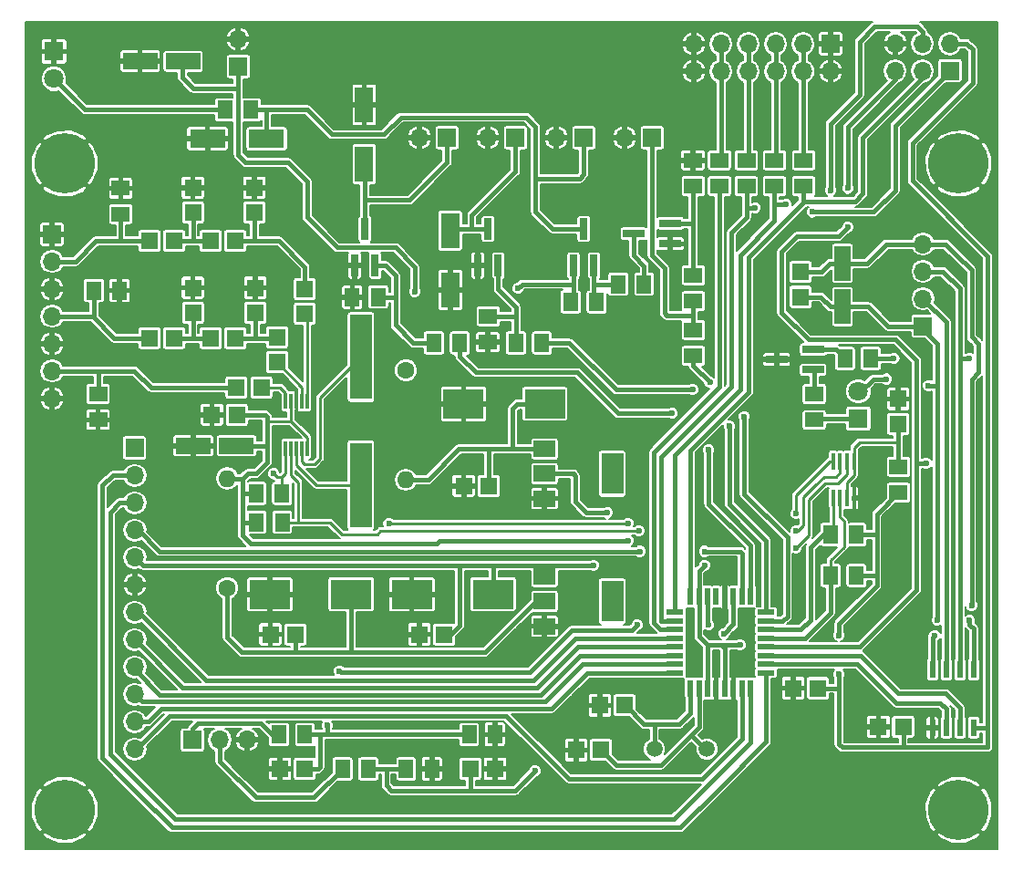
<source format=gbl>
G04 #@! TF.FileFunction,Copper,L2,Bot,Signal*
%FSLAX46Y46*%
G04 Gerber Fmt 4.6, Leading zero omitted, Abs format (unit mm)*
G04 Created by KiCad (PCBNEW 4.0.7-e2-6376~58~ubuntu14.04.1) date Mon Jan  1 12:00:40 2018*
%MOMM*%
%LPD*%
G01*
G04 APERTURE LIST*
%ADD10C,0.100000*%
%ADD11R,0.700000X2.000000*%
%ADD12R,2.000000X7.875000*%
%ADD13R,1.600000X1.600000*%
%ADD14R,1.400000X1.700000*%
%ADD15R,1.700000X1.400000*%
%ADD16R,1.800000X1.800000*%
%ADD17C,1.800000*%
%ADD18R,3.300000X1.700000*%
%ADD19R,1.700000X1.700000*%
%ADD20O,1.700000X1.700000*%
%ADD21R,2.000000X0.700000*%
%ADD22R,0.550000X1.600000*%
%ADD23R,1.600000X0.550000*%
%ADD24R,0.300000X1.400000*%
%ADD25R,0.300000X1.600000*%
%ADD26R,0.600000X1.550000*%
%ADD27R,2.000000X3.800000*%
%ADD28R,2.000000X1.500000*%
%ADD29C,1.500000*%
%ADD30C,1.600000*%
%ADD31O,1.600000X1.600000*%
%ADD32C,5.600000*%
%ADD33R,1.700000X3.300000*%
%ADD34R,3.200000X1.500000*%
%ADD35R,1.500000X3.200000*%
%ADD36R,3.750000X2.700000*%
%ADD37C,0.600000*%
%ADD38C,0.400000*%
%ADD39C,0.250000*%
%ADD40C,0.200000*%
G04 APERTURE END LIST*
D10*
D11*
X103820000Y-66470000D03*
X101920000Y-66470000D03*
X102870000Y-63070000D03*
D12*
X102500000Y-74962500D03*
X102500000Y-86837500D03*
D13*
X124700000Y-107300000D03*
X127000000Y-107300000D03*
X88670000Y-80320000D03*
X90970000Y-80320000D03*
X85150000Y-64200000D03*
X82850000Y-64200000D03*
X97300000Y-70950000D03*
X97300000Y-68650000D03*
D14*
X92300000Y-52000000D03*
X89900000Y-52000000D03*
X124390000Y-69850000D03*
X121990000Y-69850000D03*
D15*
X143600000Y-56700000D03*
X143600000Y-59100000D03*
X140900000Y-56700000D03*
X140900000Y-59100000D03*
X138300000Y-56700000D03*
X138300000Y-59100000D03*
X135800000Y-59100000D03*
X135800000Y-56700000D03*
X133350000Y-69780000D03*
X133350000Y-67380000D03*
D13*
X122500000Y-111450000D03*
X124800000Y-111450000D03*
X152400000Y-78860000D03*
X152400000Y-81160000D03*
X86900000Y-59250000D03*
X86900000Y-61550000D03*
X92600000Y-59250000D03*
X92600000Y-61550000D03*
X143340000Y-67080000D03*
X143340000Y-69380000D03*
D16*
X74000000Y-46600000D03*
D17*
X74000000Y-49140000D03*
D18*
X93750000Y-54700000D03*
X88250000Y-54700000D03*
D19*
X157200000Y-48400000D03*
D20*
X157200000Y-45860000D03*
X154660000Y-48400000D03*
X154660000Y-45860000D03*
X152120000Y-48400000D03*
X152120000Y-45860000D03*
D19*
X146100000Y-45900000D03*
D20*
X146100000Y-48440000D03*
X143560000Y-45900000D03*
X143560000Y-48440000D03*
X141020000Y-45900000D03*
X141020000Y-48440000D03*
X138480000Y-45900000D03*
X138480000Y-48440000D03*
X135940000Y-45900000D03*
X135940000Y-48440000D03*
X133400000Y-45900000D03*
X133400000Y-48440000D03*
D19*
X154700000Y-72100000D03*
D20*
X154700000Y-69560000D03*
X154700000Y-67020000D03*
X154700000Y-64480000D03*
D19*
X91100000Y-48000000D03*
D20*
X91100000Y-45460000D03*
D11*
X124140000Y-66470000D03*
X122240000Y-66470000D03*
X123190000Y-63070000D03*
D21*
X131240000Y-62550000D03*
X131240000Y-64450000D03*
X127840000Y-63500000D03*
D15*
X133350000Y-59100000D03*
X133350000Y-56700000D03*
X133350000Y-74860000D03*
X133350000Y-72460000D03*
D14*
X146120000Y-91440000D03*
X148520000Y-91440000D03*
X146120000Y-95250000D03*
X148520000Y-95250000D03*
D15*
X152400000Y-87560000D03*
X152400000Y-85160000D03*
D14*
X92780000Y-87630000D03*
X95180000Y-87630000D03*
X92800000Y-90300000D03*
X95200000Y-90300000D03*
D15*
X80200000Y-61700000D03*
X80200000Y-59300000D03*
D14*
X128800000Y-68200000D03*
X126400000Y-68200000D03*
X111690000Y-73660000D03*
X109290000Y-73660000D03*
X119310000Y-73660000D03*
X116910000Y-73660000D03*
X77700000Y-68800000D03*
X80100000Y-68800000D03*
D22*
X138690000Y-105720000D03*
X137890000Y-105720000D03*
X137090000Y-105720000D03*
X136290000Y-105720000D03*
X135490000Y-105720000D03*
X134690000Y-105720000D03*
X133890000Y-105720000D03*
X133090000Y-105720000D03*
D23*
X131640000Y-104270000D03*
X131640000Y-103470000D03*
X131640000Y-102670000D03*
X131640000Y-101870000D03*
X131640000Y-101070000D03*
X131640000Y-100270000D03*
X131640000Y-99470000D03*
X131640000Y-98670000D03*
D22*
X133090000Y-97220000D03*
X133890000Y-97220000D03*
X134690000Y-97220000D03*
X135490000Y-97220000D03*
X136290000Y-97220000D03*
X137090000Y-97220000D03*
X137890000Y-97220000D03*
X138690000Y-97220000D03*
D23*
X140140000Y-98670000D03*
X140140000Y-99470000D03*
X140140000Y-100270000D03*
X140140000Y-101070000D03*
X140140000Y-101870000D03*
X140140000Y-102670000D03*
X140140000Y-103470000D03*
X140140000Y-104270000D03*
D24*
X97520000Y-83480000D03*
X97020000Y-83480000D03*
X96520000Y-83480000D03*
X96020000Y-83480000D03*
X95520000Y-83480000D03*
X95520000Y-79080000D03*
X96020000Y-79080000D03*
X96520000Y-79080000D03*
X97020000Y-79080000D03*
X97520000Y-79080000D03*
D25*
X148295000Y-88060000D03*
X147645000Y-88060000D03*
X146995000Y-88060000D03*
X146345000Y-88060000D03*
X146345000Y-84660000D03*
X146995000Y-84660000D03*
X147645000Y-84660000D03*
X148295000Y-84660000D03*
D26*
X159385000Y-109380000D03*
X158115000Y-109380000D03*
X156845000Y-109380000D03*
X155575000Y-109380000D03*
X155575000Y-103980000D03*
X156845000Y-103980000D03*
X158115000Y-103980000D03*
X159385000Y-103980000D03*
D27*
X125850000Y-85800000D03*
D28*
X119550000Y-85800000D03*
X119550000Y-83500000D03*
X119550000Y-88100000D03*
D27*
X125850000Y-97650000D03*
D28*
X119550000Y-97650000D03*
X119550000Y-95350000D03*
X119550000Y-99950000D03*
D29*
X134620000Y-111360000D03*
X129740000Y-111360000D03*
D13*
X94100000Y-100720000D03*
X96400000Y-100720000D03*
D19*
X129540000Y-54610000D03*
D20*
X127000000Y-54610000D03*
D19*
X123190000Y-54610000D03*
D20*
X120650000Y-54610000D03*
D19*
X110490000Y-54610000D03*
D20*
X107950000Y-54610000D03*
D19*
X116840000Y-54610000D03*
D20*
X114300000Y-54610000D03*
D13*
X107930000Y-100720000D03*
X110230000Y-100720000D03*
D30*
X90100000Y-96400000D03*
D31*
X90100000Y-86240000D03*
D13*
X142650000Y-105700000D03*
X144950000Y-105700000D03*
X112050000Y-86930000D03*
X114350000Y-86930000D03*
D30*
X106680000Y-76200000D03*
D31*
X106680000Y-86360000D03*
D13*
X85150000Y-73200000D03*
X82850000Y-73200000D03*
X94700000Y-75450000D03*
X94700000Y-73150000D03*
X150550000Y-109300000D03*
X152850000Y-109300000D03*
D16*
X148700000Y-80700000D03*
D17*
X148700000Y-78160000D03*
D21*
X144500000Y-74250000D03*
X144500000Y-76150000D03*
X141100000Y-75200000D03*
D15*
X144600000Y-80800000D03*
X144600000Y-78400000D03*
D14*
X147450000Y-75100000D03*
X149850000Y-75100000D03*
D13*
X86900000Y-68550000D03*
X86900000Y-70850000D03*
D19*
X73825000Y-63570000D03*
D20*
X73825000Y-66110000D03*
X73825000Y-68650000D03*
X73825000Y-71190000D03*
X73825000Y-73730000D03*
X73825000Y-76270000D03*
X73825000Y-78810000D03*
D13*
X92700000Y-68550000D03*
X92700000Y-70850000D03*
X93250000Y-77800000D03*
X90950000Y-77800000D03*
X90850000Y-64200000D03*
X88550000Y-64200000D03*
X90850000Y-73200000D03*
X88550000Y-73200000D03*
D32*
X75000000Y-57000000D03*
X158000000Y-57000000D03*
X158000000Y-117000000D03*
X75000000Y-117000000D03*
D15*
X78100000Y-78400000D03*
X78100000Y-80800000D03*
D19*
X81500000Y-83400000D03*
D20*
X81500000Y-85940000D03*
X81500000Y-88480000D03*
X81500000Y-91020000D03*
X81500000Y-93560000D03*
X81500000Y-96100000D03*
X81500000Y-98640000D03*
X81500000Y-101180000D03*
X81500000Y-103720000D03*
X81500000Y-106260000D03*
X81500000Y-108800000D03*
X81500000Y-111340000D03*
D33*
X102800000Y-57050000D03*
X102800000Y-51550000D03*
X110800000Y-63250000D03*
X110800000Y-68750000D03*
D11*
X115250000Y-66470000D03*
X113350000Y-66470000D03*
X114300000Y-63070000D03*
D14*
X104100000Y-69400000D03*
X101700000Y-69400000D03*
D15*
X114300000Y-73590000D03*
X114300000Y-71190000D03*
D19*
X86850000Y-110500000D03*
D20*
X89390000Y-110500000D03*
X91930000Y-110500000D03*
D14*
X112550000Y-110000000D03*
X114950000Y-110000000D03*
X106700000Y-113200000D03*
X109100000Y-113200000D03*
X103200000Y-113200000D03*
X100800000Y-113200000D03*
X97300000Y-110000000D03*
X94900000Y-110000000D03*
D13*
X97300000Y-113200000D03*
X95000000Y-113200000D03*
X112650000Y-113200000D03*
X114950000Y-113200000D03*
D34*
X90940000Y-83200000D03*
X86940000Y-83200000D03*
D35*
X147220000Y-70280000D03*
X147220000Y-66280000D03*
D36*
X119585000Y-79320000D03*
X112035000Y-79320000D03*
X114775000Y-97000000D03*
X107225000Y-97000000D03*
X101595000Y-97000000D03*
X94045000Y-97000000D03*
D34*
X86000000Y-47500000D03*
X82000000Y-47500000D03*
D37*
X150500000Y-63000000D03*
X154000000Y-61500000D03*
X78500000Y-45500000D03*
X83000000Y-50000000D03*
X78500000Y-50000000D03*
X113500000Y-100000000D03*
X116000000Y-102500000D03*
X87500000Y-98500000D03*
X94000000Y-99000000D03*
X97000000Y-103500000D03*
X91000000Y-103500000D03*
X88000000Y-101500000D03*
X110500000Y-111000000D03*
X100000000Y-111000000D03*
X103000000Y-111000000D03*
X106500000Y-111000000D03*
X126500000Y-115500000D03*
X122000000Y-115500000D03*
X118500000Y-115500000D03*
X84500000Y-113000000D03*
X90500000Y-116000000D03*
X101000000Y-116500000D03*
X106500000Y-116500000D03*
X112500000Y-116500000D03*
X126500000Y-110000000D03*
X131500000Y-110000000D03*
X135500000Y-109500000D03*
X129500000Y-107000000D03*
X121500000Y-108500000D03*
X152000000Y-114500000D03*
X147000000Y-114500000D03*
X142000000Y-114500000D03*
X145000000Y-109500000D03*
X150500000Y-57000000D03*
X149500000Y-68000000D03*
X145000000Y-54500000D03*
X141000000Y-78000000D03*
X141000000Y-82000000D03*
X128500000Y-86500000D03*
X123500000Y-80000000D03*
X128500000Y-82500000D03*
X134000000Y-86500000D03*
X145000000Y-90000000D03*
X145500000Y-93500000D03*
X139500000Y-86500000D03*
X142000000Y-86500000D03*
X134000000Y-89500000D03*
X149000000Y-93500000D03*
X143000000Y-96000000D03*
X147000000Y-98000000D03*
X154400000Y-109400000D03*
X152500000Y-90000000D03*
X152500000Y-94500000D03*
X151000000Y-98000000D03*
X148000000Y-100000000D03*
X148000000Y-107000000D03*
X150500000Y-107000000D03*
X153500000Y-100000000D03*
X153500000Y-104500000D03*
X131000000Y-58500000D03*
X134500000Y-61500000D03*
X140000000Y-69000000D03*
X140000000Y-66000000D03*
X137000000Y-61500000D03*
X134500000Y-65000000D03*
X127000000Y-75000000D03*
X130500000Y-75000000D03*
X126000000Y-71000000D03*
X140500000Y-72500000D03*
X101500000Y-46500000D03*
X133000000Y-53500000D03*
X131500000Y-51500000D03*
X126000000Y-50000000D03*
X121500000Y-50000000D03*
X117000000Y-50000000D03*
X113000000Y-50000000D03*
X109000000Y-50000000D03*
X105000000Y-48000000D03*
X106000000Y-58000000D03*
X113000000Y-58500000D03*
X117000000Y-67000000D03*
X126000000Y-64500000D03*
X116500000Y-62000000D03*
X119500000Y-64500000D03*
X127000000Y-58500000D03*
X81500000Y-55000000D03*
X77500000Y-53500000D03*
X73000000Y-52000000D03*
X97000000Y-46500000D03*
X97000000Y-54000000D03*
X100000000Y-52000000D03*
X100000000Y-49500000D03*
X97000000Y-49500000D03*
X109000000Y-76000000D03*
X112000000Y-77000000D03*
X112000000Y-82000000D03*
X115500000Y-79000000D03*
X107000000Y-83000000D03*
X105500000Y-88000000D03*
X117000000Y-89000000D03*
X113500000Y-89000000D03*
X128000000Y-98500000D03*
X128000000Y-96500000D03*
X122500000Y-95500000D03*
X122500000Y-98500000D03*
X110500000Y-97000000D03*
X104500000Y-97000000D03*
X97500000Y-97000000D03*
X99500000Y-101000000D03*
X105000000Y-101000000D03*
X76000000Y-95000000D03*
X76000000Y-97500000D03*
X76000000Y-101000000D03*
X76000000Y-104500000D03*
X76000000Y-108000000D03*
X76500000Y-112000000D03*
X78500000Y-114000000D03*
X83000000Y-80000000D03*
X79500000Y-117500000D03*
X76000000Y-92000000D03*
X76000000Y-88000000D03*
X73500000Y-88000000D03*
X73500000Y-83500000D03*
X78500000Y-83500000D03*
X80500000Y-80000000D03*
X100000000Y-61000000D03*
X99000000Y-57000000D03*
X85000000Y-55000000D03*
X89000000Y-57000000D03*
X83500000Y-58500000D03*
X83500000Y-61500000D03*
X78000000Y-59500000D03*
X76500000Y-62000000D03*
X78000000Y-66000000D03*
X81500000Y-66000000D03*
X85500000Y-66000000D03*
X90000000Y-66000000D03*
X90000000Y-62000000D03*
X90000000Y-59500000D03*
X96000000Y-59500000D03*
X96000000Y-63000000D03*
X100000000Y-74000000D03*
X99000000Y-76500000D03*
X95500000Y-82000000D03*
X97500000Y-81000000D03*
X94000000Y-79500000D03*
X100000000Y-71000000D03*
X99000000Y-66000000D03*
X101000000Y-81000000D03*
X104000000Y-81000000D03*
X107000000Y-80000000D03*
X95000000Y-70000000D03*
X95000000Y-67000000D03*
X94000000Y-89000000D03*
X98000000Y-89000000D03*
X87000000Y-86000000D03*
X87000000Y-89000000D03*
X90000000Y-89000000D03*
X109000000Y-89000000D03*
X98000000Y-91000000D03*
X86000000Y-80000000D03*
X89000000Y-75000000D03*
X80000000Y-75000000D03*
X78000000Y-74000000D03*
X90000000Y-68000000D03*
X84000000Y-68000000D03*
X83000000Y-71000000D03*
X83000000Y-76000000D03*
X92000000Y-75000000D03*
X87000000Y-76000000D03*
X110800000Y-65950000D03*
X107730000Y-64390000D03*
X104890000Y-62110000D03*
X136300000Y-95250000D03*
X135850000Y-99050000D03*
X116500000Y-110200000D03*
X133700000Y-103950000D03*
X154900000Y-76400000D03*
X152400000Y-76300000D03*
X155000000Y-78900000D03*
X150800000Y-78800000D03*
X131700000Y-66000000D03*
X137200000Y-103900000D03*
X135500000Y-103950000D03*
X127300000Y-92000000D03*
X142900000Y-92700000D03*
X159200000Y-98000000D03*
X155800000Y-100800000D03*
X155200000Y-77600000D03*
X151300000Y-77000000D03*
X156000000Y-99400000D03*
X159000000Y-99400000D03*
X107500000Y-68900000D03*
X117100000Y-68600000D03*
X125400000Y-89400000D03*
X124100000Y-94300000D03*
X134400000Y-94300000D03*
X137700000Y-101700000D03*
X146900000Y-104400000D03*
X146900000Y-100800000D03*
X142000000Y-60800000D03*
X144400000Y-61500000D03*
X146100000Y-59500000D03*
X139100000Y-61100000D03*
X155000000Y-84800000D03*
X147700000Y-62900000D03*
X147700000Y-59300000D03*
X159000000Y-75100000D03*
X152000000Y-75100000D03*
X131400000Y-80200000D03*
X134800000Y-83600000D03*
X136700000Y-81400000D03*
X133300000Y-78000000D03*
X127300000Y-90400000D03*
X105100000Y-90400000D03*
X94400000Y-85800000D03*
X142900000Y-89500000D03*
X128300000Y-91100000D03*
X142900000Y-91100000D03*
X134900000Y-77300000D03*
X138100000Y-80500000D03*
X128400000Y-93000000D03*
X134400000Y-93000000D03*
X100510000Y-104110000D03*
X99350000Y-109150000D03*
X134800000Y-99850000D03*
X128150000Y-99850000D03*
X118650000Y-113400000D03*
X136200000Y-100650000D03*
D38*
X150500000Y-63000000D02*
X152500000Y-63000000D01*
X152500000Y-63000000D02*
X154000000Y-61500000D01*
X78500000Y-50000000D02*
X83000000Y-50000000D01*
X88000000Y-101500000D02*
X88000000Y-99000000D01*
X88000000Y-99000000D02*
X87500000Y-98500000D01*
X94045000Y-98955000D02*
X94000000Y-99000000D01*
X94045000Y-97000000D02*
X94045000Y-98955000D01*
X90000000Y-103500000D02*
X91000000Y-103500000D01*
X88000000Y-101500000D02*
X90000000Y-103500000D01*
X106500000Y-111000000D02*
X110500000Y-111000000D01*
X106500000Y-111000000D02*
X103000000Y-111000000D01*
X118500000Y-115500000D02*
X117500000Y-116500000D01*
X126500000Y-115500000D02*
X122000000Y-115500000D01*
X87500000Y-113000000D02*
X84500000Y-113000000D01*
X90500000Y-116000000D02*
X87500000Y-113000000D01*
X106500000Y-116500000D02*
X101000000Y-116500000D01*
X117500000Y-116500000D02*
X112500000Y-116500000D01*
X126500000Y-110000000D02*
X123000000Y-110000000D01*
X123000000Y-110000000D02*
X121500000Y-108500000D01*
X147000000Y-114500000D02*
X152000000Y-114500000D01*
X142000000Y-112500000D02*
X142000000Y-114500000D01*
X145000000Y-109500000D02*
X142000000Y-112500000D01*
X139500000Y-86500000D02*
X139500000Y-83500000D01*
X139500000Y-83500000D02*
X141000000Y-82000000D01*
X128500000Y-86500000D02*
X128500000Y-82500000D01*
X134000000Y-89500000D02*
X134000000Y-86500000D01*
X142000000Y-86500000D02*
X139500000Y-86500000D01*
X154420000Y-109380000D02*
X154400000Y-109400000D01*
X155575000Y-109380000D02*
X154420000Y-109380000D01*
X152500000Y-94500000D02*
X152500000Y-90000000D01*
X150000000Y-98000000D02*
X151000000Y-98000000D01*
X148000000Y-100000000D02*
X150000000Y-98000000D01*
X150500000Y-107000000D02*
X148000000Y-107000000D01*
X153500000Y-104500000D02*
X153500000Y-100000000D01*
X134500000Y-65000000D02*
X134500000Y-61500000D01*
X140500000Y-69500000D02*
X140000000Y-69000000D01*
X140500000Y-69500000D02*
X140500000Y-72500000D01*
X126000000Y-74000000D02*
X127000000Y-75000000D01*
X126000000Y-71000000D02*
X126000000Y-74000000D01*
X141100000Y-73100000D02*
X141100000Y-75200000D01*
X140500000Y-72500000D02*
X141100000Y-73100000D01*
X101500000Y-46500000D02*
X103500000Y-46500000D01*
X100000000Y-48000000D02*
X101500000Y-46500000D01*
X100000000Y-49500000D02*
X100000000Y-48000000D01*
X133350000Y-53850000D02*
X133350000Y-56700000D01*
X133000000Y-53500000D02*
X133350000Y-53850000D01*
X130000000Y-50000000D02*
X131500000Y-51500000D01*
X126000000Y-50000000D02*
X130000000Y-50000000D01*
X117000000Y-50000000D02*
X121500000Y-50000000D01*
X109000000Y-50000000D02*
X113000000Y-50000000D01*
X103500000Y-46500000D02*
X105000000Y-48000000D01*
X119500000Y-64500000D02*
X117000000Y-67000000D01*
X126000000Y-64500000D02*
X119500000Y-64500000D01*
X127000000Y-58500000D02*
X127000000Y-54610000D01*
X81500000Y-55000000D02*
X80000000Y-53500000D01*
X80000000Y-53500000D02*
X77500000Y-53500000D01*
X97000000Y-49500000D02*
X100000000Y-49500000D01*
X112035000Y-79320000D02*
X112035000Y-77035000D01*
X112035000Y-77035000D02*
X112000000Y-77000000D01*
X112035000Y-79320000D02*
X115180000Y-79320000D01*
X115180000Y-79320000D02*
X115500000Y-79000000D01*
X109000000Y-89000000D02*
X106500000Y-89000000D01*
X106500000Y-89000000D02*
X105500000Y-88000000D01*
X109000000Y-89000000D02*
X113500000Y-89000000D01*
X128000000Y-96500000D02*
X128000000Y-98500000D01*
X119550000Y-99950000D02*
X121050000Y-99950000D01*
X121050000Y-99950000D02*
X122500000Y-98500000D01*
X110500000Y-97000000D02*
X107225000Y-97000000D01*
X94045000Y-97000000D02*
X97500000Y-97000000D01*
X107930000Y-100720000D02*
X105280000Y-100720000D01*
X105280000Y-100720000D02*
X105000000Y-101000000D01*
X83000000Y-80000000D02*
X80500000Y-80000000D01*
X79500000Y-115000000D02*
X79500000Y-117500000D01*
X76000000Y-111500000D02*
X76500000Y-112000000D01*
X76500000Y-112000000D02*
X78500000Y-114000000D01*
X78500000Y-114000000D02*
X79500000Y-115000000D01*
X76000000Y-110000000D02*
X76000000Y-111500000D01*
X76000000Y-92000000D02*
X76000000Y-95000000D01*
X76000000Y-95000000D02*
X76000000Y-97500000D01*
X76000000Y-97500000D02*
X76000000Y-101000000D01*
X76000000Y-101000000D02*
X76000000Y-104500000D01*
X76000000Y-104500000D02*
X76000000Y-108000000D01*
X76000000Y-108000000D02*
X76000000Y-110000000D01*
X73500000Y-88000000D02*
X76000000Y-88000000D01*
X78500000Y-83500000D02*
X73500000Y-83500000D01*
X100000000Y-58000000D02*
X100000000Y-61000000D01*
X99000000Y-57000000D02*
X100000000Y-58000000D01*
X88250000Y-54700000D02*
X85300000Y-54700000D01*
X85300000Y-54700000D02*
X85000000Y-55000000D01*
X88250000Y-56250000D02*
X88250000Y-54700000D01*
X89000000Y-57000000D02*
X88250000Y-56250000D01*
X90000000Y-59500000D02*
X90000000Y-62000000D01*
X83500000Y-61500000D02*
X83500000Y-58500000D01*
X78000000Y-60500000D02*
X78000000Y-59500000D01*
X76500000Y-62000000D02*
X78000000Y-60500000D01*
X81500000Y-66000000D02*
X78000000Y-66000000D01*
X90000000Y-66000000D02*
X85500000Y-66000000D01*
X89750000Y-59250000D02*
X86900000Y-59250000D01*
X90000000Y-59500000D02*
X89750000Y-59250000D01*
X96000000Y-63000000D02*
X96000000Y-59500000D01*
X100000000Y-74000000D02*
X100000000Y-75500000D01*
X100000000Y-75500000D02*
X99000000Y-76500000D01*
X100000000Y-71000000D02*
X99000000Y-70000000D01*
X99000000Y-70000000D02*
X99000000Y-66000000D01*
X112035000Y-79320000D02*
X107680000Y-79320000D01*
X104000000Y-81000000D02*
X101000000Y-81000000D01*
X107680000Y-79320000D02*
X107000000Y-80000000D01*
X95000000Y-67000000D02*
X95000000Y-70000000D01*
X86940000Y-85940000D02*
X86940000Y-83200000D01*
X87000000Y-86000000D02*
X86940000Y-85940000D01*
X90000000Y-89000000D02*
X87000000Y-89000000D01*
X112050000Y-88950000D02*
X112000000Y-89000000D01*
X112000000Y-89000000D02*
X109000000Y-89000000D01*
X112050000Y-88950000D02*
X112050000Y-86930000D01*
X77730000Y-73730000D02*
X73825000Y-73730000D01*
X78000000Y-74000000D02*
X77730000Y-73730000D01*
X83000000Y-76000000D02*
X87000000Y-76000000D01*
X90550000Y-68550000D02*
X90000000Y-68000000D01*
X84000000Y-68000000D02*
X83000000Y-69000000D01*
X83000000Y-69000000D02*
X83000000Y-71000000D01*
X92700000Y-68550000D02*
X90550000Y-68550000D01*
X107730000Y-64390000D02*
X107170000Y-64390000D01*
X110800000Y-68750000D02*
X110800000Y-65950000D01*
X107170000Y-64390000D02*
X104890000Y-62110000D01*
X136290000Y-97220000D02*
X136290000Y-95260000D01*
X136290000Y-95260000D02*
X136300000Y-95250000D01*
X136290000Y-97220000D02*
X136290000Y-98610000D01*
X136290000Y-98610000D02*
X135850000Y-99050000D01*
X114950000Y-110000000D02*
X116300000Y-110000000D01*
X116300000Y-110000000D02*
X116500000Y-110200000D01*
X152400000Y-78860000D02*
X152400000Y-76300000D01*
X152400000Y-78860000D02*
X150860000Y-78860000D01*
X155000000Y-78900000D02*
X155000000Y-78800000D01*
X150860000Y-78860000D02*
X150800000Y-78800000D01*
X131240000Y-64450000D02*
X131240000Y-65540000D01*
X131240000Y-65540000D02*
X131700000Y-66000000D01*
D39*
X135490000Y-105720000D02*
X135490000Y-103960000D01*
X135490000Y-103960000D02*
X135500000Y-103950000D01*
D38*
X134620000Y-111360000D02*
X134460000Y-111360000D01*
X134460000Y-111360000D02*
X133150000Y-110050000D01*
X133890000Y-105720000D02*
X133890000Y-109310000D01*
X133890000Y-109310000D02*
X133150000Y-110050000D01*
X133150000Y-110050000D02*
X130350000Y-112850000D01*
X126200000Y-112850000D02*
X124800000Y-111450000D01*
X130350000Y-112850000D02*
X126200000Y-112850000D01*
X93800000Y-84000000D02*
X93800000Y-84750000D01*
X92780000Y-85770000D02*
X92030000Y-85770000D01*
X93800000Y-84750000D02*
X92780000Y-85770000D01*
X90940000Y-83200000D02*
X93800000Y-83200000D01*
X90970000Y-80320000D02*
X93610000Y-80320000D01*
X93610000Y-80320000D02*
X93800000Y-80510000D01*
X91440000Y-83280000D02*
X91420000Y-83280000D01*
X93800000Y-80900000D02*
X93800000Y-80510000D01*
X91500000Y-90300000D02*
X91500000Y-91500000D01*
X91500000Y-91500000D02*
X92300000Y-92300000D01*
X92800000Y-90300000D02*
X91500000Y-90300000D01*
X92780000Y-87630000D02*
X91500000Y-87630000D01*
X91500000Y-86300000D02*
X90160000Y-86300000D01*
X90160000Y-86300000D02*
X90100000Y-86240000D01*
D39*
X96020000Y-80900000D02*
X93800000Y-80900000D01*
D38*
X97600000Y-92300000D02*
X92300000Y-92300000D01*
X127300000Y-92000000D02*
X123300000Y-92000000D01*
X123300000Y-92000000D02*
X109800000Y-92000000D01*
X109800000Y-92000000D02*
X109500000Y-92300000D01*
X109500000Y-92300000D02*
X97600000Y-92300000D01*
D39*
X147645000Y-84660000D02*
X147645000Y-85855000D01*
X144100000Y-91500000D02*
X142900000Y-92700000D01*
X144100000Y-88200000D02*
X144100000Y-91500000D01*
X145600000Y-86700000D02*
X144100000Y-88200000D01*
X146800000Y-86700000D02*
X145600000Y-86700000D01*
X147645000Y-85855000D02*
X146800000Y-86700000D01*
D38*
X91500000Y-90300000D02*
X91500000Y-87630000D01*
X91500000Y-87630000D02*
X91500000Y-86300000D01*
X91500000Y-86300000D02*
X92030000Y-85770000D01*
X93800000Y-84000000D02*
X93800000Y-83200000D01*
X93800000Y-83200000D02*
X93800000Y-80900000D01*
D39*
X97520000Y-83480000D02*
X97520000Y-82420000D01*
X96020000Y-80920000D02*
X96020000Y-80900000D01*
X96020000Y-80900000D02*
X96020000Y-80600000D01*
X96020000Y-80600000D02*
X96020000Y-79080000D01*
X97520000Y-82420000D02*
X96020000Y-80920000D01*
D38*
X143340000Y-67080000D02*
X145250000Y-67080000D01*
X146050000Y-66280000D02*
X147220000Y-66280000D01*
X145250000Y-67080000D02*
X146050000Y-66280000D01*
X147220000Y-66280000D02*
X149500000Y-66280000D01*
X151300000Y-64480000D02*
X154700000Y-64480000D01*
X149500000Y-66280000D02*
X151300000Y-64480000D01*
X159800000Y-74300000D02*
X159800000Y-73700000D01*
X159800000Y-73700000D02*
X159200000Y-73100000D01*
X159200000Y-66900000D02*
X157700000Y-65400000D01*
X159200000Y-73100000D02*
X159200000Y-66900000D01*
X159800000Y-76400000D02*
X159800000Y-74300000D01*
X159200000Y-77000000D02*
X159800000Y-76400000D01*
X159200000Y-89400000D02*
X159200000Y-77000000D01*
X159200000Y-98000000D02*
X159200000Y-89400000D01*
X155575000Y-103980000D02*
X155575000Y-101025000D01*
X156780000Y-64480000D02*
X154700000Y-64480000D01*
X157700000Y-65400000D02*
X156780000Y-64480000D01*
X155575000Y-101025000D02*
X155800000Y-100800000D01*
X155600000Y-103955000D02*
X155575000Y-103980000D01*
X147220000Y-70280000D02*
X146090000Y-70280000D01*
X145190000Y-69380000D02*
X143340000Y-69380000D01*
X146090000Y-70280000D02*
X145190000Y-69380000D01*
X147220000Y-70280000D02*
X149630000Y-70280000D01*
X151450000Y-72100000D02*
X154700000Y-72100000D01*
X149630000Y-70280000D02*
X151450000Y-72100000D01*
X148700000Y-78160000D02*
X148940000Y-78160000D01*
X148940000Y-78160000D02*
X150100000Y-77000000D01*
X155200000Y-77600000D02*
X156000000Y-77600000D01*
X150100000Y-77000000D02*
X151300000Y-77000000D01*
X159000000Y-99400000D02*
X159000000Y-99800000D01*
X156000000Y-73700000D02*
X156000000Y-77600000D01*
X156000000Y-77600000D02*
X156000000Y-99400000D01*
X154700000Y-72400000D02*
X156000000Y-73700000D01*
X159385000Y-100185000D02*
X159385000Y-103980000D01*
X159000000Y-99800000D02*
X159385000Y-100185000D01*
X154700000Y-72100000D02*
X154700000Y-72400000D01*
X154700000Y-72100000D02*
X154700000Y-72300000D01*
X148700000Y-78160000D02*
X148700000Y-78150000D01*
X114350000Y-86930000D02*
X114350000Y-83500000D01*
X119585000Y-79320000D02*
X117030000Y-79320000D01*
X116590000Y-79760000D02*
X116590000Y-83500000D01*
X117030000Y-79320000D02*
X116590000Y-79760000D01*
X119550000Y-83500000D02*
X116590000Y-83500000D01*
X116590000Y-83500000D02*
X114350000Y-83500000D01*
X114350000Y-83500000D02*
X111600000Y-83500000D01*
X108740000Y-86360000D02*
X106680000Y-86360000D01*
X111600000Y-83500000D02*
X108740000Y-86360000D01*
X119550000Y-83500000D02*
X118900000Y-83500000D01*
X119050000Y-83000000D02*
X119550000Y-83500000D01*
X129740000Y-111360000D02*
X129740000Y-109050000D01*
X127000000Y-107300000D02*
X127050000Y-107300000D01*
X127050000Y-107300000D02*
X128800000Y-109050000D01*
X128800000Y-109050000D02*
X129740000Y-109050000D01*
X129740000Y-109050000D02*
X132050000Y-109050000D01*
X133090000Y-105720000D02*
X133090000Y-108010000D01*
X133090000Y-108010000D02*
X132050000Y-109050000D01*
D39*
X148295000Y-84660000D02*
X148295000Y-83355000D01*
X148800000Y-82850000D02*
X152400000Y-82850000D01*
X148295000Y-83355000D02*
X148800000Y-82850000D01*
X148295000Y-84660000D02*
X148295000Y-85955000D01*
X147645000Y-86605000D02*
X147645000Y-88060000D01*
X148295000Y-85955000D02*
X147645000Y-86605000D01*
D38*
X152400000Y-81160000D02*
X152400000Y-82850000D01*
X152400000Y-82850000D02*
X152400000Y-85160000D01*
X86900000Y-61550000D02*
X86900000Y-64200000D01*
X85150000Y-64200000D02*
X86900000Y-64200000D01*
X86900000Y-64200000D02*
X88550000Y-64200000D01*
X80200000Y-61700000D02*
X80200000Y-64200000D01*
X73825000Y-66110000D02*
X75990000Y-66110000D01*
X77900000Y-64200000D02*
X80200000Y-64200000D01*
X80200000Y-64200000D02*
X82850000Y-64200000D01*
X75990000Y-66110000D02*
X77900000Y-64200000D01*
D39*
X97520000Y-79080000D02*
X97520000Y-71170000D01*
X97520000Y-71170000D02*
X97300000Y-70950000D01*
D38*
X91100000Y-50000000D02*
X91100000Y-56200000D01*
X107500000Y-66600000D02*
X107500000Y-68900000D01*
X105700000Y-64800000D02*
X107500000Y-66600000D01*
X100300000Y-64800000D02*
X105700000Y-64800000D01*
X97500000Y-62000000D02*
X100300000Y-64800000D01*
X97500000Y-58700000D02*
X97500000Y-62000000D01*
X95700000Y-56900000D02*
X97500000Y-58700000D01*
X91800000Y-56900000D02*
X95700000Y-56900000D01*
X91100000Y-56200000D02*
X91800000Y-56900000D01*
X91100000Y-50000000D02*
X86900000Y-50000000D01*
X85900000Y-49000000D02*
X85900000Y-47300000D01*
X86900000Y-50000000D02*
X85900000Y-49000000D01*
X91100000Y-48000000D02*
X91100000Y-50000000D01*
X122240000Y-68200000D02*
X117500000Y-68200000D01*
X117500000Y-68200000D02*
X117100000Y-68600000D01*
X122240000Y-66470000D02*
X122240000Y-68200000D01*
X122240000Y-68200000D02*
X122240000Y-69600000D01*
X122240000Y-69600000D02*
X121990000Y-69850000D01*
X91100000Y-48000000D02*
X91100000Y-48400000D01*
X110230000Y-100720000D02*
X110820000Y-100720000D01*
X110820000Y-100720000D02*
X111660000Y-99880000D01*
X111660000Y-99880000D02*
X111660000Y-94300000D01*
X114775000Y-97000000D02*
X114775000Y-94300000D01*
X122200000Y-85800000D02*
X119550000Y-85800000D01*
X122400000Y-86000000D02*
X122200000Y-85800000D01*
X122400000Y-88400000D02*
X122400000Y-86000000D01*
X123400000Y-89400000D02*
X122400000Y-88400000D01*
X125400000Y-89400000D02*
X123400000Y-89400000D01*
X120200000Y-94300000D02*
X124100000Y-94300000D01*
X119550000Y-94300000D02*
X120200000Y-94300000D01*
X133890000Y-94810000D02*
X133890000Y-97220000D01*
X134400000Y-94300000D02*
X133890000Y-94810000D01*
X119550000Y-95350000D02*
X119550000Y-94300000D01*
X119550000Y-94300000D02*
X114775000Y-94300000D01*
X114775000Y-94300000D02*
X113100000Y-94300000D01*
X113100000Y-94300000D02*
X111660000Y-94300000D01*
X111660000Y-94300000D02*
X105300000Y-94300000D01*
X105300000Y-94300000D02*
X82240000Y-94300000D01*
X82240000Y-94300000D02*
X81500000Y-93560000D01*
X144950000Y-105700000D02*
X146900000Y-105700000D01*
X150400000Y-95900000D02*
X150400000Y-96200000D01*
X146900000Y-99700000D02*
X146900000Y-100800000D01*
X150400000Y-96200000D02*
X146900000Y-99700000D01*
X135990000Y-101690000D02*
X137690000Y-101690000D01*
X137690000Y-101690000D02*
X137700000Y-101700000D01*
X152850000Y-109300000D02*
X152850000Y-111200000D01*
X160700000Y-111200000D02*
X152850000Y-111200000D01*
X152850000Y-111200000D02*
X147200000Y-111200000D01*
X146900000Y-110900000D02*
X146900000Y-105700000D01*
X146900000Y-105700000D02*
X146900000Y-104400000D01*
X147200000Y-111200000D02*
X146900000Y-110900000D01*
X159385000Y-109380000D02*
X160700000Y-109380000D01*
X158760000Y-45860000D02*
X157200000Y-45860000D01*
X159300000Y-46400000D02*
X158760000Y-45860000D01*
X159300000Y-49500000D02*
X159300000Y-46400000D01*
X153700000Y-55100000D02*
X159300000Y-49500000D01*
X153700000Y-58600000D02*
X153700000Y-55100000D01*
X160700000Y-65600000D02*
X153700000Y-58600000D01*
X160700000Y-111200000D02*
X160700000Y-109380000D01*
X160700000Y-109380000D02*
X160700000Y-65600000D01*
X148520000Y-95250000D02*
X150400000Y-95250000D01*
X150400000Y-95900000D02*
X150400000Y-95250000D01*
X150400000Y-95250000D02*
X150400000Y-94650000D01*
X119250000Y-85800000D02*
X120150000Y-85800000D01*
X148520000Y-91440000D02*
X150400000Y-91440000D01*
X150400000Y-89560000D02*
X152400000Y-87560000D01*
X150400000Y-94650000D02*
X150400000Y-92400000D01*
X150400000Y-92400000D02*
X150400000Y-91440000D01*
X150400000Y-91440000D02*
X150400000Y-89560000D01*
X134690000Y-101690000D02*
X135990000Y-101690000D01*
X136290000Y-101990000D02*
X136290000Y-105720000D01*
X135990000Y-101690000D02*
X136290000Y-101990000D01*
X134690000Y-105720000D02*
X134690000Y-101690000D01*
X133890000Y-100890000D02*
X133890000Y-97220000D01*
X134690000Y-101690000D02*
X133890000Y-100890000D01*
X101595000Y-97000000D02*
X101595000Y-102362000D01*
X96400000Y-100720000D02*
X96400000Y-102362000D01*
X119550000Y-97650000D02*
X118758000Y-97650000D01*
X118758000Y-97650000D02*
X114046000Y-102362000D01*
X114046000Y-102362000D02*
X101595000Y-102362000D01*
X101595000Y-102362000D02*
X96400000Y-102362000D01*
X96400000Y-102362000D02*
X91440000Y-102362000D01*
X91440000Y-102362000D02*
X90100000Y-101022000D01*
X90100000Y-101022000D02*
X90100000Y-96400000D01*
X89900000Y-52000000D02*
X76860000Y-52000000D01*
X76860000Y-52000000D02*
X74000000Y-49140000D01*
X74160000Y-49300000D02*
X74000000Y-49140000D01*
X93750000Y-54700000D02*
X93750000Y-52000000D01*
X92300000Y-52000000D02*
X93750000Y-52000000D01*
X93750000Y-52000000D02*
X97500000Y-52000000D01*
X118700000Y-53600000D02*
X118700000Y-58400000D01*
X117800000Y-52700000D02*
X118700000Y-53600000D01*
X106200000Y-52700000D02*
X117800000Y-52700000D01*
X104600000Y-54300000D02*
X106200000Y-52700000D01*
X99800000Y-54300000D02*
X104600000Y-54300000D01*
X97500000Y-52000000D02*
X99800000Y-54300000D01*
X118700000Y-58400000D02*
X122800000Y-58400000D01*
X122800000Y-58400000D02*
X123190000Y-58010000D01*
X123190000Y-58010000D02*
X123190000Y-54610000D01*
X118700000Y-58400000D02*
X118700000Y-61500000D01*
X118700000Y-61500000D02*
X120270000Y-63070000D01*
X120270000Y-63070000D02*
X123190000Y-63070000D01*
X144400000Y-61500000D02*
X150100000Y-61500000D01*
X152100000Y-53500000D02*
X157200000Y-48400000D01*
X152100000Y-59500000D02*
X152100000Y-53500000D01*
X150100000Y-61500000D02*
X152100000Y-59500000D01*
X142000000Y-60800000D02*
X140900000Y-60800000D01*
X140900000Y-59100000D02*
X140900000Y-60800000D01*
X140900000Y-60800000D02*
X140900000Y-62300000D01*
X131640000Y-84060000D02*
X131640000Y-98670000D01*
X137700000Y-78000000D02*
X131640000Y-84060000D01*
X137700000Y-65500000D02*
X137700000Y-78000000D01*
X140900000Y-62300000D02*
X137700000Y-65500000D01*
X133090000Y-83610000D02*
X138500000Y-78200000D01*
X138500000Y-78200000D02*
X138500000Y-65700000D01*
X154660000Y-48400000D02*
X154660000Y-49040000D01*
X154660000Y-49040000D02*
X149100000Y-54600000D01*
X149100000Y-54600000D02*
X149100000Y-59800000D01*
X149100000Y-59800000D02*
X148400000Y-60500000D01*
X148400000Y-60500000D02*
X143600000Y-60500000D01*
X133090000Y-97220000D02*
X133090000Y-83610000D01*
X143600000Y-60600000D02*
X143600000Y-60500000D01*
X143600000Y-60500000D02*
X143600000Y-59100000D01*
X138500000Y-65700000D02*
X143600000Y-60600000D01*
X154660000Y-45860000D02*
X154660000Y-44760000D01*
X154660000Y-44760000D02*
X154200000Y-44300000D01*
X154200000Y-44300000D02*
X150200000Y-44300000D01*
X150200000Y-44300000D02*
X148800000Y-45700000D01*
X148800000Y-45700000D02*
X148800000Y-50600000D01*
X148800000Y-50600000D02*
X146100000Y-53300000D01*
X146100000Y-53300000D02*
X146100000Y-59500000D01*
X131640000Y-99470000D02*
X130430000Y-99470000D01*
X130400000Y-84200000D02*
X131650000Y-82950000D01*
X130400000Y-99440000D02*
X130400000Y-84200000D01*
X130430000Y-99470000D02*
X130400000Y-99440000D01*
X139100000Y-61100000D02*
X138300000Y-61100000D01*
X138300000Y-62000000D02*
X138300000Y-61100000D01*
X138300000Y-61100000D02*
X138300000Y-59100000D01*
X136900000Y-63400000D02*
X138300000Y-62000000D01*
X136900000Y-77700000D02*
X136900000Y-63400000D01*
X131650000Y-82950000D02*
X136900000Y-77700000D01*
X141550000Y-69600000D02*
X141550000Y-70830000D01*
X144070000Y-73350000D02*
X152150000Y-73350000D01*
X141550000Y-70830000D02*
X144070000Y-73350000D01*
X147700000Y-62900000D02*
X147700000Y-62920000D01*
X141550000Y-65180000D02*
X141550000Y-69600000D01*
X142970000Y-63760000D02*
X141550000Y-65180000D01*
X146860000Y-63760000D02*
X142970000Y-63760000D01*
X147700000Y-62920000D02*
X146860000Y-63760000D01*
X155000000Y-84800000D02*
X154100000Y-84800000D01*
X154100000Y-77300000D02*
X154100000Y-75300000D01*
X154100000Y-77300000D02*
X154100000Y-84800000D01*
X154100000Y-75300000D02*
X152150000Y-73350000D01*
X152120000Y-48400000D02*
X152120000Y-49180000D01*
X152120000Y-49180000D02*
X147700000Y-53600000D01*
X147700000Y-53600000D02*
X147700000Y-59300000D01*
X154100000Y-84800000D02*
X154100000Y-96600000D01*
X148830000Y-101870000D02*
X140140000Y-101870000D01*
X154100000Y-96600000D02*
X148830000Y-101870000D01*
X143560000Y-48440000D02*
X143560000Y-45900000D01*
X143560000Y-48440000D02*
X143560000Y-56660000D01*
X143560000Y-56660000D02*
X143600000Y-56700000D01*
X141020000Y-48440000D02*
X141020000Y-45900000D01*
X141020000Y-48440000D02*
X141020000Y-56580000D01*
X141020000Y-56580000D02*
X140900000Y-56700000D01*
X138480000Y-48440000D02*
X138480000Y-56520000D01*
X138480000Y-56520000D02*
X138300000Y-56700000D01*
X138480000Y-48440000D02*
X138480000Y-45900000D01*
X135940000Y-48440000D02*
X135940000Y-56560000D01*
X135940000Y-56560000D02*
X135800000Y-56700000D01*
X135940000Y-48440000D02*
X135940000Y-45900000D01*
X135800000Y-48580000D02*
X135940000Y-48440000D01*
X129540000Y-54610000D02*
X129540000Y-65540000D01*
X130900000Y-71100000D02*
X133350000Y-71100000D01*
X130700000Y-70900000D02*
X130900000Y-71100000D01*
X130700000Y-66700000D02*
X130700000Y-70900000D01*
X129540000Y-65540000D02*
X130700000Y-66700000D01*
X133350000Y-69780000D02*
X133350000Y-71100000D01*
X133350000Y-71100000D02*
X133350000Y-72460000D01*
X126400000Y-68200000D02*
X124140000Y-68200000D01*
X124140000Y-66470000D02*
X124140000Y-68200000D01*
X124140000Y-68200000D02*
X124140000Y-68300000D01*
X124140000Y-68300000D02*
X124140000Y-69600000D01*
X124140000Y-69600000D02*
X124390000Y-69850000D01*
X131240000Y-62550000D02*
X133350000Y-62550000D01*
X133350000Y-59100000D02*
X133350000Y-62550000D01*
X133350000Y-62550000D02*
X133350000Y-67380000D01*
X127840000Y-63500000D02*
X127840000Y-65540000D01*
X128800000Y-66500000D02*
X128800000Y-68200000D01*
X127840000Y-65540000D02*
X128800000Y-66500000D01*
X131640000Y-100270000D02*
X130320000Y-100270000D01*
X129700000Y-83800000D02*
X130150000Y-83350000D01*
X129700000Y-99650000D02*
X129700000Y-83800000D01*
X130320000Y-100270000D02*
X129700000Y-99650000D01*
X135800000Y-59100000D02*
X135800000Y-77700000D01*
X135800000Y-77700000D02*
X130150000Y-83350000D01*
X159000000Y-75100000D02*
X158115000Y-75100000D01*
X158115000Y-75100000D02*
X158115000Y-75000000D01*
X149850000Y-75100000D02*
X152000000Y-75100000D01*
X158115000Y-75000000D02*
X158115000Y-75000000D01*
X154700000Y-67020000D02*
X156520000Y-67020000D01*
X156520000Y-67020000D02*
X158115000Y-68615000D01*
X158115000Y-68615000D02*
X158115000Y-75000000D01*
X158115000Y-75000000D02*
X158115000Y-75500000D01*
X158115000Y-75500000D02*
X158115000Y-76600000D01*
X158115000Y-76600000D02*
X158115000Y-103980000D01*
D39*
X146345000Y-88060000D02*
X146345000Y-91215000D01*
X146345000Y-91215000D02*
X146120000Y-91440000D01*
D38*
X146120000Y-91440000D02*
X145460000Y-91440000D01*
X145460000Y-91440000D02*
X144250000Y-92650000D01*
X144250000Y-92650000D02*
X144250000Y-99350000D01*
X146120000Y-91440000D02*
X146120000Y-91780000D01*
X144250000Y-99350000D02*
X143330000Y-100270000D01*
X143330000Y-100270000D02*
X140140000Y-100270000D01*
D39*
X146995000Y-88060000D02*
X146995000Y-89845000D01*
X146120000Y-93830000D02*
X146120000Y-95250000D01*
X147350000Y-92600000D02*
X146120000Y-93830000D01*
X147350000Y-90200000D02*
X147350000Y-92600000D01*
X146995000Y-89845000D02*
X147350000Y-90200000D01*
D38*
X140140000Y-101070000D02*
X143730000Y-101070000D01*
X146120000Y-98680000D02*
X146120000Y-95250000D01*
X143730000Y-101070000D02*
X146120000Y-98680000D01*
X115550000Y-76400000D02*
X122550000Y-76400000D01*
X122550000Y-76400000D02*
X126350000Y-80200000D01*
X131400000Y-80200000D02*
X126350000Y-80200000D01*
X134800000Y-88600000D02*
X134800000Y-83600000D01*
X138690000Y-97220000D02*
X138690000Y-92490000D01*
X138690000Y-92490000D02*
X134800000Y-88600000D01*
X111690000Y-74890000D02*
X111690000Y-73660000D01*
X113200000Y-76400000D02*
X111690000Y-74890000D01*
X115550000Y-76400000D02*
X113200000Y-76400000D01*
X119310000Y-73660000D02*
X121860000Y-73660000D01*
X140140000Y-92040000D02*
X140140000Y-98670000D01*
X136700000Y-88600000D02*
X140140000Y-92040000D01*
X136700000Y-81400000D02*
X136700000Y-88600000D01*
X126200000Y-78000000D02*
X133300000Y-78000000D01*
X121860000Y-73660000D02*
X126200000Y-78000000D01*
X146000000Y-102670000D02*
X148870000Y-102670000D01*
X148870000Y-102670000D02*
X152400000Y-106200000D01*
X140140000Y-102670000D02*
X146000000Y-102670000D01*
X158115000Y-107515000D02*
X158115000Y-109380000D01*
X156800000Y-106200000D02*
X158115000Y-107515000D01*
X152400000Y-106200000D02*
X156800000Y-106200000D01*
X145600000Y-103470000D02*
X148570000Y-103470000D01*
X148570000Y-103470000D02*
X152200000Y-107100000D01*
X140140000Y-103470000D02*
X145600000Y-103470000D01*
X156845000Y-107645000D02*
X156845000Y-109380000D01*
X156300000Y-107100000D02*
X156845000Y-107645000D01*
X152200000Y-107100000D02*
X156300000Y-107100000D01*
D39*
X97020000Y-83480000D02*
X97020000Y-84620000D01*
X98700000Y-78762500D02*
X102500000Y-74962500D01*
X98700000Y-84400000D02*
X98700000Y-78762500D01*
X98200000Y-84900000D02*
X98700000Y-84400000D01*
X97300000Y-84900000D02*
X98200000Y-84900000D01*
X97020000Y-84620000D02*
X97300000Y-84900000D01*
X96520000Y-83480000D02*
X96520000Y-85020000D01*
X98337500Y-86837500D02*
X102500000Y-86837500D01*
X96520000Y-85020000D02*
X98337500Y-86837500D01*
D38*
X88150000Y-104950000D02*
X118550000Y-104950000D01*
X118550000Y-104950000D02*
X118700000Y-104800000D01*
X81500000Y-98640000D02*
X81840000Y-98640000D01*
X81840000Y-98640000D02*
X88150000Y-104950000D01*
X118700000Y-104800000D02*
X122430000Y-101070000D01*
X122430000Y-101070000D02*
X131640000Y-101070000D01*
X118875000Y-105625000D02*
X85945000Y-105625000D01*
X131640000Y-101870000D02*
X122630000Y-101870000D01*
X85945000Y-105625000D02*
X81500000Y-101180000D01*
X122630000Y-101870000D02*
X118875000Y-105625000D01*
X83800000Y-106300000D02*
X119200000Y-106300000D01*
X81500000Y-103720000D02*
X81500000Y-104000000D01*
X81500000Y-104000000D02*
X83800000Y-106300000D01*
X119200000Y-106300000D02*
X122830000Y-102670000D01*
X122830000Y-102670000D02*
X131640000Y-102670000D01*
X119650000Y-106950000D02*
X82190000Y-106950000D01*
X82190000Y-106950000D02*
X81500000Y-106260000D01*
X131640000Y-103470000D02*
X123130000Y-103470000D01*
X123130000Y-103470000D02*
X119650000Y-106950000D01*
X81500000Y-108800000D02*
X82750000Y-108800000D01*
X83950000Y-107600000D02*
X120200000Y-107600000D01*
X82750000Y-108800000D02*
X83950000Y-107600000D01*
X120200000Y-107600000D02*
X123530000Y-104270000D01*
X123530000Y-104270000D02*
X131640000Y-104270000D01*
X81500000Y-111340000D02*
X81660000Y-111340000D01*
X81660000Y-111340000D02*
X84750000Y-108250000D01*
X115950000Y-108250000D02*
X118600000Y-110900000D01*
X84750000Y-108250000D02*
X115950000Y-108250000D01*
X137890000Y-109000000D02*
X137890000Y-110410000D01*
X137890000Y-110410000D02*
X134200000Y-114100000D01*
X137890000Y-105720000D02*
X137890000Y-109000000D01*
X121800000Y-114100000D02*
X118600000Y-110900000D01*
X134200000Y-114100000D02*
X121800000Y-114100000D01*
X81500000Y-111340000D02*
X81640000Y-111340000D01*
X77700000Y-68800000D02*
X77700000Y-71080000D01*
X77700000Y-71080000D02*
X77590000Y-71190000D01*
X82850000Y-73200000D02*
X79600000Y-73200000D01*
X77590000Y-71190000D02*
X73825000Y-71190000D01*
X79600000Y-73200000D02*
X77590000Y-71190000D01*
X86900000Y-70850000D02*
X86900000Y-73200000D01*
X85150000Y-73200000D02*
X86900000Y-73200000D01*
X86900000Y-73200000D02*
X88550000Y-73200000D01*
D39*
X97020000Y-79080000D02*
X97020000Y-77770000D01*
X97020000Y-77770000D02*
X94700000Y-75450000D01*
D38*
X148700000Y-80700000D02*
X144700000Y-80700000D01*
X144700000Y-80700000D02*
X144600000Y-80800000D01*
X144500000Y-74250000D02*
X146600000Y-74250000D01*
X146600000Y-74250000D02*
X147450000Y-75100000D01*
X144600000Y-78400000D02*
X144600000Y-76250000D01*
X144600000Y-76250000D02*
X144500000Y-76150000D01*
X156845000Y-103980000D02*
X156845000Y-71705000D01*
X156845000Y-71705000D02*
X154700000Y-69560000D01*
D39*
X113600000Y-90400000D02*
X105100000Y-90400000D01*
X121700000Y-90400000D02*
X113600000Y-90400000D01*
X121700000Y-90400000D02*
X127300000Y-90400000D01*
X142900000Y-89500000D02*
X142900000Y-87800000D01*
X142900000Y-87800000D02*
X146040000Y-84660000D01*
X94720000Y-86120000D02*
X95180000Y-86120000D01*
X94400000Y-85800000D02*
X94720000Y-86120000D01*
X95180000Y-86120000D02*
X95520000Y-85780000D01*
X146040000Y-84660000D02*
X146345000Y-84660000D01*
X95180000Y-87630000D02*
X95180000Y-86120000D01*
X95520000Y-85780000D02*
X95520000Y-83480000D01*
X112500000Y-91100000D02*
X104300000Y-91100000D01*
X124200000Y-91100000D02*
X112500000Y-91100000D01*
X124200000Y-91100000D02*
X128300000Y-91100000D01*
X142900000Y-91100000D02*
X143100000Y-91100000D01*
X143100000Y-91100000D02*
X143600000Y-90600000D01*
X104300000Y-91100000D02*
X104000000Y-91400000D01*
X143600000Y-90600000D02*
X143600000Y-90300000D01*
X100700000Y-91400000D02*
X104000000Y-91400000D01*
X143600000Y-90300000D02*
X143600000Y-88000000D01*
X99600000Y-90300000D02*
X100700000Y-91400000D01*
X143600000Y-88000000D02*
X144700000Y-86900000D01*
X96700000Y-90300000D02*
X99600000Y-90300000D01*
X96700000Y-90300000D02*
X96700000Y-88700000D01*
X145500000Y-86100000D02*
X144700000Y-86900000D01*
X96700000Y-86600000D02*
X96700000Y-88700000D01*
X96020000Y-85920000D02*
X96700000Y-86600000D01*
X95200000Y-90300000D02*
X96700000Y-90300000D01*
X146600000Y-86100000D02*
X145500000Y-86100000D01*
X146995000Y-84660000D02*
X146995000Y-85705000D01*
X146995000Y-85705000D02*
X146600000Y-86100000D01*
X96020000Y-83480000D02*
X96020000Y-85920000D01*
D38*
X140140000Y-99470000D02*
X141670000Y-99470000D01*
X133350000Y-75750000D02*
X133350000Y-74860000D01*
X134900000Y-77300000D02*
X133350000Y-75750000D01*
X138100000Y-87700000D02*
X138100000Y-80500000D01*
X142100000Y-91700000D02*
X138100000Y-87700000D01*
X142100000Y-99040000D02*
X142100000Y-91700000D01*
X141670000Y-99470000D02*
X142100000Y-99040000D01*
X137700000Y-93000000D02*
X134400000Y-93000000D01*
X83800000Y-93000000D02*
X81820000Y-91020000D01*
X117000000Y-93000000D02*
X83800000Y-93000000D01*
X128400000Y-93000000D02*
X117000000Y-93000000D01*
X81820000Y-91020000D02*
X81500000Y-91020000D01*
X137890000Y-97220000D02*
X137890000Y-93190000D01*
X137890000Y-93190000D02*
X137700000Y-93000000D01*
X92600000Y-61550000D02*
X92600000Y-64200000D01*
X90850000Y-64200000D02*
X92600000Y-64200000D01*
X92600000Y-64200000D02*
X94900000Y-64200000D01*
X97300000Y-66600000D02*
X97300000Y-68650000D01*
X94900000Y-64200000D02*
X97300000Y-66600000D01*
X92700000Y-70850000D02*
X92700000Y-73200000D01*
X90850000Y-73200000D02*
X92700000Y-73200000D01*
X92700000Y-73200000D02*
X94650000Y-73200000D01*
X94650000Y-73200000D02*
X94700000Y-73150000D01*
D39*
X95520000Y-79080000D02*
X95520000Y-78320000D01*
X95000000Y-77800000D02*
X93250000Y-77800000D01*
X95520000Y-78320000D02*
X95000000Y-77800000D01*
D38*
X78100000Y-78400000D02*
X78100000Y-76270000D01*
X73825000Y-76270000D02*
X78100000Y-76270000D01*
X78100000Y-76270000D02*
X81470000Y-76270000D01*
X83000000Y-77800000D02*
X90950000Y-77800000D01*
X81470000Y-76270000D02*
X83000000Y-77800000D01*
X81725000Y-115425000D02*
X84950000Y-118650000D01*
X132150000Y-118650000D02*
X135700000Y-115100000D01*
X84950000Y-118650000D02*
X132150000Y-118650000D01*
X140140000Y-104270000D02*
X140140000Y-110660000D01*
X140140000Y-110660000D02*
X135700000Y-115100000D01*
X79460000Y-85940000D02*
X81500000Y-85940000D01*
X78500000Y-86900000D02*
X79460000Y-85940000D01*
X78500000Y-112200000D02*
X78500000Y-86900000D01*
X81725000Y-115425000D02*
X78500000Y-112200000D01*
X135425000Y-113975000D02*
X132150000Y-117250000D01*
X85250000Y-117850000D02*
X81750000Y-114350000D01*
X131550000Y-117850000D02*
X85250000Y-117850000D01*
X132150000Y-117250000D02*
X131550000Y-117850000D01*
X138690000Y-105720000D02*
X138690000Y-110710000D01*
X81750000Y-114350000D02*
X79200000Y-111800000D01*
X138690000Y-110710000D02*
X135425000Y-113975000D01*
X81500000Y-88480000D02*
X80120000Y-88480000D01*
X79200000Y-89400000D02*
X79200000Y-111800000D01*
X80120000Y-88480000D02*
X79200000Y-89400000D01*
X102870000Y-60400000D02*
X107000000Y-60400000D01*
X110490000Y-56910000D02*
X110490000Y-54610000D01*
X107000000Y-60400000D02*
X110490000Y-56910000D01*
X102870000Y-63070000D02*
X102870000Y-60400000D01*
X102870000Y-60400000D02*
X102870000Y-57120000D01*
X102870000Y-57120000D02*
X102800000Y-57050000D01*
X112800000Y-63070000D02*
X112800000Y-61800000D01*
X116840000Y-57760000D02*
X116840000Y-54610000D01*
X112800000Y-61800000D02*
X116840000Y-57760000D01*
X114300000Y-63070000D02*
X112800000Y-63070000D01*
X112800000Y-63070000D02*
X110980000Y-63070000D01*
X110980000Y-63070000D02*
X110800000Y-63250000D01*
X104100000Y-69400000D02*
X105700000Y-69400000D01*
X103820000Y-66470000D02*
X104770000Y-66470000D01*
X107360000Y-73660000D02*
X109290000Y-73660000D01*
X105700000Y-72000000D02*
X107360000Y-73660000D01*
X105700000Y-67400000D02*
X105700000Y-69400000D01*
X105700000Y-69400000D02*
X105700000Y-72000000D01*
X104770000Y-66470000D02*
X105700000Y-67400000D01*
X114300000Y-71190000D02*
X116910000Y-71190000D01*
X116910000Y-73660000D02*
X116910000Y-71190000D01*
X116910000Y-71190000D02*
X116910000Y-70310000D01*
X115250000Y-68650000D02*
X115250000Y-66470000D01*
X116910000Y-70310000D02*
X115250000Y-68650000D01*
X94900000Y-110000000D02*
X94250000Y-110000000D01*
X94250000Y-110000000D02*
X93200000Y-108950000D01*
X93200000Y-108950000D02*
X87350000Y-108950000D01*
X87350000Y-108950000D02*
X86850000Y-109450000D01*
X86850000Y-109450000D02*
X86850000Y-110500000D01*
X89390000Y-110500000D02*
X89390000Y-112490000D01*
X98150000Y-115850000D02*
X100800000Y-113200000D01*
X92750000Y-115850000D02*
X98150000Y-115850000D01*
X89390000Y-112490000D02*
X92750000Y-115850000D01*
X101990000Y-104250000D02*
X100650000Y-104250000D01*
X100650000Y-104250000D02*
X100510000Y-104110000D01*
X97300000Y-113200000D02*
X98500000Y-113200000D01*
X98700000Y-113000000D02*
X98700000Y-110000000D01*
X98500000Y-113200000D02*
X98700000Y-113000000D01*
X99350000Y-110000000D02*
X99350000Y-109150000D01*
X134690000Y-99740000D02*
X134690000Y-97220000D01*
X134800000Y-99850000D02*
X134690000Y-99740000D01*
X127650000Y-100350000D02*
X128150000Y-99850000D01*
X122100000Y-100350000D02*
X127650000Y-100350000D01*
X118200000Y-104250000D02*
X122100000Y-100350000D01*
X118000000Y-104250000D02*
X118200000Y-104250000D01*
X101990000Y-104250000D02*
X118000000Y-104250000D01*
X112550000Y-110000000D02*
X99350000Y-110000000D01*
X99350000Y-110000000D02*
X98700000Y-110000000D01*
X98700000Y-110000000D02*
X97300000Y-110000000D01*
X115800000Y-115200000D02*
X116850000Y-115200000D01*
X116850000Y-115200000D02*
X118650000Y-113400000D01*
X112650000Y-113200000D02*
X112650000Y-115200000D01*
X115800000Y-115200000D02*
X112650000Y-115200000D01*
X104850000Y-114700000D02*
X104850000Y-113200000D01*
X112650000Y-115200000D02*
X105350000Y-115200000D01*
X105350000Y-115200000D02*
X104850000Y-114700000D01*
X137090000Y-99760000D02*
X137090000Y-97220000D01*
X136200000Y-100650000D02*
X137090000Y-99760000D01*
X103200000Y-113200000D02*
X104850000Y-113200000D01*
X104850000Y-113200000D02*
X106700000Y-113200000D01*
D40*
G36*
X149846447Y-43946447D02*
X148446447Y-45346447D01*
X148338060Y-45508658D01*
X148300000Y-45700000D01*
X148300000Y-50392893D01*
X145746447Y-52946447D01*
X145638060Y-53108658D01*
X145600000Y-53300000D01*
X145600000Y-59151339D01*
X145591641Y-59159683D01*
X145500104Y-59380129D01*
X145499896Y-59618824D01*
X145591048Y-59839429D01*
X145751339Y-60000000D01*
X144676435Y-60000000D01*
X144731778Y-59919003D01*
X144755877Y-59800000D01*
X144755877Y-58400000D01*
X144734958Y-58288827D01*
X144669255Y-58186721D01*
X144569003Y-58118222D01*
X144450000Y-58094123D01*
X142750000Y-58094123D01*
X142638827Y-58115042D01*
X142536721Y-58180745D01*
X142468222Y-58280997D01*
X142444123Y-58400000D01*
X142444123Y-59800000D01*
X142465042Y-59911173D01*
X142530745Y-60013279D01*
X142630997Y-60081778D01*
X142750000Y-60105877D01*
X143100000Y-60105877D01*
X143100000Y-60392893D01*
X142599919Y-60892974D01*
X142600104Y-60681176D01*
X142508952Y-60460571D01*
X142340317Y-60291641D01*
X142119871Y-60200104D01*
X141881176Y-60199896D01*
X141660571Y-60291048D01*
X141651603Y-60300000D01*
X141400000Y-60300000D01*
X141400000Y-60105877D01*
X141750000Y-60105877D01*
X141861173Y-60084958D01*
X141963279Y-60019255D01*
X142031778Y-59919003D01*
X142055877Y-59800000D01*
X142055877Y-58400000D01*
X142034958Y-58288827D01*
X141969255Y-58186721D01*
X141869003Y-58118222D01*
X141750000Y-58094123D01*
X140050000Y-58094123D01*
X139938827Y-58115042D01*
X139836721Y-58180745D01*
X139768222Y-58280997D01*
X139744123Y-58400000D01*
X139744123Y-59800000D01*
X139765042Y-59911173D01*
X139830745Y-60013279D01*
X139930997Y-60081778D01*
X140050000Y-60105877D01*
X140400000Y-60105877D01*
X140400000Y-62092893D01*
X137400000Y-65092894D01*
X137400000Y-63607106D01*
X138653553Y-62353553D01*
X138761940Y-62191342D01*
X138800000Y-62000000D01*
X138800000Y-61625100D01*
X138980129Y-61699896D01*
X139218824Y-61700104D01*
X139439429Y-61608952D01*
X139608359Y-61440317D01*
X139699896Y-61219871D01*
X139700104Y-60981176D01*
X139608952Y-60760571D01*
X139440317Y-60591641D01*
X139219871Y-60500104D01*
X138981176Y-60499896D01*
X138800000Y-60574756D01*
X138800000Y-60105877D01*
X139150000Y-60105877D01*
X139261173Y-60084958D01*
X139363279Y-60019255D01*
X139431778Y-59919003D01*
X139455877Y-59800000D01*
X139455877Y-58400000D01*
X139434958Y-58288827D01*
X139369255Y-58186721D01*
X139269003Y-58118222D01*
X139150000Y-58094123D01*
X137450000Y-58094123D01*
X137338827Y-58115042D01*
X137236721Y-58180745D01*
X137168222Y-58280997D01*
X137144123Y-58400000D01*
X137144123Y-59800000D01*
X137165042Y-59911173D01*
X137230745Y-60013279D01*
X137330997Y-60081778D01*
X137450000Y-60105877D01*
X137800000Y-60105877D01*
X137800000Y-61792894D01*
X136546447Y-63046447D01*
X136438060Y-63208658D01*
X136400000Y-63400000D01*
X136400000Y-77492893D01*
X136300000Y-77592893D01*
X136300000Y-60105877D01*
X136650000Y-60105877D01*
X136761173Y-60084958D01*
X136863279Y-60019255D01*
X136931778Y-59919003D01*
X136955877Y-59800000D01*
X136955877Y-58400000D01*
X136934958Y-58288827D01*
X136869255Y-58186721D01*
X136769003Y-58118222D01*
X136650000Y-58094123D01*
X134950000Y-58094123D01*
X134838827Y-58115042D01*
X134736721Y-58180745D01*
X134668222Y-58280997D01*
X134644123Y-58400000D01*
X134644123Y-59800000D01*
X134665042Y-59911173D01*
X134730745Y-60013279D01*
X134830997Y-60081778D01*
X134950000Y-60105877D01*
X135300000Y-60105877D01*
X135300000Y-76851428D01*
X135240317Y-76791641D01*
X135019871Y-76700104D01*
X135007199Y-76700093D01*
X134172983Y-75865877D01*
X134200000Y-75865877D01*
X134311173Y-75844958D01*
X134413279Y-75779255D01*
X134481778Y-75679003D01*
X134505877Y-75560000D01*
X134505877Y-74160000D01*
X134484958Y-74048827D01*
X134419255Y-73946721D01*
X134319003Y-73878222D01*
X134200000Y-73854123D01*
X132500000Y-73854123D01*
X132388827Y-73875042D01*
X132286721Y-73940745D01*
X132218222Y-74040997D01*
X132194123Y-74160000D01*
X132194123Y-75560000D01*
X132215042Y-75671173D01*
X132280745Y-75773279D01*
X132380997Y-75841778D01*
X132500000Y-75865877D01*
X132873049Y-75865877D01*
X132879130Y-75896446D01*
X132888060Y-75941342D01*
X132996447Y-76103553D01*
X134299906Y-77407012D01*
X134299896Y-77418824D01*
X134391048Y-77639429D01*
X134559683Y-77808359D01*
X134780129Y-77899896D01*
X134892899Y-77899994D01*
X129796447Y-82996447D01*
X129346447Y-83446447D01*
X129238060Y-83608658D01*
X129200000Y-83800000D01*
X129200000Y-99650000D01*
X129232212Y-99811940D01*
X129238060Y-99841342D01*
X129346447Y-100003553D01*
X129912893Y-100570000D01*
X128137106Y-100570000D01*
X128257013Y-100450094D01*
X128268824Y-100450104D01*
X128489429Y-100358952D01*
X128658359Y-100190317D01*
X128749896Y-99969871D01*
X128750104Y-99731176D01*
X128658952Y-99510571D01*
X128490317Y-99341641D01*
X128269871Y-99250104D01*
X128031176Y-99249896D01*
X127810571Y-99341048D01*
X127641641Y-99509683D01*
X127550104Y-99730129D01*
X127550093Y-99742801D01*
X127442894Y-99850000D01*
X126881233Y-99850000D01*
X126961173Y-99834958D01*
X127063279Y-99769255D01*
X127131778Y-99669003D01*
X127155877Y-99550000D01*
X127155877Y-95750000D01*
X127134958Y-95638827D01*
X127069255Y-95536721D01*
X126969003Y-95468222D01*
X126850000Y-95444123D01*
X124850000Y-95444123D01*
X124738827Y-95465042D01*
X124636721Y-95530745D01*
X124568222Y-95630997D01*
X124544123Y-95750000D01*
X124544123Y-99550000D01*
X124565042Y-99661173D01*
X124630745Y-99763279D01*
X124730997Y-99831778D01*
X124820979Y-99850000D01*
X122100000Y-99850000D01*
X121908658Y-99888060D01*
X121746447Y-99996447D01*
X117992894Y-103750000D01*
X100998417Y-103750000D01*
X100850317Y-103601641D01*
X100629871Y-103510104D01*
X100391176Y-103509896D01*
X100170571Y-103601048D01*
X100001641Y-103769683D01*
X99910104Y-103990129D01*
X99909896Y-104228824D01*
X100001048Y-104449429D01*
X100001618Y-104450000D01*
X88357107Y-104450000D01*
X82651721Y-98744615D01*
X82672530Y-98640000D01*
X82584991Y-98199914D01*
X82335703Y-97826827D01*
X81962616Y-97577539D01*
X81522530Y-97490000D01*
X81477470Y-97490000D01*
X81037384Y-97577539D01*
X80664297Y-97826827D01*
X80415009Y-98199914D01*
X80327470Y-98640000D01*
X80415009Y-99080086D01*
X80664297Y-99453173D01*
X81037384Y-99702461D01*
X81477470Y-99790000D01*
X81522530Y-99790000D01*
X81962616Y-99702461D01*
X82102133Y-99609239D01*
X87617893Y-105125000D01*
X86152107Y-105125000D01*
X82595311Y-101568205D01*
X82672530Y-101180000D01*
X82584991Y-100739914D01*
X82335703Y-100366827D01*
X81962616Y-100117539D01*
X81522530Y-100030000D01*
X81477470Y-100030000D01*
X81037384Y-100117539D01*
X80664297Y-100366827D01*
X80415009Y-100739914D01*
X80327470Y-101180000D01*
X80415009Y-101620086D01*
X80664297Y-101993173D01*
X81037384Y-102242461D01*
X81477470Y-102330000D01*
X81522530Y-102330000D01*
X81873151Y-102260257D01*
X85412893Y-105800000D01*
X84007107Y-105800000D01*
X82497753Y-104290647D01*
X82584991Y-104160086D01*
X82672530Y-103720000D01*
X82584991Y-103279914D01*
X82335703Y-102906827D01*
X81962616Y-102657539D01*
X81522530Y-102570000D01*
X81477470Y-102570000D01*
X81037384Y-102657539D01*
X80664297Y-102906827D01*
X80415009Y-103279914D01*
X80327470Y-103720000D01*
X80415009Y-104160086D01*
X80664297Y-104533173D01*
X81037384Y-104782461D01*
X81477470Y-104870000D01*
X81522530Y-104870000D01*
X81639606Y-104846712D01*
X82046446Y-105253552D01*
X81962616Y-105197539D01*
X81522530Y-105110000D01*
X81477470Y-105110000D01*
X81037384Y-105197539D01*
X80664297Y-105446827D01*
X80415009Y-105819914D01*
X80327470Y-106260000D01*
X80415009Y-106700086D01*
X80664297Y-107073173D01*
X81037384Y-107322461D01*
X81477470Y-107410000D01*
X81522530Y-107410000D01*
X81887196Y-107337463D01*
X81993746Y-107408658D01*
X81998658Y-107411940D01*
X82190000Y-107450000D01*
X83392893Y-107450000D01*
X82544131Y-108298763D01*
X82335703Y-107986827D01*
X81962616Y-107737539D01*
X81522530Y-107650000D01*
X81477470Y-107650000D01*
X81037384Y-107737539D01*
X80664297Y-107986827D01*
X80415009Y-108359914D01*
X80327470Y-108800000D01*
X80415009Y-109240086D01*
X80664297Y-109613173D01*
X81037384Y-109862461D01*
X81477470Y-109950000D01*
X81522530Y-109950000D01*
X81962616Y-109862461D01*
X82335703Y-109613173D01*
X82544958Y-109300000D01*
X82750000Y-109300000D01*
X82941342Y-109261940D01*
X83103553Y-109153553D01*
X84157107Y-108100000D01*
X84192894Y-108100000D01*
X81994231Y-110298663D01*
X81962616Y-110277539D01*
X81522530Y-110190000D01*
X81477470Y-110190000D01*
X81037384Y-110277539D01*
X80664297Y-110526827D01*
X80415009Y-110899914D01*
X80327470Y-111340000D01*
X80415009Y-111780086D01*
X80664297Y-112153173D01*
X81037384Y-112402461D01*
X81477470Y-112490000D01*
X81522530Y-112490000D01*
X81962616Y-112402461D01*
X82335703Y-112153173D01*
X82584991Y-111780086D01*
X82672530Y-111340000D01*
X82621857Y-111085249D01*
X84957106Y-108750000D01*
X86842893Y-108750000D01*
X86496447Y-109096447D01*
X86388060Y-109258658D01*
X86371060Y-109344123D01*
X86000000Y-109344123D01*
X85888827Y-109365042D01*
X85786721Y-109430745D01*
X85718222Y-109530997D01*
X85694123Y-109650000D01*
X85694123Y-111350000D01*
X85715042Y-111461173D01*
X85780745Y-111563279D01*
X85880997Y-111631778D01*
X86000000Y-111655877D01*
X87700000Y-111655877D01*
X87811173Y-111634958D01*
X87913279Y-111569255D01*
X87981778Y-111469003D01*
X88005877Y-111350000D01*
X88005877Y-109650000D01*
X87984958Y-109538827D01*
X87927800Y-109450000D01*
X88897546Y-109450000D01*
X88576827Y-109664297D01*
X88327539Y-110037384D01*
X88240000Y-110477470D01*
X88240000Y-110522530D01*
X88327539Y-110962616D01*
X88576827Y-111335703D01*
X88890000Y-111544958D01*
X88890000Y-112490000D01*
X88903104Y-112555877D01*
X88928060Y-112681342D01*
X89036447Y-112843553D01*
X92396447Y-116203554D01*
X92493686Y-116268526D01*
X92558658Y-116311940D01*
X92750000Y-116350000D01*
X98150000Y-116350000D01*
X98341342Y-116311940D01*
X98503553Y-116203553D01*
X100351229Y-114355877D01*
X101500000Y-114355877D01*
X101611173Y-114334958D01*
X101713279Y-114269255D01*
X101781778Y-114169003D01*
X101805877Y-114050000D01*
X101805877Y-112350000D01*
X102194123Y-112350000D01*
X102194123Y-114050000D01*
X102215042Y-114161173D01*
X102280745Y-114263279D01*
X102380997Y-114331778D01*
X102500000Y-114355877D01*
X103900000Y-114355877D01*
X104011173Y-114334958D01*
X104113279Y-114269255D01*
X104181778Y-114169003D01*
X104205877Y-114050000D01*
X104205877Y-113700000D01*
X104350000Y-113700000D01*
X104350000Y-114700000D01*
X104372266Y-114811940D01*
X104388060Y-114891342D01*
X104496447Y-115053553D01*
X104996447Y-115553554D01*
X105090416Y-115616342D01*
X105158658Y-115661940D01*
X105350000Y-115700000D01*
X116850000Y-115700000D01*
X117041342Y-115661940D01*
X117203553Y-115553553D01*
X118757013Y-114000094D01*
X118768824Y-114000104D01*
X118989429Y-113908952D01*
X119158359Y-113740317D01*
X119249896Y-113519871D01*
X119250104Y-113281176D01*
X119158952Y-113060571D01*
X118990317Y-112891641D01*
X118769871Y-112800104D01*
X118531176Y-112799896D01*
X118310571Y-112891048D01*
X118141641Y-113059683D01*
X118050104Y-113280129D01*
X118050093Y-113292800D01*
X116642894Y-114700000D01*
X113150000Y-114700000D01*
X113150000Y-114305877D01*
X113450000Y-114305877D01*
X113561173Y-114284958D01*
X113663279Y-114219255D01*
X113731778Y-114119003D01*
X113755877Y-114000000D01*
X113755877Y-113430500D01*
X113830000Y-113430500D01*
X113830000Y-114063652D01*
X113878717Y-114181265D01*
X113968735Y-114271283D01*
X114086348Y-114320000D01*
X114719500Y-114320000D01*
X114799500Y-114240000D01*
X114799500Y-113350500D01*
X115100500Y-113350500D01*
X115100500Y-114240000D01*
X115180500Y-114320000D01*
X115813652Y-114320000D01*
X115931265Y-114271283D01*
X116021283Y-114181265D01*
X116070000Y-114063652D01*
X116070000Y-113430500D01*
X115990000Y-113350500D01*
X115100500Y-113350500D01*
X114799500Y-113350500D01*
X113910000Y-113350500D01*
X113830000Y-113430500D01*
X113755877Y-113430500D01*
X113755877Y-112400000D01*
X113743900Y-112336348D01*
X113830000Y-112336348D01*
X113830000Y-112969500D01*
X113910000Y-113049500D01*
X114799500Y-113049500D01*
X114799500Y-112160000D01*
X115100500Y-112160000D01*
X115100500Y-113049500D01*
X115990000Y-113049500D01*
X116070000Y-112969500D01*
X116070000Y-112336348D01*
X116021283Y-112218735D01*
X115931265Y-112128717D01*
X115813652Y-112080000D01*
X115180500Y-112080000D01*
X115100500Y-112160000D01*
X114799500Y-112160000D01*
X114719500Y-112080000D01*
X114086348Y-112080000D01*
X113968735Y-112128717D01*
X113878717Y-112218735D01*
X113830000Y-112336348D01*
X113743900Y-112336348D01*
X113734958Y-112288827D01*
X113669255Y-112186721D01*
X113569003Y-112118222D01*
X113450000Y-112094123D01*
X111850000Y-112094123D01*
X111738827Y-112115042D01*
X111636721Y-112180745D01*
X111568222Y-112280997D01*
X111544123Y-112400000D01*
X111544123Y-114000000D01*
X111565042Y-114111173D01*
X111630745Y-114213279D01*
X111730997Y-114281778D01*
X111850000Y-114305877D01*
X112150000Y-114305877D01*
X112150000Y-114700000D01*
X105557107Y-114700000D01*
X105350000Y-114492894D01*
X105350000Y-113700000D01*
X105694123Y-113700000D01*
X105694123Y-114050000D01*
X105715042Y-114161173D01*
X105780745Y-114263279D01*
X105880997Y-114331778D01*
X106000000Y-114355877D01*
X107400000Y-114355877D01*
X107511173Y-114334958D01*
X107613279Y-114269255D01*
X107681778Y-114169003D01*
X107705877Y-114050000D01*
X107705877Y-113430500D01*
X108080000Y-113430500D01*
X108080000Y-114113652D01*
X108128717Y-114231265D01*
X108218735Y-114321283D01*
X108336348Y-114370000D01*
X108869500Y-114370000D01*
X108949500Y-114290000D01*
X108949500Y-113350500D01*
X109250500Y-113350500D01*
X109250500Y-114290000D01*
X109330500Y-114370000D01*
X109863652Y-114370000D01*
X109981265Y-114321283D01*
X110071283Y-114231265D01*
X110120000Y-114113652D01*
X110120000Y-113430500D01*
X110040000Y-113350500D01*
X109250500Y-113350500D01*
X108949500Y-113350500D01*
X108160000Y-113350500D01*
X108080000Y-113430500D01*
X107705877Y-113430500D01*
X107705877Y-112350000D01*
X107693900Y-112286348D01*
X108080000Y-112286348D01*
X108080000Y-112969500D01*
X108160000Y-113049500D01*
X108949500Y-113049500D01*
X108949500Y-112110000D01*
X109250500Y-112110000D01*
X109250500Y-113049500D01*
X110040000Y-113049500D01*
X110120000Y-112969500D01*
X110120000Y-112286348D01*
X110071283Y-112168735D01*
X109981265Y-112078717D01*
X109863652Y-112030000D01*
X109330500Y-112030000D01*
X109250500Y-112110000D01*
X108949500Y-112110000D01*
X108869500Y-112030000D01*
X108336348Y-112030000D01*
X108218735Y-112078717D01*
X108128717Y-112168735D01*
X108080000Y-112286348D01*
X107693900Y-112286348D01*
X107684958Y-112238827D01*
X107619255Y-112136721D01*
X107519003Y-112068222D01*
X107400000Y-112044123D01*
X106000000Y-112044123D01*
X105888827Y-112065042D01*
X105786721Y-112130745D01*
X105718222Y-112230997D01*
X105694123Y-112350000D01*
X105694123Y-112700000D01*
X104205877Y-112700000D01*
X104205877Y-112350000D01*
X104184958Y-112238827D01*
X104119255Y-112136721D01*
X104019003Y-112068222D01*
X103900000Y-112044123D01*
X102500000Y-112044123D01*
X102388827Y-112065042D01*
X102286721Y-112130745D01*
X102218222Y-112230997D01*
X102194123Y-112350000D01*
X101805877Y-112350000D01*
X101784958Y-112238827D01*
X101719255Y-112136721D01*
X101619003Y-112068222D01*
X101500000Y-112044123D01*
X100100000Y-112044123D01*
X99988827Y-112065042D01*
X99886721Y-112130745D01*
X99818222Y-112230997D01*
X99794123Y-112350000D01*
X99794123Y-113498771D01*
X97942894Y-115350000D01*
X92957107Y-115350000D01*
X91037607Y-113430500D01*
X93880000Y-113430500D01*
X93880000Y-114063652D01*
X93928717Y-114181265D01*
X94018735Y-114271283D01*
X94136348Y-114320000D01*
X94769500Y-114320000D01*
X94849500Y-114240000D01*
X94849500Y-113350500D01*
X95150500Y-113350500D01*
X95150500Y-114240000D01*
X95230500Y-114320000D01*
X95863652Y-114320000D01*
X95981265Y-114271283D01*
X96071283Y-114181265D01*
X96120000Y-114063652D01*
X96120000Y-113430500D01*
X96040000Y-113350500D01*
X95150500Y-113350500D01*
X94849500Y-113350500D01*
X93960000Y-113350500D01*
X93880000Y-113430500D01*
X91037607Y-113430500D01*
X89943455Y-112336348D01*
X93880000Y-112336348D01*
X93880000Y-112969500D01*
X93960000Y-113049500D01*
X94849500Y-113049500D01*
X94849500Y-112160000D01*
X95150500Y-112160000D01*
X95150500Y-113049500D01*
X96040000Y-113049500D01*
X96120000Y-112969500D01*
X96120000Y-112336348D01*
X96071283Y-112218735D01*
X95981265Y-112128717D01*
X95863652Y-112080000D01*
X95230500Y-112080000D01*
X95150500Y-112160000D01*
X94849500Y-112160000D01*
X94769500Y-112080000D01*
X94136348Y-112080000D01*
X94018735Y-112128717D01*
X93928717Y-112218735D01*
X93880000Y-112336348D01*
X89943455Y-112336348D01*
X89890000Y-112282894D01*
X89890000Y-111544958D01*
X90203173Y-111335703D01*
X90452461Y-110962616D01*
X90478808Y-110830157D01*
X90807534Y-110830157D01*
X91019322Y-111234574D01*
X91369753Y-111527159D01*
X91599845Y-111622452D01*
X91779500Y-111579560D01*
X91779500Y-110650500D01*
X92080500Y-110650500D01*
X92080500Y-111579560D01*
X92260155Y-111622452D01*
X92490247Y-111527159D01*
X92840678Y-111234574D01*
X93052466Y-110830157D01*
X93010295Y-110650500D01*
X92080500Y-110650500D01*
X91779500Y-110650500D01*
X90849705Y-110650500D01*
X90807534Y-110830157D01*
X90478808Y-110830157D01*
X90540000Y-110522530D01*
X90540000Y-110477470D01*
X90452461Y-110037384D01*
X90203173Y-109664297D01*
X89882454Y-109450000D01*
X91424904Y-109450000D01*
X91369753Y-109472841D01*
X91019322Y-109765426D01*
X90807534Y-110169843D01*
X90849705Y-110349500D01*
X91779500Y-110349500D01*
X91779500Y-110329500D01*
X92080500Y-110329500D01*
X92080500Y-110349500D01*
X93010295Y-110349500D01*
X93052466Y-110169843D01*
X92840678Y-109765426D01*
X92490247Y-109472841D01*
X92435096Y-109450000D01*
X92992894Y-109450000D01*
X93894123Y-110351230D01*
X93894123Y-110850000D01*
X93915042Y-110961173D01*
X93980745Y-111063279D01*
X94080997Y-111131778D01*
X94200000Y-111155877D01*
X95600000Y-111155877D01*
X95711173Y-111134958D01*
X95813279Y-111069255D01*
X95881778Y-110969003D01*
X95905877Y-110850000D01*
X95905877Y-109150000D01*
X95884958Y-109038827D01*
X95819255Y-108936721D01*
X95719003Y-108868222D01*
X95600000Y-108844123D01*
X94200000Y-108844123D01*
X94088827Y-108865042D01*
X93986721Y-108930745D01*
X93946588Y-108989482D01*
X93707106Y-108750000D01*
X98901428Y-108750000D01*
X98841641Y-108809683D01*
X98750104Y-109030129D01*
X98749896Y-109268824D01*
X98841048Y-109489429D01*
X98850000Y-109498397D01*
X98850000Y-109500000D01*
X98305877Y-109500000D01*
X98305877Y-109150000D01*
X98284958Y-109038827D01*
X98219255Y-108936721D01*
X98119003Y-108868222D01*
X98000000Y-108844123D01*
X96600000Y-108844123D01*
X96488827Y-108865042D01*
X96386721Y-108930745D01*
X96318222Y-109030997D01*
X96294123Y-109150000D01*
X96294123Y-110850000D01*
X96315042Y-110961173D01*
X96380745Y-111063279D01*
X96480997Y-111131778D01*
X96600000Y-111155877D01*
X98000000Y-111155877D01*
X98111173Y-111134958D01*
X98200000Y-111077800D01*
X98200000Y-112114374D01*
X98100000Y-112094123D01*
X96500000Y-112094123D01*
X96388827Y-112115042D01*
X96286721Y-112180745D01*
X96218222Y-112280997D01*
X96194123Y-112400000D01*
X96194123Y-114000000D01*
X96215042Y-114111173D01*
X96280745Y-114213279D01*
X96380997Y-114281778D01*
X96500000Y-114305877D01*
X98100000Y-114305877D01*
X98211173Y-114284958D01*
X98313279Y-114219255D01*
X98381778Y-114119003D01*
X98405877Y-114000000D01*
X98405877Y-113700000D01*
X98500000Y-113700000D01*
X98691342Y-113661940D01*
X98853553Y-113553553D01*
X99053554Y-113353553D01*
X99150369Y-113208659D01*
X99161940Y-113191342D01*
X99200000Y-113000000D01*
X99200000Y-110500000D01*
X111544123Y-110500000D01*
X111544123Y-110850000D01*
X111565042Y-110961173D01*
X111630745Y-111063279D01*
X111730997Y-111131778D01*
X111850000Y-111155877D01*
X113250000Y-111155877D01*
X113361173Y-111134958D01*
X113463279Y-111069255D01*
X113531778Y-110969003D01*
X113555877Y-110850000D01*
X113555877Y-110230500D01*
X113930000Y-110230500D01*
X113930000Y-110913652D01*
X113978717Y-111031265D01*
X114068735Y-111121283D01*
X114186348Y-111170000D01*
X114719500Y-111170000D01*
X114799500Y-111090000D01*
X114799500Y-110150500D01*
X115100500Y-110150500D01*
X115100500Y-111090000D01*
X115180500Y-111170000D01*
X115713652Y-111170000D01*
X115831265Y-111121283D01*
X115921283Y-111031265D01*
X115970000Y-110913652D01*
X115970000Y-110230500D01*
X115890000Y-110150500D01*
X115100500Y-110150500D01*
X114799500Y-110150500D01*
X114010000Y-110150500D01*
X113930000Y-110230500D01*
X113555877Y-110230500D01*
X113555877Y-109150000D01*
X113543900Y-109086348D01*
X113930000Y-109086348D01*
X113930000Y-109769500D01*
X114010000Y-109849500D01*
X114799500Y-109849500D01*
X114799500Y-108910000D01*
X115100500Y-108910000D01*
X115100500Y-109849500D01*
X115890000Y-109849500D01*
X115970000Y-109769500D01*
X115970000Y-109086348D01*
X115921283Y-108968735D01*
X115831265Y-108878717D01*
X115713652Y-108830000D01*
X115180500Y-108830000D01*
X115100500Y-108910000D01*
X114799500Y-108910000D01*
X114719500Y-108830000D01*
X114186348Y-108830000D01*
X114068735Y-108878717D01*
X113978717Y-108968735D01*
X113930000Y-109086348D01*
X113543900Y-109086348D01*
X113534958Y-109038827D01*
X113469255Y-108936721D01*
X113369003Y-108868222D01*
X113250000Y-108844123D01*
X111850000Y-108844123D01*
X111738827Y-108865042D01*
X111636721Y-108930745D01*
X111568222Y-109030997D01*
X111544123Y-109150000D01*
X111544123Y-109500000D01*
X99850000Y-109500000D01*
X99850000Y-109498661D01*
X99858359Y-109490317D01*
X99949896Y-109269871D01*
X99950104Y-109031176D01*
X99858952Y-108810571D01*
X99798487Y-108750000D01*
X115742894Y-108750000D01*
X118246447Y-111253553D01*
X121446446Y-114453553D01*
X121577831Y-114541342D01*
X121608658Y-114561940D01*
X121800000Y-114600000D01*
X134092893Y-114600000D01*
X131796447Y-116896447D01*
X131342894Y-117350000D01*
X85457107Y-117350000D01*
X82103556Y-113996450D01*
X82103554Y-113996447D01*
X79700000Y-111592894D01*
X79700000Y-96430155D01*
X80377548Y-96430155D01*
X80472841Y-96660247D01*
X80765426Y-97010678D01*
X81169843Y-97222466D01*
X81349500Y-97180295D01*
X81349500Y-96250500D01*
X81650500Y-96250500D01*
X81650500Y-97180295D01*
X81830157Y-97222466D01*
X82234574Y-97010678D01*
X82527159Y-96660247D01*
X82544720Y-96617844D01*
X88999810Y-96617844D01*
X89166922Y-97022286D01*
X89476087Y-97331991D01*
X89600000Y-97383444D01*
X89600000Y-101022000D01*
X89638060Y-101213342D01*
X89746447Y-101375553D01*
X91086446Y-102715553D01*
X91248658Y-102823940D01*
X91440000Y-102862000D01*
X114046000Y-102862000D01*
X114237342Y-102823940D01*
X114399553Y-102715553D01*
X116934606Y-100180500D01*
X118230000Y-100180500D01*
X118230000Y-100763652D01*
X118278717Y-100881265D01*
X118368735Y-100971283D01*
X118486348Y-101020000D01*
X119319500Y-101020000D01*
X119399500Y-100940000D01*
X119399500Y-100100500D01*
X119700500Y-100100500D01*
X119700500Y-100940000D01*
X119780500Y-101020000D01*
X120613652Y-101020000D01*
X120731265Y-100971283D01*
X120821283Y-100881265D01*
X120870000Y-100763652D01*
X120870000Y-100180500D01*
X120790000Y-100100500D01*
X119700500Y-100100500D01*
X119399500Y-100100500D01*
X118310000Y-100100500D01*
X118230000Y-100180500D01*
X116934606Y-100180500D01*
X117978758Y-99136348D01*
X118230000Y-99136348D01*
X118230000Y-99719500D01*
X118310000Y-99799500D01*
X119399500Y-99799500D01*
X119399500Y-98960000D01*
X119700500Y-98960000D01*
X119700500Y-99799500D01*
X120790000Y-99799500D01*
X120870000Y-99719500D01*
X120870000Y-99136348D01*
X120821283Y-99018735D01*
X120731265Y-98928717D01*
X120613652Y-98880000D01*
X119780500Y-98880000D01*
X119700500Y-98960000D01*
X119399500Y-98960000D01*
X119319500Y-98880000D01*
X118486348Y-98880000D01*
X118368735Y-98928717D01*
X118278717Y-99018735D01*
X118230000Y-99136348D01*
X117978758Y-99136348D01*
X118432936Y-98682171D01*
X118550000Y-98705877D01*
X120550000Y-98705877D01*
X120661173Y-98684958D01*
X120763279Y-98619255D01*
X120831778Y-98519003D01*
X120855877Y-98400000D01*
X120855877Y-96900000D01*
X120834958Y-96788827D01*
X120769255Y-96686721D01*
X120669003Y-96618222D01*
X120550000Y-96594123D01*
X118550000Y-96594123D01*
X118438827Y-96615042D01*
X118336721Y-96680745D01*
X118268222Y-96780997D01*
X118244123Y-96900000D01*
X118244123Y-97456770D01*
X113838894Y-101862000D01*
X102095000Y-101862000D01*
X102095000Y-100950500D01*
X106810000Y-100950500D01*
X106810000Y-101583652D01*
X106858717Y-101701265D01*
X106948735Y-101791283D01*
X107066348Y-101840000D01*
X107699500Y-101840000D01*
X107779500Y-101760000D01*
X107779500Y-100870500D01*
X108080500Y-100870500D01*
X108080500Y-101760000D01*
X108160500Y-101840000D01*
X108793652Y-101840000D01*
X108911265Y-101791283D01*
X109001283Y-101701265D01*
X109050000Y-101583652D01*
X109050000Y-100950500D01*
X108970000Y-100870500D01*
X108080500Y-100870500D01*
X107779500Y-100870500D01*
X106890000Y-100870500D01*
X106810000Y-100950500D01*
X102095000Y-100950500D01*
X102095000Y-99856348D01*
X106810000Y-99856348D01*
X106810000Y-100489500D01*
X106890000Y-100569500D01*
X107779500Y-100569500D01*
X107779500Y-99680000D01*
X108080500Y-99680000D01*
X108080500Y-100569500D01*
X108970000Y-100569500D01*
X109050000Y-100489500D01*
X109050000Y-99856348D01*
X109001283Y-99738735D01*
X108911265Y-99648717D01*
X108793652Y-99600000D01*
X108160500Y-99600000D01*
X108080500Y-99680000D01*
X107779500Y-99680000D01*
X107699500Y-99600000D01*
X107066348Y-99600000D01*
X106948735Y-99648717D01*
X106858717Y-99738735D01*
X106810000Y-99856348D01*
X102095000Y-99856348D01*
X102095000Y-98655877D01*
X103470000Y-98655877D01*
X103581173Y-98634958D01*
X103683279Y-98569255D01*
X103751778Y-98469003D01*
X103775877Y-98350000D01*
X103775877Y-97230500D01*
X105030000Y-97230500D01*
X105030000Y-98413652D01*
X105078717Y-98531265D01*
X105168735Y-98621283D01*
X105286348Y-98670000D01*
X106994500Y-98670000D01*
X107074500Y-98590000D01*
X107074500Y-97150500D01*
X107375500Y-97150500D01*
X107375500Y-98590000D01*
X107455500Y-98670000D01*
X109163652Y-98670000D01*
X109281265Y-98621283D01*
X109371283Y-98531265D01*
X109420000Y-98413652D01*
X109420000Y-97230500D01*
X109340000Y-97150500D01*
X107375500Y-97150500D01*
X107074500Y-97150500D01*
X105110000Y-97150500D01*
X105030000Y-97230500D01*
X103775877Y-97230500D01*
X103775877Y-95650000D01*
X103763900Y-95586348D01*
X105030000Y-95586348D01*
X105030000Y-96769500D01*
X105110000Y-96849500D01*
X107074500Y-96849500D01*
X107074500Y-95410000D01*
X107375500Y-95410000D01*
X107375500Y-96849500D01*
X109340000Y-96849500D01*
X109420000Y-96769500D01*
X109420000Y-95586348D01*
X109371283Y-95468735D01*
X109281265Y-95378717D01*
X109163652Y-95330000D01*
X107455500Y-95330000D01*
X107375500Y-95410000D01*
X107074500Y-95410000D01*
X106994500Y-95330000D01*
X105286348Y-95330000D01*
X105168735Y-95378717D01*
X105078717Y-95468735D01*
X105030000Y-95586348D01*
X103763900Y-95586348D01*
X103754958Y-95538827D01*
X103689255Y-95436721D01*
X103589003Y-95368222D01*
X103470000Y-95344123D01*
X99720000Y-95344123D01*
X99608827Y-95365042D01*
X99506721Y-95430745D01*
X99438222Y-95530997D01*
X99414123Y-95650000D01*
X99414123Y-98350000D01*
X99435042Y-98461173D01*
X99500745Y-98563279D01*
X99600997Y-98631778D01*
X99720000Y-98655877D01*
X101095000Y-98655877D01*
X101095000Y-101862000D01*
X96900000Y-101862000D01*
X96900000Y-101825877D01*
X97200000Y-101825877D01*
X97311173Y-101804958D01*
X97413279Y-101739255D01*
X97481778Y-101639003D01*
X97505877Y-101520000D01*
X97505877Y-99920000D01*
X97484958Y-99808827D01*
X97419255Y-99706721D01*
X97319003Y-99638222D01*
X97200000Y-99614123D01*
X95600000Y-99614123D01*
X95488827Y-99635042D01*
X95386721Y-99700745D01*
X95318222Y-99800997D01*
X95294123Y-99920000D01*
X95294123Y-101520000D01*
X95315042Y-101631173D01*
X95380745Y-101733279D01*
X95480997Y-101801778D01*
X95600000Y-101825877D01*
X95900000Y-101825877D01*
X95900000Y-101862000D01*
X91647107Y-101862000D01*
X90735607Y-100950500D01*
X92980000Y-100950500D01*
X92980000Y-101583652D01*
X93028717Y-101701265D01*
X93118735Y-101791283D01*
X93236348Y-101840000D01*
X93869500Y-101840000D01*
X93949500Y-101760000D01*
X93949500Y-100870500D01*
X94250500Y-100870500D01*
X94250500Y-101760000D01*
X94330500Y-101840000D01*
X94963652Y-101840000D01*
X95081265Y-101791283D01*
X95171283Y-101701265D01*
X95220000Y-101583652D01*
X95220000Y-100950500D01*
X95140000Y-100870500D01*
X94250500Y-100870500D01*
X93949500Y-100870500D01*
X93060000Y-100870500D01*
X92980000Y-100950500D01*
X90735607Y-100950500D01*
X90600000Y-100814894D01*
X90600000Y-99856348D01*
X92980000Y-99856348D01*
X92980000Y-100489500D01*
X93060000Y-100569500D01*
X93949500Y-100569500D01*
X93949500Y-99680000D01*
X94250500Y-99680000D01*
X94250500Y-100569500D01*
X95140000Y-100569500D01*
X95220000Y-100489500D01*
X95220000Y-99856348D01*
X95171283Y-99738735D01*
X95081265Y-99648717D01*
X94963652Y-99600000D01*
X94330500Y-99600000D01*
X94250500Y-99680000D01*
X93949500Y-99680000D01*
X93869500Y-99600000D01*
X93236348Y-99600000D01*
X93118735Y-99648717D01*
X93028717Y-99738735D01*
X92980000Y-99856348D01*
X90600000Y-99856348D01*
X90600000Y-97383606D01*
X90722286Y-97333078D01*
X90825043Y-97230500D01*
X91850000Y-97230500D01*
X91850000Y-98413652D01*
X91898717Y-98531265D01*
X91988735Y-98621283D01*
X92106348Y-98670000D01*
X93814500Y-98670000D01*
X93894500Y-98590000D01*
X93894500Y-97150500D01*
X94195500Y-97150500D01*
X94195500Y-98590000D01*
X94275500Y-98670000D01*
X95983652Y-98670000D01*
X96101265Y-98621283D01*
X96191283Y-98531265D01*
X96240000Y-98413652D01*
X96240000Y-97230500D01*
X96160000Y-97150500D01*
X94195500Y-97150500D01*
X93894500Y-97150500D01*
X91930000Y-97150500D01*
X91850000Y-97230500D01*
X90825043Y-97230500D01*
X91031991Y-97023913D01*
X91199808Y-96619763D01*
X91200190Y-96182156D01*
X91033078Y-95777714D01*
X90842046Y-95586348D01*
X91850000Y-95586348D01*
X91850000Y-96769500D01*
X91930000Y-96849500D01*
X93894500Y-96849500D01*
X93894500Y-95410000D01*
X94195500Y-95410000D01*
X94195500Y-96849500D01*
X96160000Y-96849500D01*
X96240000Y-96769500D01*
X96240000Y-95586348D01*
X96191283Y-95468735D01*
X96101265Y-95378717D01*
X95983652Y-95330000D01*
X94275500Y-95330000D01*
X94195500Y-95410000D01*
X93894500Y-95410000D01*
X93814500Y-95330000D01*
X92106348Y-95330000D01*
X91988735Y-95378717D01*
X91898717Y-95468735D01*
X91850000Y-95586348D01*
X90842046Y-95586348D01*
X90723913Y-95468009D01*
X90319763Y-95300192D01*
X89882156Y-95299810D01*
X89477714Y-95466922D01*
X89168009Y-95776087D01*
X89000192Y-96180237D01*
X88999810Y-96617844D01*
X82544720Y-96617844D01*
X82622452Y-96430155D01*
X82579560Y-96250500D01*
X81650500Y-96250500D01*
X81349500Y-96250500D01*
X80420440Y-96250500D01*
X80377548Y-96430155D01*
X79700000Y-96430155D01*
X79700000Y-95769845D01*
X80377548Y-95769845D01*
X80420440Y-95949500D01*
X81349500Y-95949500D01*
X81349500Y-95019705D01*
X81650500Y-95019705D01*
X81650500Y-95949500D01*
X82579560Y-95949500D01*
X82622452Y-95769845D01*
X82527159Y-95539753D01*
X82234574Y-95189322D01*
X81830157Y-94977534D01*
X81650500Y-95019705D01*
X81349500Y-95019705D01*
X81169843Y-94977534D01*
X80765426Y-95189322D01*
X80472841Y-95539753D01*
X80377548Y-95769845D01*
X79700000Y-95769845D01*
X79700000Y-93560000D01*
X80327470Y-93560000D01*
X80415009Y-94000086D01*
X80664297Y-94373173D01*
X81037384Y-94622461D01*
X81477470Y-94710000D01*
X81522530Y-94710000D01*
X81873151Y-94640257D01*
X81886447Y-94653553D01*
X82048658Y-94761940D01*
X82240000Y-94800000D01*
X111160000Y-94800000D01*
X111160000Y-99645736D01*
X111149003Y-99638222D01*
X111030000Y-99614123D01*
X109430000Y-99614123D01*
X109318827Y-99635042D01*
X109216721Y-99700745D01*
X109148222Y-99800997D01*
X109124123Y-99920000D01*
X109124123Y-101520000D01*
X109145042Y-101631173D01*
X109210745Y-101733279D01*
X109310997Y-101801778D01*
X109430000Y-101825877D01*
X111030000Y-101825877D01*
X111141173Y-101804958D01*
X111243279Y-101739255D01*
X111311778Y-101639003D01*
X111335877Y-101520000D01*
X111335877Y-100911229D01*
X112013553Y-100233554D01*
X112121940Y-100071342D01*
X112127907Y-100041342D01*
X112160000Y-99880000D01*
X112160000Y-94800000D01*
X114275000Y-94800000D01*
X114275000Y-95344123D01*
X112900000Y-95344123D01*
X112788827Y-95365042D01*
X112686721Y-95430745D01*
X112618222Y-95530997D01*
X112594123Y-95650000D01*
X112594123Y-98350000D01*
X112615042Y-98461173D01*
X112680745Y-98563279D01*
X112780997Y-98631778D01*
X112900000Y-98655877D01*
X116650000Y-98655877D01*
X116761173Y-98634958D01*
X116863279Y-98569255D01*
X116931778Y-98469003D01*
X116955877Y-98350000D01*
X116955877Y-95650000D01*
X116934958Y-95538827D01*
X116869255Y-95436721D01*
X116769003Y-95368222D01*
X116650000Y-95344123D01*
X115275000Y-95344123D01*
X115275000Y-94800000D01*
X118244123Y-94800000D01*
X118244123Y-96100000D01*
X118265042Y-96211173D01*
X118330745Y-96313279D01*
X118430997Y-96381778D01*
X118550000Y-96405877D01*
X120550000Y-96405877D01*
X120661173Y-96384958D01*
X120763279Y-96319255D01*
X120831778Y-96219003D01*
X120855877Y-96100000D01*
X120855877Y-94800000D01*
X123751339Y-94800000D01*
X123759683Y-94808359D01*
X123980129Y-94899896D01*
X124218824Y-94900104D01*
X124439429Y-94808952D01*
X124608359Y-94640317D01*
X124699896Y-94419871D01*
X124700104Y-94181176D01*
X124608952Y-93960571D01*
X124440317Y-93791641D01*
X124219871Y-93700104D01*
X123981176Y-93699896D01*
X123760571Y-93791048D01*
X123751603Y-93800000D01*
X82624791Y-93800000D01*
X82672530Y-93560000D01*
X82584991Y-93119914D01*
X82335703Y-92746827D01*
X81962616Y-92497539D01*
X81522530Y-92410000D01*
X81477470Y-92410000D01*
X81037384Y-92497539D01*
X80664297Y-92746827D01*
X80415009Y-93119914D01*
X80327470Y-93560000D01*
X79700000Y-93560000D01*
X79700000Y-91020000D01*
X80327470Y-91020000D01*
X80415009Y-91460086D01*
X80664297Y-91833173D01*
X81037384Y-92082461D01*
X81477470Y-92170000D01*
X81522530Y-92170000D01*
X81962616Y-92082461D01*
X82090144Y-91997250D01*
X83446447Y-93353553D01*
X83608658Y-93461940D01*
X83800000Y-93500000D01*
X128051339Y-93500000D01*
X128059683Y-93508359D01*
X128280129Y-93599896D01*
X128518824Y-93600104D01*
X128739429Y-93508952D01*
X128908359Y-93340317D01*
X128999896Y-93119871D01*
X129000104Y-92881176D01*
X128908952Y-92660571D01*
X128740317Y-92491641D01*
X128519871Y-92400104D01*
X128281176Y-92399896D01*
X128060571Y-92491048D01*
X128051603Y-92500000D01*
X127648397Y-92500000D01*
X127808359Y-92340317D01*
X127899896Y-92119871D01*
X127900104Y-91881176D01*
X127808952Y-91660571D01*
X127673618Y-91525000D01*
X127876470Y-91525000D01*
X127959683Y-91608359D01*
X128180129Y-91699896D01*
X128418824Y-91700104D01*
X128639429Y-91608952D01*
X128808359Y-91440317D01*
X128899896Y-91219871D01*
X128900104Y-90981176D01*
X128808952Y-90760571D01*
X128640317Y-90591641D01*
X128419871Y-90500104D01*
X128181176Y-90499896D01*
X127960571Y-90591048D01*
X127876472Y-90675000D01*
X127835481Y-90675000D01*
X127899896Y-90519871D01*
X127900104Y-90281176D01*
X127808952Y-90060571D01*
X127640317Y-89891641D01*
X127419871Y-89800104D01*
X127181176Y-89799896D01*
X126960571Y-89891048D01*
X126876472Y-89975000D01*
X125579580Y-89975000D01*
X125739429Y-89908952D01*
X125908359Y-89740317D01*
X125999896Y-89519871D01*
X126000104Y-89281176D01*
X125908952Y-89060571D01*
X125740317Y-88891641D01*
X125519871Y-88800104D01*
X125281176Y-88799896D01*
X125060571Y-88891048D01*
X125051603Y-88900000D01*
X123607107Y-88900000D01*
X122900000Y-88192894D01*
X122900000Y-86000000D01*
X122861940Y-85808658D01*
X122807612Y-85727351D01*
X122753554Y-85646447D01*
X122553553Y-85446447D01*
X122391342Y-85338060D01*
X122200000Y-85300000D01*
X120855877Y-85300000D01*
X120855877Y-85050000D01*
X120834958Y-84938827D01*
X120769255Y-84836721D01*
X120669003Y-84768222D01*
X120550000Y-84744123D01*
X118550000Y-84744123D01*
X118438827Y-84765042D01*
X118336721Y-84830745D01*
X118268222Y-84930997D01*
X118244123Y-85050000D01*
X118244123Y-86550000D01*
X118265042Y-86661173D01*
X118330745Y-86763279D01*
X118430997Y-86831778D01*
X118550000Y-86855877D01*
X120550000Y-86855877D01*
X120661173Y-86834958D01*
X120763279Y-86769255D01*
X120831778Y-86669003D01*
X120855877Y-86550000D01*
X120855877Y-86300000D01*
X121900000Y-86300000D01*
X121900000Y-88400000D01*
X121928201Y-88541778D01*
X121938060Y-88591342D01*
X122046447Y-88753553D01*
X123046447Y-89753554D01*
X123143686Y-89818526D01*
X123208658Y-89861940D01*
X123400000Y-89900000D01*
X125051339Y-89900000D01*
X125059683Y-89908359D01*
X125220173Y-89975000D01*
X105523530Y-89975000D01*
X105440317Y-89891641D01*
X105219871Y-89800104D01*
X104981176Y-89799896D01*
X104760571Y-89891048D01*
X104591641Y-90059683D01*
X104500104Y-90280129D01*
X104499896Y-90518824D01*
X104564427Y-90675000D01*
X104300000Y-90675000D01*
X104171702Y-90700520D01*
X104137359Y-90707351D01*
X103999480Y-90799480D01*
X103823960Y-90975000D01*
X103726435Y-90975000D01*
X103781778Y-90894003D01*
X103805877Y-90775000D01*
X103805877Y-88330500D01*
X118230000Y-88330500D01*
X118230000Y-88913652D01*
X118278717Y-89031265D01*
X118368735Y-89121283D01*
X118486348Y-89170000D01*
X119319500Y-89170000D01*
X119399500Y-89090000D01*
X119399500Y-88250500D01*
X119700500Y-88250500D01*
X119700500Y-89090000D01*
X119780500Y-89170000D01*
X120613652Y-89170000D01*
X120731265Y-89121283D01*
X120821283Y-89031265D01*
X120870000Y-88913652D01*
X120870000Y-88330500D01*
X120790000Y-88250500D01*
X119700500Y-88250500D01*
X119399500Y-88250500D01*
X118310000Y-88250500D01*
X118230000Y-88330500D01*
X103805877Y-88330500D01*
X103805877Y-86338450D01*
X105580000Y-86338450D01*
X105580000Y-86381550D01*
X105663733Y-86802502D01*
X105902183Y-87159367D01*
X106259048Y-87397817D01*
X106680000Y-87481550D01*
X107100952Y-87397817D01*
X107456121Y-87160500D01*
X110930000Y-87160500D01*
X110930000Y-87793652D01*
X110978717Y-87911265D01*
X111068735Y-88001283D01*
X111186348Y-88050000D01*
X111819500Y-88050000D01*
X111899500Y-87970000D01*
X111899500Y-87080500D01*
X112200500Y-87080500D01*
X112200500Y-87970000D01*
X112280500Y-88050000D01*
X112913652Y-88050000D01*
X113031265Y-88001283D01*
X113121283Y-87911265D01*
X113170000Y-87793652D01*
X113170000Y-87160500D01*
X113090000Y-87080500D01*
X112200500Y-87080500D01*
X111899500Y-87080500D01*
X111010000Y-87080500D01*
X110930000Y-87160500D01*
X107456121Y-87160500D01*
X107457817Y-87159367D01*
X107657848Y-86860000D01*
X108740000Y-86860000D01*
X108931342Y-86821940D01*
X109093553Y-86713553D01*
X109740758Y-86066348D01*
X110930000Y-86066348D01*
X110930000Y-86699500D01*
X111010000Y-86779500D01*
X111899500Y-86779500D01*
X111899500Y-85890000D01*
X112200500Y-85890000D01*
X112200500Y-86779500D01*
X113090000Y-86779500D01*
X113170000Y-86699500D01*
X113170000Y-86066348D01*
X113121283Y-85948735D01*
X113031265Y-85858717D01*
X112913652Y-85810000D01*
X112280500Y-85810000D01*
X112200500Y-85890000D01*
X111899500Y-85890000D01*
X111819500Y-85810000D01*
X111186348Y-85810000D01*
X111068735Y-85858717D01*
X110978717Y-85948735D01*
X110930000Y-86066348D01*
X109740758Y-86066348D01*
X111807107Y-84000000D01*
X113850000Y-84000000D01*
X113850000Y-85824123D01*
X113550000Y-85824123D01*
X113438827Y-85845042D01*
X113336721Y-85910745D01*
X113268222Y-86010997D01*
X113244123Y-86130000D01*
X113244123Y-87730000D01*
X113265042Y-87841173D01*
X113330745Y-87943279D01*
X113430997Y-88011778D01*
X113550000Y-88035877D01*
X115150000Y-88035877D01*
X115261173Y-88014958D01*
X115363279Y-87949255D01*
X115431778Y-87849003D01*
X115455877Y-87730000D01*
X115455877Y-87286348D01*
X118230000Y-87286348D01*
X118230000Y-87869500D01*
X118310000Y-87949500D01*
X119399500Y-87949500D01*
X119399500Y-87110000D01*
X119700500Y-87110000D01*
X119700500Y-87949500D01*
X120790000Y-87949500D01*
X120870000Y-87869500D01*
X120870000Y-87286348D01*
X120821283Y-87168735D01*
X120731265Y-87078717D01*
X120613652Y-87030000D01*
X119780500Y-87030000D01*
X119700500Y-87110000D01*
X119399500Y-87110000D01*
X119319500Y-87030000D01*
X118486348Y-87030000D01*
X118368735Y-87078717D01*
X118278717Y-87168735D01*
X118230000Y-87286348D01*
X115455877Y-87286348D01*
X115455877Y-86130000D01*
X115434958Y-86018827D01*
X115369255Y-85916721D01*
X115269003Y-85848222D01*
X115150000Y-85824123D01*
X114850000Y-85824123D01*
X114850000Y-84000000D01*
X118244123Y-84000000D01*
X118244123Y-84250000D01*
X118265042Y-84361173D01*
X118330745Y-84463279D01*
X118430997Y-84531778D01*
X118550000Y-84555877D01*
X120550000Y-84555877D01*
X120661173Y-84534958D01*
X120763279Y-84469255D01*
X120831778Y-84369003D01*
X120855877Y-84250000D01*
X120855877Y-83900000D01*
X124544123Y-83900000D01*
X124544123Y-87700000D01*
X124565042Y-87811173D01*
X124630745Y-87913279D01*
X124730997Y-87981778D01*
X124850000Y-88005877D01*
X126850000Y-88005877D01*
X126961173Y-87984958D01*
X127063279Y-87919255D01*
X127131778Y-87819003D01*
X127155877Y-87700000D01*
X127155877Y-83900000D01*
X127134958Y-83788827D01*
X127069255Y-83686721D01*
X126969003Y-83618222D01*
X126850000Y-83594123D01*
X124850000Y-83594123D01*
X124738827Y-83615042D01*
X124636721Y-83680745D01*
X124568222Y-83780997D01*
X124544123Y-83900000D01*
X120855877Y-83900000D01*
X120855877Y-82750000D01*
X120834958Y-82638827D01*
X120769255Y-82536721D01*
X120669003Y-82468222D01*
X120550000Y-82444123D01*
X118550000Y-82444123D01*
X118438827Y-82465042D01*
X118336721Y-82530745D01*
X118268222Y-82630997D01*
X118244123Y-82750000D01*
X118244123Y-83000000D01*
X117090000Y-83000000D01*
X117090000Y-79967106D01*
X117237106Y-79820000D01*
X117404123Y-79820000D01*
X117404123Y-80670000D01*
X117425042Y-80781173D01*
X117490745Y-80883279D01*
X117590997Y-80951778D01*
X117710000Y-80975877D01*
X121460000Y-80975877D01*
X121571173Y-80954958D01*
X121673279Y-80889255D01*
X121741778Y-80789003D01*
X121765877Y-80670000D01*
X121765877Y-77970000D01*
X121744958Y-77858827D01*
X121679255Y-77756721D01*
X121579003Y-77688222D01*
X121460000Y-77664123D01*
X117710000Y-77664123D01*
X117598827Y-77685042D01*
X117496721Y-77750745D01*
X117428222Y-77850997D01*
X117404123Y-77970000D01*
X117404123Y-78820000D01*
X117030000Y-78820000D01*
X116838658Y-78858060D01*
X116676447Y-78966447D01*
X116236447Y-79406447D01*
X116128060Y-79568658D01*
X116090000Y-79760000D01*
X116090000Y-83000000D01*
X111600000Y-83000000D01*
X111408658Y-83038060D01*
X111246447Y-83146446D01*
X108532894Y-85860000D01*
X107657848Y-85860000D01*
X107457817Y-85560633D01*
X107100952Y-85322183D01*
X106680000Y-85238450D01*
X106259048Y-85322183D01*
X105902183Y-85560633D01*
X105663733Y-85917498D01*
X105580000Y-86338450D01*
X103805877Y-86338450D01*
X103805877Y-82900000D01*
X103784958Y-82788827D01*
X103719255Y-82686721D01*
X103619003Y-82618222D01*
X103500000Y-82594123D01*
X101500000Y-82594123D01*
X101388827Y-82615042D01*
X101286721Y-82680745D01*
X101218222Y-82780997D01*
X101194123Y-82900000D01*
X101194123Y-86412500D01*
X98513540Y-86412500D01*
X97426040Y-85325000D01*
X98200000Y-85325000D01*
X98335657Y-85298016D01*
X98362641Y-85292649D01*
X98500520Y-85200520D01*
X99000521Y-84700520D01*
X99092649Y-84562641D01*
X99125000Y-84400000D01*
X99125000Y-79550500D01*
X109840000Y-79550500D01*
X109840000Y-80733652D01*
X109888717Y-80851265D01*
X109978735Y-80941283D01*
X110096348Y-80990000D01*
X111804500Y-80990000D01*
X111884500Y-80910000D01*
X111884500Y-79470500D01*
X112185500Y-79470500D01*
X112185500Y-80910000D01*
X112265500Y-80990000D01*
X113973652Y-80990000D01*
X114091265Y-80941283D01*
X114181283Y-80851265D01*
X114230000Y-80733652D01*
X114230000Y-79550500D01*
X114150000Y-79470500D01*
X112185500Y-79470500D01*
X111884500Y-79470500D01*
X109920000Y-79470500D01*
X109840000Y-79550500D01*
X99125000Y-79550500D01*
X99125000Y-78938540D01*
X101194123Y-76869418D01*
X101194123Y-78900000D01*
X101215042Y-79011173D01*
X101280745Y-79113279D01*
X101380997Y-79181778D01*
X101500000Y-79205877D01*
X103500000Y-79205877D01*
X103611173Y-79184958D01*
X103713279Y-79119255D01*
X103781778Y-79019003D01*
X103805877Y-78900000D01*
X103805877Y-77906348D01*
X109840000Y-77906348D01*
X109840000Y-79089500D01*
X109920000Y-79169500D01*
X111884500Y-79169500D01*
X111884500Y-77730000D01*
X112185500Y-77730000D01*
X112185500Y-79169500D01*
X114150000Y-79169500D01*
X114230000Y-79089500D01*
X114230000Y-77906348D01*
X114181283Y-77788735D01*
X114091265Y-77698717D01*
X113973652Y-77650000D01*
X112265500Y-77650000D01*
X112185500Y-77730000D01*
X111884500Y-77730000D01*
X111804500Y-77650000D01*
X110096348Y-77650000D01*
X109978735Y-77698717D01*
X109888717Y-77788735D01*
X109840000Y-77906348D01*
X103805877Y-77906348D01*
X103805877Y-76417844D01*
X105579810Y-76417844D01*
X105746922Y-76822286D01*
X106056087Y-77131991D01*
X106460237Y-77299808D01*
X106897844Y-77300190D01*
X107302286Y-77133078D01*
X107611991Y-76823913D01*
X107779808Y-76419763D01*
X107780190Y-75982156D01*
X107613078Y-75577714D01*
X107303913Y-75268009D01*
X106899763Y-75100192D01*
X106462156Y-75099810D01*
X106057714Y-75266922D01*
X105748009Y-75576087D01*
X105580192Y-75980237D01*
X105579810Y-76417844D01*
X103805877Y-76417844D01*
X103805877Y-71025000D01*
X103784958Y-70913827D01*
X103719255Y-70811721D01*
X103619003Y-70743222D01*
X103500000Y-70719123D01*
X101500000Y-70719123D01*
X101388827Y-70740042D01*
X101286721Y-70805745D01*
X101218222Y-70905997D01*
X101194123Y-71025000D01*
X101194123Y-75667336D01*
X98399480Y-78461980D01*
X98307351Y-78599859D01*
X98307351Y-78599860D01*
X98275000Y-78762500D01*
X98275000Y-84223959D01*
X98023960Y-84475000D01*
X97727805Y-84475000D01*
X97781173Y-84464958D01*
X97883279Y-84399255D01*
X97951778Y-84299003D01*
X97975877Y-84180000D01*
X97975877Y-82780000D01*
X97954958Y-82668827D01*
X97945000Y-82653352D01*
X97945000Y-82420000D01*
X97912649Y-82257360D01*
X97850964Y-82165042D01*
X97820520Y-82119479D01*
X96445000Y-80743960D01*
X96445000Y-79908923D01*
X96451778Y-79899003D01*
X96475877Y-79780000D01*
X96475877Y-78380000D01*
X96454958Y-78268827D01*
X96445000Y-78253352D01*
X96445000Y-78140000D01*
X96365000Y-78060000D01*
X96306348Y-78060000D01*
X96238677Y-78088031D01*
X96170000Y-78074123D01*
X95870000Y-78074123D01*
X95858480Y-78076291D01*
X95820520Y-78019480D01*
X95300520Y-77499480D01*
X95162641Y-77407351D01*
X95135657Y-77401984D01*
X95000000Y-77375000D01*
X94355877Y-77375000D01*
X94355877Y-77000000D01*
X94334958Y-76888827D01*
X94269255Y-76786721D01*
X94169003Y-76718222D01*
X94050000Y-76694123D01*
X92450000Y-76694123D01*
X92338827Y-76715042D01*
X92236721Y-76780745D01*
X92168222Y-76880997D01*
X92144123Y-77000000D01*
X92144123Y-78600000D01*
X92165042Y-78711173D01*
X92230745Y-78813279D01*
X92330997Y-78881778D01*
X92450000Y-78905877D01*
X94050000Y-78905877D01*
X94161173Y-78884958D01*
X94263279Y-78819255D01*
X94331778Y-78719003D01*
X94355877Y-78600000D01*
X94355877Y-78225000D01*
X94823960Y-78225000D01*
X95064123Y-78465163D01*
X95064123Y-79780000D01*
X95085042Y-79891173D01*
X95150745Y-79993279D01*
X95250997Y-80061778D01*
X95370000Y-80085877D01*
X95595000Y-80085877D01*
X95595000Y-80475000D01*
X94293038Y-80475000D01*
X94261940Y-80318658D01*
X94208086Y-80238060D01*
X94153554Y-80156447D01*
X93963553Y-79966447D01*
X93801342Y-79858060D01*
X93610000Y-79820000D01*
X92075877Y-79820000D01*
X92075877Y-79520000D01*
X92054958Y-79408827D01*
X91989255Y-79306721D01*
X91889003Y-79238222D01*
X91770000Y-79214123D01*
X90170000Y-79214123D01*
X90058827Y-79235042D01*
X89956721Y-79300745D01*
X89888222Y-79400997D01*
X89864123Y-79520000D01*
X89864123Y-81120000D01*
X89885042Y-81231173D01*
X89950745Y-81333279D01*
X90050997Y-81401778D01*
X90170000Y-81425877D01*
X91770000Y-81425877D01*
X91881173Y-81404958D01*
X91983279Y-81339255D01*
X92051778Y-81239003D01*
X92075877Y-81120000D01*
X92075877Y-80820000D01*
X93300000Y-80820000D01*
X93300000Y-82700000D01*
X92845877Y-82700000D01*
X92845877Y-82450000D01*
X92824958Y-82338827D01*
X92759255Y-82236721D01*
X92659003Y-82168222D01*
X92540000Y-82144123D01*
X89340000Y-82144123D01*
X89228827Y-82165042D01*
X89126721Y-82230745D01*
X89058222Y-82330997D01*
X89034123Y-82450000D01*
X89034123Y-83950000D01*
X89055042Y-84061173D01*
X89120745Y-84163279D01*
X89220997Y-84231778D01*
X89340000Y-84255877D01*
X92540000Y-84255877D01*
X92651173Y-84234958D01*
X92753279Y-84169255D01*
X92821778Y-84069003D01*
X92845877Y-83950000D01*
X92845877Y-83700000D01*
X93300000Y-83700000D01*
X93300000Y-84542893D01*
X92572894Y-85270000D01*
X92030000Y-85270000D01*
X91838658Y-85308060D01*
X91676446Y-85416447D01*
X91292894Y-85800000D01*
X91116765Y-85800000D01*
X91116267Y-85797498D01*
X90877817Y-85440633D01*
X90520952Y-85202183D01*
X90100000Y-85118450D01*
X89679048Y-85202183D01*
X89322183Y-85440633D01*
X89083733Y-85797498D01*
X89000000Y-86218450D01*
X89000000Y-86261550D01*
X89083733Y-86682502D01*
X89322183Y-87039367D01*
X89679048Y-87277817D01*
X90100000Y-87361550D01*
X90520952Y-87277817D01*
X90877817Y-87039367D01*
X91000000Y-86856508D01*
X91000000Y-91500000D01*
X91027848Y-91640000D01*
X91038060Y-91691342D01*
X91146447Y-91853553D01*
X91792894Y-92500000D01*
X84007106Y-92500000D01*
X82648403Y-91141297D01*
X82672530Y-91020000D01*
X82584991Y-90579914D01*
X82335703Y-90206827D01*
X81962616Y-89957539D01*
X81522530Y-89870000D01*
X81477470Y-89870000D01*
X81037384Y-89957539D01*
X80664297Y-90206827D01*
X80415009Y-90579914D01*
X80327470Y-91020000D01*
X79700000Y-91020000D01*
X79700000Y-89607106D01*
X80327107Y-88980000D01*
X80455042Y-88980000D01*
X80664297Y-89293173D01*
X81037384Y-89542461D01*
X81477470Y-89630000D01*
X81522530Y-89630000D01*
X81962616Y-89542461D01*
X82335703Y-89293173D01*
X82584991Y-88920086D01*
X82672530Y-88480000D01*
X82584991Y-88039914D01*
X82335703Y-87666827D01*
X81962616Y-87417539D01*
X81522530Y-87330000D01*
X81477470Y-87330000D01*
X81037384Y-87417539D01*
X80664297Y-87666827D01*
X80455042Y-87980000D01*
X80120000Y-87980000D01*
X79944253Y-88014958D01*
X79928658Y-88018060D01*
X79766446Y-88126447D01*
X79000000Y-88892894D01*
X79000000Y-87107106D01*
X79667106Y-86440000D01*
X80455042Y-86440000D01*
X80664297Y-86753173D01*
X81037384Y-87002461D01*
X81477470Y-87090000D01*
X81522530Y-87090000D01*
X81962616Y-87002461D01*
X82335703Y-86753173D01*
X82584991Y-86380086D01*
X82672530Y-85940000D01*
X82584991Y-85499914D01*
X82335703Y-85126827D01*
X81962616Y-84877539D01*
X81522530Y-84790000D01*
X81477470Y-84790000D01*
X81037384Y-84877539D01*
X80664297Y-85126827D01*
X80455042Y-85440000D01*
X79460000Y-85440000D01*
X79268658Y-85478060D01*
X79106447Y-85586447D01*
X78146447Y-86546447D01*
X78038060Y-86708658D01*
X78000000Y-86900000D01*
X78000000Y-112200000D01*
X78022607Y-112313652D01*
X78038060Y-112391342D01*
X78146447Y-112553553D01*
X81371447Y-115778554D01*
X81371450Y-115778556D01*
X84596447Y-119003554D01*
X84693686Y-119068526D01*
X84758658Y-119111940D01*
X84950000Y-119150000D01*
X132150000Y-119150000D01*
X132341342Y-119111940D01*
X132503553Y-119003553D01*
X135102551Y-116404555D01*
X154875101Y-116404555D01*
X154885103Y-117645727D01*
X155340837Y-118745968D01*
X155703338Y-119083822D01*
X157787161Y-117000000D01*
X158212839Y-117000000D01*
X160296662Y-119083822D01*
X160659163Y-118745968D01*
X161124899Y-117595445D01*
X161114897Y-116354273D01*
X160659163Y-115254032D01*
X160296662Y-114916178D01*
X158212839Y-117000000D01*
X157787161Y-117000000D01*
X155703338Y-114916178D01*
X155340837Y-115254032D01*
X154875101Y-116404555D01*
X135102551Y-116404555D01*
X136053553Y-115453553D01*
X136803768Y-114703338D01*
X155916178Y-114703338D01*
X158000000Y-116787161D01*
X160083822Y-114703338D01*
X159745968Y-114340837D01*
X158595445Y-113875101D01*
X157354273Y-113885103D01*
X156254032Y-114340837D01*
X155916178Y-114703338D01*
X136803768Y-114703338D01*
X140493553Y-111013554D01*
X140601940Y-110851342D01*
X140618915Y-110766000D01*
X140640000Y-110660000D01*
X140640000Y-105930500D01*
X141530000Y-105930500D01*
X141530000Y-106563652D01*
X141578717Y-106681265D01*
X141668735Y-106771283D01*
X141786348Y-106820000D01*
X142419500Y-106820000D01*
X142499500Y-106740000D01*
X142499500Y-105850500D01*
X142800500Y-105850500D01*
X142800500Y-106740000D01*
X142880500Y-106820000D01*
X143513652Y-106820000D01*
X143631265Y-106771283D01*
X143721283Y-106681265D01*
X143770000Y-106563652D01*
X143770000Y-105930500D01*
X143690000Y-105850500D01*
X142800500Y-105850500D01*
X142499500Y-105850500D01*
X141610000Y-105850500D01*
X141530000Y-105930500D01*
X140640000Y-105930500D01*
X140640000Y-104850877D01*
X140940000Y-104850877D01*
X141017213Y-104836348D01*
X141530000Y-104836348D01*
X141530000Y-105469500D01*
X141610000Y-105549500D01*
X142499500Y-105549500D01*
X142499500Y-104660000D01*
X142800500Y-104660000D01*
X142800500Y-105549500D01*
X143690000Y-105549500D01*
X143770000Y-105469500D01*
X143770000Y-104836348D01*
X143721283Y-104718735D01*
X143631265Y-104628717D01*
X143513652Y-104580000D01*
X142880500Y-104580000D01*
X142800500Y-104660000D01*
X142499500Y-104660000D01*
X142419500Y-104580000D01*
X141786348Y-104580000D01*
X141668735Y-104628717D01*
X141578717Y-104718735D01*
X141530000Y-104836348D01*
X141017213Y-104836348D01*
X141051173Y-104829958D01*
X141153279Y-104764255D01*
X141221778Y-104664003D01*
X141245877Y-104545000D01*
X141245877Y-103995000D01*
X141241173Y-103970000D01*
X146481481Y-103970000D01*
X146391641Y-104059683D01*
X146300104Y-104280129D01*
X146299896Y-104518824D01*
X146391048Y-104739429D01*
X146400000Y-104748397D01*
X146400000Y-105200000D01*
X146055877Y-105200000D01*
X146055877Y-104900000D01*
X146034958Y-104788827D01*
X145969255Y-104686721D01*
X145869003Y-104618222D01*
X145750000Y-104594123D01*
X144150000Y-104594123D01*
X144038827Y-104615042D01*
X143936721Y-104680745D01*
X143868222Y-104780997D01*
X143844123Y-104900000D01*
X143844123Y-106500000D01*
X143865042Y-106611173D01*
X143930745Y-106713279D01*
X144030997Y-106781778D01*
X144150000Y-106805877D01*
X145750000Y-106805877D01*
X145861173Y-106784958D01*
X145963279Y-106719255D01*
X146031778Y-106619003D01*
X146055877Y-106500000D01*
X146055877Y-106200000D01*
X146400000Y-106200000D01*
X146400000Y-110900000D01*
X146432533Y-111063554D01*
X146438060Y-111091342D01*
X146546447Y-111253553D01*
X146846447Y-111553553D01*
X147008658Y-111661940D01*
X147200000Y-111700000D01*
X160700000Y-111700000D01*
X160891342Y-111661940D01*
X161053553Y-111553553D01*
X161161940Y-111391342D01*
X161200000Y-111200000D01*
X161200000Y-65600000D01*
X161161940Y-65408658D01*
X161053553Y-65246447D01*
X155103768Y-59296662D01*
X155916178Y-59296662D01*
X156254032Y-59659163D01*
X157404555Y-60124899D01*
X158645727Y-60114897D01*
X159745968Y-59659163D01*
X160083822Y-59296662D01*
X158000000Y-57212839D01*
X155916178Y-59296662D01*
X155103768Y-59296662D01*
X154200000Y-58392894D01*
X154200000Y-56404555D01*
X154875101Y-56404555D01*
X154885103Y-57645727D01*
X155340837Y-58745968D01*
X155703338Y-59083822D01*
X157787161Y-57000000D01*
X158212839Y-57000000D01*
X160296662Y-59083822D01*
X160659163Y-58745968D01*
X161124899Y-57595445D01*
X161114897Y-56354273D01*
X160659163Y-55254032D01*
X160296662Y-54916178D01*
X158212839Y-57000000D01*
X157787161Y-57000000D01*
X155703338Y-54916178D01*
X155340837Y-55254032D01*
X154875101Y-56404555D01*
X154200000Y-56404555D01*
X154200000Y-55307106D01*
X154803768Y-54703338D01*
X155916178Y-54703338D01*
X158000000Y-56787161D01*
X160083822Y-54703338D01*
X159745968Y-54340837D01*
X158595445Y-53875101D01*
X157354273Y-53885103D01*
X156254032Y-54340837D01*
X155916178Y-54703338D01*
X154803768Y-54703338D01*
X159653553Y-49853553D01*
X159761940Y-49691342D01*
X159768174Y-49660000D01*
X159800000Y-49500000D01*
X159800000Y-46400000D01*
X159761940Y-46208658D01*
X159709716Y-46130500D01*
X159653553Y-46046446D01*
X159113553Y-45506447D01*
X158951342Y-45398060D01*
X158947943Y-45397384D01*
X158760000Y-45360000D01*
X158237482Y-45360000D01*
X158013173Y-45024297D01*
X157640086Y-44775009D01*
X157200000Y-44687470D01*
X156759914Y-44775009D01*
X156386827Y-45024297D01*
X156137539Y-45397384D01*
X156050000Y-45837470D01*
X156050000Y-45882530D01*
X156137539Y-46322616D01*
X156386827Y-46695703D01*
X156759914Y-46944991D01*
X157200000Y-47032530D01*
X157640086Y-46944991D01*
X158013173Y-46695703D01*
X158237482Y-46360000D01*
X158552894Y-46360000D01*
X158800000Y-46607107D01*
X158800000Y-49292894D01*
X153346447Y-54746447D01*
X153238060Y-54908658D01*
X153200000Y-55100000D01*
X153200000Y-58600000D01*
X153238002Y-58791048D01*
X153238060Y-58791342D01*
X153346447Y-58953553D01*
X160200000Y-65807106D01*
X160200000Y-73415959D01*
X160153553Y-73346447D01*
X159700000Y-72892894D01*
X159700000Y-66900000D01*
X159661940Y-66708658D01*
X159601404Y-66618060D01*
X159553553Y-66546446D01*
X158053555Y-65046449D01*
X158053553Y-65046446D01*
X157133553Y-64126447D01*
X156971342Y-64018060D01*
X156780000Y-63980000D01*
X155744958Y-63980000D01*
X155535703Y-63666827D01*
X155162616Y-63417539D01*
X154722530Y-63330000D01*
X154677470Y-63330000D01*
X154237384Y-63417539D01*
X153864297Y-63666827D01*
X153655042Y-63980000D01*
X151300000Y-63980000D01*
X151108658Y-64018060D01*
X150946446Y-64126447D01*
X149292894Y-65780000D01*
X148275877Y-65780000D01*
X148275877Y-64680000D01*
X148254958Y-64568827D01*
X148189255Y-64466721D01*
X148089003Y-64398222D01*
X147970000Y-64374123D01*
X146470000Y-64374123D01*
X146358827Y-64395042D01*
X146256721Y-64460745D01*
X146188222Y-64560997D01*
X146164123Y-64680000D01*
X146164123Y-65780000D01*
X146050000Y-65780000D01*
X145858658Y-65818060D01*
X145696447Y-65926447D01*
X145042894Y-66580000D01*
X144445877Y-66580000D01*
X144445877Y-66280000D01*
X144424958Y-66168827D01*
X144359255Y-66066721D01*
X144259003Y-65998222D01*
X144140000Y-65974123D01*
X142540000Y-65974123D01*
X142428827Y-65995042D01*
X142326721Y-66060745D01*
X142258222Y-66160997D01*
X142234123Y-66280000D01*
X142234123Y-67880000D01*
X142255042Y-67991173D01*
X142320745Y-68093279D01*
X142420997Y-68161778D01*
X142540000Y-68185877D01*
X144140000Y-68185877D01*
X144251173Y-68164958D01*
X144353279Y-68099255D01*
X144421778Y-67999003D01*
X144445877Y-67880000D01*
X144445877Y-67580000D01*
X145250000Y-67580000D01*
X145441342Y-67541940D01*
X145603553Y-67433553D01*
X146164123Y-66872983D01*
X146164123Y-67880000D01*
X146185042Y-67991173D01*
X146250745Y-68093279D01*
X146350997Y-68161778D01*
X146470000Y-68185877D01*
X147970000Y-68185877D01*
X148081173Y-68164958D01*
X148183279Y-68099255D01*
X148251778Y-67999003D01*
X148275877Y-67880000D01*
X148275877Y-66780000D01*
X149500000Y-66780000D01*
X149691342Y-66741940D01*
X149853553Y-66633553D01*
X151507107Y-64980000D01*
X153655042Y-64980000D01*
X153864297Y-65293173D01*
X154237384Y-65542461D01*
X154677470Y-65630000D01*
X154722530Y-65630000D01*
X155162616Y-65542461D01*
X155535703Y-65293173D01*
X155744958Y-64980000D01*
X156572894Y-64980000D01*
X157346446Y-65753553D01*
X157346449Y-65753555D01*
X158700000Y-67107107D01*
X158700000Y-73100000D01*
X158726212Y-73231778D01*
X158738060Y-73291342D01*
X158846447Y-73453553D01*
X159300000Y-73907106D01*
X159300000Y-74574900D01*
X159119871Y-74500104D01*
X158881176Y-74499896D01*
X158660571Y-74591048D01*
X158651603Y-74600000D01*
X158615000Y-74600000D01*
X158615000Y-68615000D01*
X158576940Y-68423658D01*
X158507574Y-68319845D01*
X158468554Y-68261447D01*
X156873553Y-66666447D01*
X156711342Y-66558060D01*
X156520000Y-66520000D01*
X155744958Y-66520000D01*
X155535703Y-66206827D01*
X155162616Y-65957539D01*
X154722530Y-65870000D01*
X154677470Y-65870000D01*
X154237384Y-65957539D01*
X153864297Y-66206827D01*
X153615009Y-66579914D01*
X153527470Y-67020000D01*
X153615009Y-67460086D01*
X153864297Y-67833173D01*
X154237384Y-68082461D01*
X154677470Y-68170000D01*
X154722530Y-68170000D01*
X155162616Y-68082461D01*
X155535703Y-67833173D01*
X155744958Y-67520000D01*
X156312894Y-67520000D01*
X157615000Y-68822107D01*
X157615000Y-102977200D01*
X157601721Y-102985745D01*
X157533222Y-103085997D01*
X157509123Y-103205000D01*
X157509123Y-104755000D01*
X157530042Y-104866173D01*
X157595745Y-104968279D01*
X157695997Y-105036778D01*
X157815000Y-105060877D01*
X158415000Y-105060877D01*
X158526173Y-105039958D01*
X158628279Y-104974255D01*
X158696778Y-104874003D01*
X158720877Y-104755000D01*
X158720877Y-103205000D01*
X158699958Y-103093827D01*
X158634255Y-102991721D01*
X158615000Y-102978565D01*
X158615000Y-100106490D01*
X158646447Y-100153553D01*
X158885000Y-100392107D01*
X158885000Y-102977200D01*
X158871721Y-102985745D01*
X158803222Y-103085997D01*
X158779123Y-103205000D01*
X158779123Y-104755000D01*
X158800042Y-104866173D01*
X158865745Y-104968279D01*
X158965997Y-105036778D01*
X159085000Y-105060877D01*
X159685000Y-105060877D01*
X159796173Y-105039958D01*
X159898279Y-104974255D01*
X159966778Y-104874003D01*
X159990877Y-104755000D01*
X159990877Y-103205000D01*
X159969958Y-103093827D01*
X159904255Y-102991721D01*
X159885000Y-102978565D01*
X159885000Y-100185000D01*
X159846940Y-99993658D01*
X159831132Y-99970000D01*
X159738553Y-99831446D01*
X159549161Y-99642055D01*
X159599896Y-99519871D01*
X159600104Y-99281176D01*
X159508952Y-99060571D01*
X159340317Y-98891641D01*
X159119871Y-98800104D01*
X158881176Y-98799896D01*
X158660571Y-98891048D01*
X158615000Y-98936539D01*
X158615000Y-98155379D01*
X158691048Y-98339429D01*
X158859683Y-98508359D01*
X159080129Y-98599896D01*
X159318824Y-98600104D01*
X159539429Y-98508952D01*
X159708359Y-98340317D01*
X159799896Y-98119871D01*
X159800104Y-97881176D01*
X159708952Y-97660571D01*
X159700000Y-97651603D01*
X159700000Y-77207106D01*
X160153553Y-76753553D01*
X160200000Y-76684041D01*
X160200000Y-108880000D01*
X159990877Y-108880000D01*
X159990877Y-108605000D01*
X159969958Y-108493827D01*
X159904255Y-108391721D01*
X159804003Y-108323222D01*
X159685000Y-108299123D01*
X159085000Y-108299123D01*
X158973827Y-108320042D01*
X158871721Y-108385745D01*
X158803222Y-108485997D01*
X158779123Y-108605000D01*
X158779123Y-110155000D01*
X158800042Y-110266173D01*
X158865745Y-110368279D01*
X158965997Y-110436778D01*
X159085000Y-110460877D01*
X159685000Y-110460877D01*
X159796173Y-110439958D01*
X159898279Y-110374255D01*
X159966778Y-110274003D01*
X159990877Y-110155000D01*
X159990877Y-109880000D01*
X160200000Y-109880000D01*
X160200000Y-110700000D01*
X153350000Y-110700000D01*
X153350000Y-110405877D01*
X153650000Y-110405877D01*
X153761173Y-110384958D01*
X153863279Y-110319255D01*
X153931778Y-110219003D01*
X153955877Y-110100000D01*
X153955877Y-109610500D01*
X154955000Y-109610500D01*
X154955000Y-110218652D01*
X155003717Y-110336265D01*
X155093735Y-110426283D01*
X155211348Y-110475000D01*
X155345000Y-110475000D01*
X155425000Y-110395000D01*
X155425000Y-109530500D01*
X155725000Y-109530500D01*
X155725000Y-110395000D01*
X155805000Y-110475000D01*
X155938652Y-110475000D01*
X156056265Y-110426283D01*
X156146283Y-110336265D01*
X156195000Y-110218652D01*
X156195000Y-109610500D01*
X156115000Y-109530500D01*
X155725000Y-109530500D01*
X155425000Y-109530500D01*
X155035000Y-109530500D01*
X154955000Y-109610500D01*
X153955877Y-109610500D01*
X153955877Y-108541348D01*
X154955000Y-108541348D01*
X154955000Y-109149500D01*
X155035000Y-109229500D01*
X155425000Y-109229500D01*
X155425000Y-108365000D01*
X155725000Y-108365000D01*
X155725000Y-109229500D01*
X156115000Y-109229500D01*
X156195000Y-109149500D01*
X156195000Y-108541348D01*
X156146283Y-108423735D01*
X156056265Y-108333717D01*
X155938652Y-108285000D01*
X155805000Y-108285000D01*
X155725000Y-108365000D01*
X155425000Y-108365000D01*
X155345000Y-108285000D01*
X155211348Y-108285000D01*
X155093735Y-108333717D01*
X155003717Y-108423735D01*
X154955000Y-108541348D01*
X153955877Y-108541348D01*
X153955877Y-108500000D01*
X153934958Y-108388827D01*
X153869255Y-108286721D01*
X153769003Y-108218222D01*
X153650000Y-108194123D01*
X152050000Y-108194123D01*
X151938827Y-108215042D01*
X151836721Y-108280745D01*
X151768222Y-108380997D01*
X151744123Y-108500000D01*
X151744123Y-110100000D01*
X151765042Y-110211173D01*
X151830745Y-110313279D01*
X151930997Y-110381778D01*
X152050000Y-110405877D01*
X152350000Y-110405877D01*
X152350000Y-110700000D01*
X147407106Y-110700000D01*
X147400000Y-110692894D01*
X147400000Y-109530500D01*
X149430000Y-109530500D01*
X149430000Y-110163652D01*
X149478717Y-110281265D01*
X149568735Y-110371283D01*
X149686348Y-110420000D01*
X150319500Y-110420000D01*
X150399500Y-110340000D01*
X150399500Y-109450500D01*
X150700500Y-109450500D01*
X150700500Y-110340000D01*
X150780500Y-110420000D01*
X151413652Y-110420000D01*
X151531265Y-110371283D01*
X151621283Y-110281265D01*
X151670000Y-110163652D01*
X151670000Y-109530500D01*
X151590000Y-109450500D01*
X150700500Y-109450500D01*
X150399500Y-109450500D01*
X149510000Y-109450500D01*
X149430000Y-109530500D01*
X147400000Y-109530500D01*
X147400000Y-108436348D01*
X149430000Y-108436348D01*
X149430000Y-109069500D01*
X149510000Y-109149500D01*
X150399500Y-109149500D01*
X150399500Y-108260000D01*
X150700500Y-108260000D01*
X150700500Y-109149500D01*
X151590000Y-109149500D01*
X151670000Y-109069500D01*
X151670000Y-108436348D01*
X151621283Y-108318735D01*
X151531265Y-108228717D01*
X151413652Y-108180000D01*
X150780500Y-108180000D01*
X150700500Y-108260000D01*
X150399500Y-108260000D01*
X150319500Y-108180000D01*
X149686348Y-108180000D01*
X149568735Y-108228717D01*
X149478717Y-108318735D01*
X149430000Y-108436348D01*
X147400000Y-108436348D01*
X147400000Y-104748661D01*
X147408359Y-104740317D01*
X147499896Y-104519871D01*
X147500104Y-104281176D01*
X147408952Y-104060571D01*
X147318539Y-103970000D01*
X148362894Y-103970000D01*
X151846446Y-107453553D01*
X151938408Y-107515000D01*
X152008658Y-107561940D01*
X152200000Y-107600000D01*
X156092894Y-107600000D01*
X156345000Y-107852107D01*
X156345000Y-108377200D01*
X156331721Y-108385745D01*
X156263222Y-108485997D01*
X156239123Y-108605000D01*
X156239123Y-110155000D01*
X156260042Y-110266173D01*
X156325745Y-110368279D01*
X156425997Y-110436778D01*
X156545000Y-110460877D01*
X157145000Y-110460877D01*
X157256173Y-110439958D01*
X157358279Y-110374255D01*
X157426778Y-110274003D01*
X157450877Y-110155000D01*
X157450877Y-108605000D01*
X157429958Y-108493827D01*
X157364255Y-108391721D01*
X157345000Y-108378565D01*
X157345000Y-107645000D01*
X157306940Y-107453658D01*
X157279065Y-107411940D01*
X157227175Y-107334281D01*
X157615000Y-107722107D01*
X157615000Y-108377200D01*
X157601721Y-108385745D01*
X157533222Y-108485997D01*
X157509123Y-108605000D01*
X157509123Y-110155000D01*
X157530042Y-110266173D01*
X157595745Y-110368279D01*
X157695997Y-110436778D01*
X157815000Y-110460877D01*
X158415000Y-110460877D01*
X158526173Y-110439958D01*
X158628279Y-110374255D01*
X158696778Y-110274003D01*
X158720877Y-110155000D01*
X158720877Y-108605000D01*
X158699958Y-108493827D01*
X158634255Y-108391721D01*
X158615000Y-108378565D01*
X158615000Y-107515000D01*
X158576940Y-107323658D01*
X158555417Y-107291447D01*
X158468554Y-107161447D01*
X157153553Y-105846447D01*
X156991342Y-105738060D01*
X156800000Y-105700000D01*
X152607106Y-105700000D01*
X149223553Y-102316447D01*
X149134041Y-102256636D01*
X149183553Y-102223553D01*
X154453553Y-96953554D01*
X154561940Y-96791342D01*
X154563998Y-96780997D01*
X154600000Y-96600000D01*
X154600000Y-85300000D01*
X154651339Y-85300000D01*
X154659683Y-85308359D01*
X154880129Y-85399896D01*
X155118824Y-85400104D01*
X155339429Y-85308952D01*
X155500000Y-85148661D01*
X155500000Y-99051339D01*
X155491641Y-99059683D01*
X155400104Y-99280129D01*
X155399896Y-99518824D01*
X155491048Y-99739429D01*
X155659683Y-99908359D01*
X155880129Y-99999896D01*
X156118824Y-100000104D01*
X156339429Y-99908952D01*
X156345000Y-99903391D01*
X156345000Y-100547814D01*
X156308952Y-100460571D01*
X156140317Y-100291641D01*
X155919871Y-100200104D01*
X155681176Y-100199896D01*
X155460571Y-100291048D01*
X155291641Y-100459683D01*
X155200104Y-100680129D01*
X155200084Y-100703419D01*
X155113060Y-100833658D01*
X155075000Y-101025000D01*
X155075000Y-102977200D01*
X155061721Y-102985745D01*
X154993222Y-103085997D01*
X154969123Y-103205000D01*
X154969123Y-104755000D01*
X154990042Y-104866173D01*
X155055745Y-104968279D01*
X155155997Y-105036778D01*
X155275000Y-105060877D01*
X155875000Y-105060877D01*
X155986173Y-105039958D01*
X156088279Y-104974255D01*
X156156778Y-104874003D01*
X156180877Y-104755000D01*
X156180877Y-103205000D01*
X156159958Y-103093827D01*
X156094255Y-102991721D01*
X156075000Y-102978565D01*
X156075000Y-101335573D01*
X156139429Y-101308952D01*
X156308359Y-101140317D01*
X156345000Y-101052076D01*
X156345000Y-102977200D01*
X156331721Y-102985745D01*
X156263222Y-103085997D01*
X156239123Y-103205000D01*
X156239123Y-104755000D01*
X156260042Y-104866173D01*
X156325745Y-104968279D01*
X156425997Y-105036778D01*
X156545000Y-105060877D01*
X157145000Y-105060877D01*
X157256173Y-105039958D01*
X157358279Y-104974255D01*
X157426778Y-104874003D01*
X157450877Y-104755000D01*
X157450877Y-103205000D01*
X157429958Y-103093827D01*
X157364255Y-102991721D01*
X157345000Y-102978565D01*
X157345000Y-71705000D01*
X157306940Y-71513658D01*
X157198553Y-71351447D01*
X155795311Y-69948205D01*
X155872530Y-69560000D01*
X155784991Y-69119914D01*
X155535703Y-68746827D01*
X155162616Y-68497539D01*
X154722530Y-68410000D01*
X154677470Y-68410000D01*
X154237384Y-68497539D01*
X153864297Y-68746827D01*
X153615009Y-69119914D01*
X153527470Y-69560000D01*
X153615009Y-70000086D01*
X153864297Y-70373173D01*
X154237384Y-70622461D01*
X154677470Y-70710000D01*
X154722530Y-70710000D01*
X155073151Y-70640257D01*
X155377017Y-70944123D01*
X153850000Y-70944123D01*
X153738827Y-70965042D01*
X153636721Y-71030745D01*
X153568222Y-71130997D01*
X153544123Y-71250000D01*
X153544123Y-71600000D01*
X151657107Y-71600000D01*
X149983553Y-69926447D01*
X149821342Y-69818060D01*
X149630000Y-69780000D01*
X148275877Y-69780000D01*
X148275877Y-68680000D01*
X148254958Y-68568827D01*
X148189255Y-68466721D01*
X148089003Y-68398222D01*
X147970000Y-68374123D01*
X146470000Y-68374123D01*
X146358827Y-68395042D01*
X146256721Y-68460745D01*
X146188222Y-68560997D01*
X146164123Y-68680000D01*
X146164123Y-69647016D01*
X145543553Y-69026447D01*
X145381342Y-68918060D01*
X145190000Y-68880000D01*
X144445877Y-68880000D01*
X144445877Y-68580000D01*
X144424958Y-68468827D01*
X144359255Y-68366721D01*
X144259003Y-68298222D01*
X144140000Y-68274123D01*
X142540000Y-68274123D01*
X142428827Y-68295042D01*
X142326721Y-68360745D01*
X142258222Y-68460997D01*
X142234123Y-68580000D01*
X142234123Y-70180000D01*
X142255042Y-70291173D01*
X142320745Y-70393279D01*
X142420997Y-70461778D01*
X142540000Y-70485877D01*
X144140000Y-70485877D01*
X144251173Y-70464958D01*
X144353279Y-70399255D01*
X144421778Y-70299003D01*
X144445877Y-70180000D01*
X144445877Y-69880000D01*
X144982894Y-69880000D01*
X145736446Y-70633553D01*
X145825832Y-70693279D01*
X145898658Y-70741940D01*
X146090000Y-70780000D01*
X146164123Y-70780000D01*
X146164123Y-71880000D01*
X146185042Y-71991173D01*
X146250745Y-72093279D01*
X146350997Y-72161778D01*
X146470000Y-72185877D01*
X147970000Y-72185877D01*
X148081173Y-72164958D01*
X148183279Y-72099255D01*
X148251778Y-71999003D01*
X148275877Y-71880000D01*
X148275877Y-70780000D01*
X149422894Y-70780000D01*
X151096447Y-72453554D01*
X151193686Y-72518526D01*
X151258658Y-72561940D01*
X151450000Y-72600000D01*
X153544123Y-72600000D01*
X153544123Y-72950000D01*
X153565042Y-73061173D01*
X153630745Y-73163279D01*
X153730997Y-73231778D01*
X153850000Y-73255877D01*
X154848771Y-73255877D01*
X155500000Y-73907107D01*
X155500000Y-77074900D01*
X155319871Y-77000104D01*
X155081176Y-76999896D01*
X154860571Y-77091048D01*
X154691641Y-77259683D01*
X154600104Y-77480129D01*
X154600000Y-77599477D01*
X154600000Y-75300000D01*
X154561940Y-75108658D01*
X154543688Y-75081342D01*
X154453553Y-74946446D01*
X152503553Y-72996447D01*
X152341342Y-72888060D01*
X152150000Y-72850000D01*
X144277107Y-72850000D01*
X142050000Y-70622894D01*
X142050000Y-65387106D01*
X143177107Y-64260000D01*
X146860000Y-64260000D01*
X147051342Y-64221940D01*
X147213553Y-64113553D01*
X147832762Y-63494345D01*
X148039429Y-63408952D01*
X148208359Y-63240317D01*
X148299896Y-63019871D01*
X148300104Y-62781176D01*
X148208952Y-62560571D01*
X148040317Y-62391641D01*
X147819871Y-62300104D01*
X147581176Y-62299896D01*
X147360571Y-62391048D01*
X147191641Y-62559683D01*
X147100104Y-62780129D01*
X147100076Y-62812818D01*
X146652894Y-63260000D01*
X142970000Y-63260000D01*
X142778658Y-63298060D01*
X142616446Y-63406447D01*
X141196447Y-64826447D01*
X141088060Y-64988658D01*
X141050000Y-65180000D01*
X141050000Y-70830000D01*
X141077494Y-70968222D01*
X141088060Y-71021342D01*
X141196447Y-71183553D01*
X143607016Y-73594123D01*
X143500000Y-73594123D01*
X143388827Y-73615042D01*
X143286721Y-73680745D01*
X143218222Y-73780997D01*
X143194123Y-73900000D01*
X143194123Y-74600000D01*
X143215042Y-74711173D01*
X143280745Y-74813279D01*
X143380997Y-74881778D01*
X143500000Y-74905877D01*
X145500000Y-74905877D01*
X145611173Y-74884958D01*
X145713279Y-74819255D01*
X145760599Y-74750000D01*
X146392894Y-74750000D01*
X146444123Y-74801229D01*
X146444123Y-75950000D01*
X146465042Y-76061173D01*
X146530745Y-76163279D01*
X146630997Y-76231778D01*
X146750000Y-76255877D01*
X148150000Y-76255877D01*
X148261173Y-76234958D01*
X148363279Y-76169255D01*
X148431778Y-76069003D01*
X148455877Y-75950000D01*
X148455877Y-74250000D01*
X148844123Y-74250000D01*
X148844123Y-75950000D01*
X148865042Y-76061173D01*
X148930745Y-76163279D01*
X149030997Y-76231778D01*
X149150000Y-76255877D01*
X150550000Y-76255877D01*
X150661173Y-76234958D01*
X150763279Y-76169255D01*
X150831778Y-76069003D01*
X150855877Y-75950000D01*
X150855877Y-75600000D01*
X151651339Y-75600000D01*
X151659683Y-75608359D01*
X151880129Y-75699896D01*
X152118824Y-75700104D01*
X152339429Y-75608952D01*
X152508359Y-75440317D01*
X152599896Y-75219871D01*
X152600104Y-74981176D01*
X152508952Y-74760571D01*
X152340317Y-74591641D01*
X152119871Y-74500104D01*
X151881176Y-74499896D01*
X151660571Y-74591048D01*
X151651603Y-74600000D01*
X150855877Y-74600000D01*
X150855877Y-74250000D01*
X150834958Y-74138827D01*
X150769255Y-74036721D01*
X150669003Y-73968222D01*
X150550000Y-73944123D01*
X149150000Y-73944123D01*
X149038827Y-73965042D01*
X148936721Y-74030745D01*
X148868222Y-74130997D01*
X148844123Y-74250000D01*
X148455877Y-74250000D01*
X148434958Y-74138827D01*
X148369255Y-74036721D01*
X148269003Y-73968222D01*
X148150000Y-73944123D01*
X147001229Y-73944123D01*
X146953553Y-73896447D01*
X146884041Y-73850000D01*
X151942894Y-73850000D01*
X153600000Y-75507107D01*
X153600000Y-96392893D01*
X148622894Y-101370000D01*
X147091681Y-101370000D01*
X147239429Y-101308952D01*
X147408359Y-101140317D01*
X147499896Y-100919871D01*
X147500104Y-100681176D01*
X147408952Y-100460571D01*
X147400000Y-100451603D01*
X147400000Y-99907106D01*
X150753553Y-96553554D01*
X150861940Y-96391342D01*
X150876279Y-96319255D01*
X150900000Y-96200000D01*
X150900000Y-89767106D01*
X152101229Y-88565877D01*
X153250000Y-88565877D01*
X153361173Y-88544958D01*
X153463279Y-88479255D01*
X153531778Y-88379003D01*
X153555877Y-88260000D01*
X153555877Y-86860000D01*
X153534958Y-86748827D01*
X153469255Y-86646721D01*
X153369003Y-86578222D01*
X153250000Y-86554123D01*
X151550000Y-86554123D01*
X151438827Y-86575042D01*
X151336721Y-86640745D01*
X151268222Y-86740997D01*
X151244123Y-86860000D01*
X151244123Y-88008771D01*
X150046447Y-89206447D01*
X149938060Y-89368658D01*
X149900000Y-89560000D01*
X149900000Y-90940000D01*
X149525877Y-90940000D01*
X149525877Y-90590000D01*
X149504958Y-90478827D01*
X149439255Y-90376721D01*
X149339003Y-90308222D01*
X149220000Y-90284123D01*
X147820000Y-90284123D01*
X147775000Y-90292590D01*
X147775000Y-90200000D01*
X147755088Y-90099896D01*
X147742649Y-90037359D01*
X147650521Y-89899480D01*
X147420000Y-89668960D01*
X147420000Y-89150689D01*
X147495000Y-89165877D01*
X147795000Y-89165877D01*
X147906173Y-89144958D01*
X147949518Y-89117066D01*
X147963735Y-89131283D01*
X148081348Y-89180000D01*
X148140000Y-89180000D01*
X148220000Y-89100000D01*
X148220000Y-88210500D01*
X148370000Y-88210500D01*
X148370000Y-89100000D01*
X148450000Y-89180000D01*
X148508652Y-89180000D01*
X148626265Y-89131283D01*
X148716283Y-89041265D01*
X148765000Y-88923652D01*
X148765000Y-88290500D01*
X148685000Y-88210500D01*
X148370000Y-88210500D01*
X148220000Y-88210500D01*
X148145000Y-88210500D01*
X148145000Y-87909500D01*
X148220000Y-87909500D01*
X148220000Y-87020000D01*
X148370000Y-87020000D01*
X148370000Y-87909500D01*
X148685000Y-87909500D01*
X148765000Y-87829500D01*
X148765000Y-87196348D01*
X148716283Y-87078735D01*
X148626265Y-86988717D01*
X148508652Y-86940000D01*
X148450000Y-86940000D01*
X148370000Y-87020000D01*
X148220000Y-87020000D01*
X148140000Y-86940000D01*
X148081348Y-86940000D01*
X148070000Y-86944701D01*
X148070000Y-86781040D01*
X148595521Y-86255520D01*
X148687649Y-86117641D01*
X148720000Y-85955000D01*
X148720000Y-85588923D01*
X148726778Y-85579003D01*
X148750877Y-85460000D01*
X148750877Y-83860000D01*
X148729958Y-83748827D01*
X148720000Y-83733352D01*
X148720000Y-83531040D01*
X148976040Y-83275000D01*
X151900000Y-83275000D01*
X151900000Y-84154123D01*
X151550000Y-84154123D01*
X151438827Y-84175042D01*
X151336721Y-84240745D01*
X151268222Y-84340997D01*
X151244123Y-84460000D01*
X151244123Y-85860000D01*
X151265042Y-85971173D01*
X151330745Y-86073279D01*
X151430997Y-86141778D01*
X151550000Y-86165877D01*
X153250000Y-86165877D01*
X153361173Y-86144958D01*
X153463279Y-86079255D01*
X153531778Y-85979003D01*
X153555877Y-85860000D01*
X153555877Y-84460000D01*
X153534958Y-84348827D01*
X153469255Y-84246721D01*
X153369003Y-84178222D01*
X153250000Y-84154123D01*
X152900000Y-84154123D01*
X152900000Y-82265877D01*
X153200000Y-82265877D01*
X153311173Y-82244958D01*
X153413279Y-82179255D01*
X153481778Y-82079003D01*
X153505877Y-81960000D01*
X153505877Y-80360000D01*
X153484958Y-80248827D01*
X153419255Y-80146721D01*
X153319003Y-80078222D01*
X153200000Y-80054123D01*
X151600000Y-80054123D01*
X151488827Y-80075042D01*
X151386721Y-80140745D01*
X151318222Y-80240997D01*
X151294123Y-80360000D01*
X151294123Y-81960000D01*
X151315042Y-82071173D01*
X151380745Y-82173279D01*
X151480997Y-82241778D01*
X151600000Y-82265877D01*
X151900000Y-82265877D01*
X151900000Y-82425000D01*
X148800000Y-82425000D01*
X148637359Y-82457351D01*
X148499480Y-82549480D01*
X147994480Y-83054480D01*
X147902351Y-83192359D01*
X147896984Y-83219343D01*
X147870000Y-83355000D01*
X147870000Y-83569311D01*
X147795000Y-83554123D01*
X147495000Y-83554123D01*
X147383827Y-83575042D01*
X147319721Y-83616293D01*
X147264003Y-83578222D01*
X147145000Y-83554123D01*
X146845000Y-83554123D01*
X146733827Y-83575042D01*
X146669721Y-83616293D01*
X146614003Y-83578222D01*
X146495000Y-83554123D01*
X146195000Y-83554123D01*
X146083827Y-83575042D01*
X145981721Y-83640745D01*
X145913222Y-83740997D01*
X145889123Y-83860000D01*
X145889123Y-84265011D01*
X145877359Y-84267351D01*
X145739480Y-84359479D01*
X142599480Y-87499480D01*
X142507351Y-87637359D01*
X142507351Y-87637360D01*
X142475000Y-87800000D01*
X142475000Y-89076470D01*
X142391641Y-89159683D01*
X142300104Y-89380129D01*
X142299896Y-89618824D01*
X142391048Y-89839429D01*
X142559683Y-90008359D01*
X142780129Y-90099896D01*
X143018824Y-90100104D01*
X143175000Y-90035573D01*
X143175000Y-90423959D01*
X143075681Y-90523278D01*
X143019871Y-90500104D01*
X142781176Y-90499896D01*
X142560571Y-90591048D01*
X142391641Y-90759683D01*
X142300104Y-90980129D01*
X142299919Y-91192812D01*
X138600000Y-87492894D01*
X138600000Y-80848661D01*
X138608359Y-80840317D01*
X138699896Y-80619871D01*
X138700104Y-80381176D01*
X138608952Y-80160571D01*
X138548487Y-80100000D01*
X143444123Y-80100000D01*
X143444123Y-81500000D01*
X143465042Y-81611173D01*
X143530745Y-81713279D01*
X143630997Y-81781778D01*
X143750000Y-81805877D01*
X145450000Y-81805877D01*
X145561173Y-81784958D01*
X145663279Y-81719255D01*
X145731778Y-81619003D01*
X145755877Y-81500000D01*
X145755877Y-81200000D01*
X147494123Y-81200000D01*
X147494123Y-81600000D01*
X147515042Y-81711173D01*
X147580745Y-81813279D01*
X147680997Y-81881778D01*
X147800000Y-81905877D01*
X149600000Y-81905877D01*
X149711173Y-81884958D01*
X149813279Y-81819255D01*
X149881778Y-81719003D01*
X149905877Y-81600000D01*
X149905877Y-79800000D01*
X149884958Y-79688827D01*
X149819255Y-79586721D01*
X149719003Y-79518222D01*
X149600000Y-79494123D01*
X147800000Y-79494123D01*
X147688827Y-79515042D01*
X147586721Y-79580745D01*
X147518222Y-79680997D01*
X147494123Y-79800000D01*
X147494123Y-80200000D01*
X145755877Y-80200000D01*
X145755877Y-80100000D01*
X145734958Y-79988827D01*
X145669255Y-79886721D01*
X145569003Y-79818222D01*
X145450000Y-79794123D01*
X143750000Y-79794123D01*
X143638827Y-79815042D01*
X143536721Y-79880745D01*
X143468222Y-79980997D01*
X143444123Y-80100000D01*
X138548487Y-80100000D01*
X138440317Y-79991641D01*
X138219871Y-79900104D01*
X137981176Y-79899896D01*
X137760571Y-79991048D01*
X137591641Y-80159683D01*
X137500104Y-80380129D01*
X137499896Y-80618824D01*
X137591048Y-80839429D01*
X137600000Y-80848397D01*
X137600000Y-87700000D01*
X137638060Y-87891342D01*
X137746447Y-88053553D01*
X141600000Y-91907107D01*
X141600000Y-98832893D01*
X141462894Y-98970000D01*
X141240814Y-98970000D01*
X141245877Y-98945000D01*
X141245877Y-98395000D01*
X141224958Y-98283827D01*
X141159255Y-98181721D01*
X141059003Y-98113222D01*
X140940000Y-98089123D01*
X140640000Y-98089123D01*
X140640000Y-92040000D01*
X140601940Y-91848658D01*
X140529684Y-91740520D01*
X140493554Y-91686447D01*
X137200000Y-88392894D01*
X137200000Y-81748661D01*
X137208359Y-81740317D01*
X137299896Y-81519871D01*
X137300104Y-81281176D01*
X137208952Y-81060571D01*
X137040317Y-80891641D01*
X136819871Y-80800104D01*
X136607188Y-80799919D01*
X138853553Y-78553554D01*
X138961940Y-78391342D01*
X138969456Y-78353554D01*
X139000000Y-78200000D01*
X139000000Y-75430500D01*
X139780000Y-75430500D01*
X139780000Y-75613652D01*
X139828717Y-75731265D01*
X139918735Y-75821283D01*
X140036348Y-75870000D01*
X140869500Y-75870000D01*
X140949500Y-75790000D01*
X140949500Y-75350500D01*
X141250500Y-75350500D01*
X141250500Y-75790000D01*
X141330500Y-75870000D01*
X142163652Y-75870000D01*
X142281265Y-75821283D01*
X142302548Y-75800000D01*
X143194123Y-75800000D01*
X143194123Y-76500000D01*
X143215042Y-76611173D01*
X143280745Y-76713279D01*
X143380997Y-76781778D01*
X143500000Y-76805877D01*
X144100000Y-76805877D01*
X144100000Y-77394123D01*
X143750000Y-77394123D01*
X143638827Y-77415042D01*
X143536721Y-77480745D01*
X143468222Y-77580997D01*
X143444123Y-77700000D01*
X143444123Y-79100000D01*
X143465042Y-79211173D01*
X143530745Y-79313279D01*
X143630997Y-79381778D01*
X143750000Y-79405877D01*
X145450000Y-79405877D01*
X145561173Y-79384958D01*
X145663279Y-79319255D01*
X145731778Y-79219003D01*
X145755877Y-79100000D01*
X145755877Y-78397647D01*
X147499793Y-78397647D01*
X147682097Y-78838857D01*
X148019367Y-79176717D01*
X148460258Y-79359791D01*
X148937647Y-79360207D01*
X149378857Y-79177903D01*
X149466412Y-79090500D01*
X151280000Y-79090500D01*
X151280000Y-79723652D01*
X151328717Y-79841265D01*
X151418735Y-79931283D01*
X151536348Y-79980000D01*
X152169500Y-79980000D01*
X152249500Y-79900000D01*
X152249500Y-79010500D01*
X152550500Y-79010500D01*
X152550500Y-79900000D01*
X152630500Y-79980000D01*
X153263652Y-79980000D01*
X153381265Y-79931283D01*
X153471283Y-79841265D01*
X153520000Y-79723652D01*
X153520000Y-79090500D01*
X153440000Y-79010500D01*
X152550500Y-79010500D01*
X152249500Y-79010500D01*
X151360000Y-79010500D01*
X151280000Y-79090500D01*
X149466412Y-79090500D01*
X149716717Y-78840633D01*
X149899791Y-78399742D01*
X149900142Y-77996348D01*
X151280000Y-77996348D01*
X151280000Y-78629500D01*
X151360000Y-78709500D01*
X152249500Y-78709500D01*
X152249500Y-77820000D01*
X152550500Y-77820000D01*
X152550500Y-78709500D01*
X153440000Y-78709500D01*
X153520000Y-78629500D01*
X153520000Y-77996348D01*
X153471283Y-77878735D01*
X153381265Y-77788717D01*
X153263652Y-77740000D01*
X152630500Y-77740000D01*
X152550500Y-77820000D01*
X152249500Y-77820000D01*
X152169500Y-77740000D01*
X151536348Y-77740000D01*
X151418735Y-77788717D01*
X151328717Y-77878735D01*
X151280000Y-77996348D01*
X149900142Y-77996348D01*
X149900207Y-77922353D01*
X149895689Y-77911418D01*
X150307107Y-77500000D01*
X150951339Y-77500000D01*
X150959683Y-77508359D01*
X151180129Y-77599896D01*
X151418824Y-77600104D01*
X151639429Y-77508952D01*
X151808359Y-77340317D01*
X151899896Y-77119871D01*
X151900104Y-76881176D01*
X151808952Y-76660571D01*
X151640317Y-76491641D01*
X151419871Y-76400104D01*
X151181176Y-76399896D01*
X150960571Y-76491048D01*
X150951603Y-76500000D01*
X150100000Y-76500000D01*
X149908658Y-76538060D01*
X149843686Y-76581474D01*
X149746447Y-76646446D01*
X149288053Y-77104840D01*
X148939742Y-76960209D01*
X148462353Y-76959793D01*
X148021143Y-77142097D01*
X147683283Y-77479367D01*
X147500209Y-77920258D01*
X147499793Y-78397647D01*
X145755877Y-78397647D01*
X145755877Y-77700000D01*
X145734958Y-77588827D01*
X145669255Y-77486721D01*
X145569003Y-77418222D01*
X145450000Y-77394123D01*
X145100000Y-77394123D01*
X145100000Y-76805877D01*
X145500000Y-76805877D01*
X145611173Y-76784958D01*
X145713279Y-76719255D01*
X145781778Y-76619003D01*
X145805877Y-76500000D01*
X145805877Y-75800000D01*
X145784958Y-75688827D01*
X145719255Y-75586721D01*
X145619003Y-75518222D01*
X145500000Y-75494123D01*
X143500000Y-75494123D01*
X143388827Y-75515042D01*
X143286721Y-75580745D01*
X143218222Y-75680997D01*
X143194123Y-75800000D01*
X142302548Y-75800000D01*
X142371283Y-75731265D01*
X142420000Y-75613652D01*
X142420000Y-75430500D01*
X142340000Y-75350500D01*
X141250500Y-75350500D01*
X140949500Y-75350500D01*
X139860000Y-75350500D01*
X139780000Y-75430500D01*
X139000000Y-75430500D01*
X139000000Y-74786348D01*
X139780000Y-74786348D01*
X139780000Y-74969500D01*
X139860000Y-75049500D01*
X140949500Y-75049500D01*
X140949500Y-74610000D01*
X141250500Y-74610000D01*
X141250500Y-75049500D01*
X142340000Y-75049500D01*
X142420000Y-74969500D01*
X142420000Y-74786348D01*
X142371283Y-74668735D01*
X142281265Y-74578717D01*
X142163652Y-74530000D01*
X141330500Y-74530000D01*
X141250500Y-74610000D01*
X140949500Y-74610000D01*
X140869500Y-74530000D01*
X140036348Y-74530000D01*
X139918735Y-74578717D01*
X139828717Y-74668735D01*
X139780000Y-74786348D01*
X139000000Y-74786348D01*
X139000000Y-65907106D01*
X143907107Y-61000000D01*
X144051603Y-61000000D01*
X143891641Y-61159683D01*
X143800104Y-61380129D01*
X143799896Y-61618824D01*
X143891048Y-61839429D01*
X144059683Y-62008359D01*
X144280129Y-62099896D01*
X144518824Y-62100104D01*
X144739429Y-62008952D01*
X144748397Y-62000000D01*
X150100000Y-62000000D01*
X150291342Y-61961940D01*
X150453553Y-61853553D01*
X152453553Y-59853553D01*
X152561940Y-59691342D01*
X152568341Y-59659163D01*
X152600000Y-59500000D01*
X152600000Y-53707106D01*
X156751230Y-49555877D01*
X158050000Y-49555877D01*
X158161173Y-49534958D01*
X158263279Y-49469255D01*
X158331778Y-49369003D01*
X158355877Y-49250000D01*
X158355877Y-47550000D01*
X158334958Y-47438827D01*
X158269255Y-47336721D01*
X158169003Y-47268222D01*
X158050000Y-47244123D01*
X156350000Y-47244123D01*
X156238827Y-47265042D01*
X156136721Y-47330745D01*
X156068222Y-47430997D01*
X156044123Y-47550000D01*
X156044123Y-48848770D01*
X151746447Y-53146447D01*
X151638060Y-53308658D01*
X151600000Y-53500000D01*
X151600000Y-59292894D01*
X149892894Y-61000000D01*
X148400000Y-61000000D01*
X148591342Y-60961940D01*
X148753553Y-60853553D01*
X149453553Y-60153554D01*
X149561940Y-59991342D01*
X149580088Y-59900104D01*
X149600000Y-59800000D01*
X149600000Y-54807106D01*
X154877925Y-49529182D01*
X155100086Y-49484991D01*
X155473173Y-49235703D01*
X155722461Y-48862616D01*
X155810000Y-48422530D01*
X155810000Y-48377470D01*
X155722461Y-47937384D01*
X155473173Y-47564297D01*
X155100086Y-47315009D01*
X154660000Y-47227470D01*
X154219914Y-47315009D01*
X153846827Y-47564297D01*
X153597539Y-47937384D01*
X153510000Y-48377470D01*
X153510000Y-48422530D01*
X153597539Y-48862616D01*
X153810924Y-49181970D01*
X148746447Y-54246447D01*
X148638060Y-54408658D01*
X148600000Y-54600000D01*
X148600000Y-59592893D01*
X148192894Y-60000000D01*
X146448397Y-60000000D01*
X146608359Y-59840317D01*
X146699896Y-59619871D01*
X146700071Y-59418824D01*
X147099896Y-59418824D01*
X147191048Y-59639429D01*
X147359683Y-59808359D01*
X147580129Y-59899896D01*
X147818824Y-59900104D01*
X148039429Y-59808952D01*
X148208359Y-59640317D01*
X148299896Y-59419871D01*
X148300104Y-59181176D01*
X148208952Y-58960571D01*
X148200000Y-58951603D01*
X148200000Y-53807106D01*
X152473553Y-49533553D01*
X152497711Y-49497398D01*
X152560086Y-49484991D01*
X152933173Y-49235703D01*
X153182461Y-48862616D01*
X153270000Y-48422530D01*
X153270000Y-48377470D01*
X153182461Y-47937384D01*
X152933173Y-47564297D01*
X152560086Y-47315009D01*
X152120000Y-47227470D01*
X151679914Y-47315009D01*
X151306827Y-47564297D01*
X151057539Y-47937384D01*
X150970000Y-48377470D01*
X150970000Y-48422530D01*
X151057539Y-48862616D01*
X151306827Y-49235703D01*
X151337018Y-49255876D01*
X147346447Y-53246447D01*
X147238060Y-53408658D01*
X147200000Y-53600000D01*
X147200000Y-58951339D01*
X147191641Y-58959683D01*
X147100104Y-59180129D01*
X147099896Y-59418824D01*
X146700071Y-59418824D01*
X146700104Y-59381176D01*
X146608952Y-59160571D01*
X146600000Y-59151603D01*
X146600000Y-53507106D01*
X149153554Y-50953553D01*
X149218526Y-50856314D01*
X149261940Y-50791342D01*
X149300000Y-50600000D01*
X149300000Y-46190157D01*
X150997534Y-46190157D01*
X151209322Y-46594574D01*
X151559753Y-46887159D01*
X151789845Y-46982452D01*
X151969500Y-46939560D01*
X151969500Y-46010500D01*
X152270500Y-46010500D01*
X152270500Y-46939560D01*
X152450155Y-46982452D01*
X152680247Y-46887159D01*
X153030678Y-46594574D01*
X153242466Y-46190157D01*
X153200295Y-46010500D01*
X152270500Y-46010500D01*
X151969500Y-46010500D01*
X151039705Y-46010500D01*
X150997534Y-46190157D01*
X149300000Y-46190157D01*
X149300000Y-45907106D01*
X150407106Y-44800000D01*
X151639050Y-44800000D01*
X151559753Y-44832841D01*
X151209322Y-45125426D01*
X150997534Y-45529843D01*
X151039705Y-45709500D01*
X151969500Y-45709500D01*
X151969500Y-45689500D01*
X152270500Y-45689500D01*
X152270500Y-45709500D01*
X153200295Y-45709500D01*
X153242466Y-45529843D01*
X153030678Y-45125426D01*
X152680247Y-44832841D01*
X152600950Y-44800000D01*
X153992894Y-44800000D01*
X154068844Y-44875950D01*
X153846827Y-45024297D01*
X153597539Y-45397384D01*
X153510000Y-45837470D01*
X153510000Y-45882530D01*
X153597539Y-46322616D01*
X153846827Y-46695703D01*
X154219914Y-46944991D01*
X154660000Y-47032530D01*
X155100086Y-46944991D01*
X155473173Y-46695703D01*
X155722461Y-46322616D01*
X155810000Y-45882530D01*
X155810000Y-45837470D01*
X155722461Y-45397384D01*
X155473173Y-45024297D01*
X155160000Y-44815042D01*
X155160000Y-44760000D01*
X155121940Y-44568658D01*
X155070279Y-44491342D01*
X155013553Y-44406446D01*
X154553553Y-43946447D01*
X154409211Y-43850000D01*
X161650000Y-43850000D01*
X161650000Y-120650000D01*
X71350000Y-120650000D01*
X71350000Y-119296662D01*
X72916178Y-119296662D01*
X73254032Y-119659163D01*
X74404555Y-120124899D01*
X75645727Y-120114897D01*
X76745968Y-119659163D01*
X77083822Y-119296662D01*
X155916178Y-119296662D01*
X156254032Y-119659163D01*
X157404555Y-120124899D01*
X158645727Y-120114897D01*
X159745968Y-119659163D01*
X160083822Y-119296662D01*
X158000000Y-117212839D01*
X155916178Y-119296662D01*
X77083822Y-119296662D01*
X75000000Y-117212839D01*
X72916178Y-119296662D01*
X71350000Y-119296662D01*
X71350000Y-116404555D01*
X71875101Y-116404555D01*
X71885103Y-117645727D01*
X72340837Y-118745968D01*
X72703338Y-119083822D01*
X74787161Y-117000000D01*
X75212839Y-117000000D01*
X77296662Y-119083822D01*
X77659163Y-118745968D01*
X78124899Y-117595445D01*
X78114897Y-116354273D01*
X77659163Y-115254032D01*
X77296662Y-114916178D01*
X75212839Y-117000000D01*
X74787161Y-117000000D01*
X72703338Y-114916178D01*
X72340837Y-115254032D01*
X71875101Y-116404555D01*
X71350000Y-116404555D01*
X71350000Y-114703338D01*
X72916178Y-114703338D01*
X75000000Y-116787161D01*
X77083822Y-114703338D01*
X76745968Y-114340837D01*
X75595445Y-113875101D01*
X74354273Y-113885103D01*
X73254032Y-114340837D01*
X72916178Y-114703338D01*
X71350000Y-114703338D01*
X71350000Y-82550000D01*
X80344123Y-82550000D01*
X80344123Y-84250000D01*
X80365042Y-84361173D01*
X80430745Y-84463279D01*
X80530997Y-84531778D01*
X80650000Y-84555877D01*
X82350000Y-84555877D01*
X82461173Y-84534958D01*
X82563279Y-84469255D01*
X82631778Y-84369003D01*
X82655877Y-84250000D01*
X82655877Y-83430500D01*
X85020000Y-83430500D01*
X85020000Y-84013652D01*
X85068717Y-84131265D01*
X85158735Y-84221283D01*
X85276348Y-84270000D01*
X86709500Y-84270000D01*
X86789500Y-84190000D01*
X86789500Y-83350500D01*
X87090500Y-83350500D01*
X87090500Y-84190000D01*
X87170500Y-84270000D01*
X88603652Y-84270000D01*
X88721265Y-84221283D01*
X88811283Y-84131265D01*
X88860000Y-84013652D01*
X88860000Y-83430500D01*
X88780000Y-83350500D01*
X87090500Y-83350500D01*
X86789500Y-83350500D01*
X85100000Y-83350500D01*
X85020000Y-83430500D01*
X82655877Y-83430500D01*
X82655877Y-82550000D01*
X82634958Y-82438827D01*
X82601189Y-82386348D01*
X85020000Y-82386348D01*
X85020000Y-82969500D01*
X85100000Y-83049500D01*
X86789500Y-83049500D01*
X86789500Y-82210000D01*
X87090500Y-82210000D01*
X87090500Y-83049500D01*
X88780000Y-83049500D01*
X88860000Y-82969500D01*
X88860000Y-82386348D01*
X88811283Y-82268735D01*
X88721265Y-82178717D01*
X88603652Y-82130000D01*
X87170500Y-82130000D01*
X87090500Y-82210000D01*
X86789500Y-82210000D01*
X86709500Y-82130000D01*
X85276348Y-82130000D01*
X85158735Y-82178717D01*
X85068717Y-82268735D01*
X85020000Y-82386348D01*
X82601189Y-82386348D01*
X82569255Y-82336721D01*
X82469003Y-82268222D01*
X82350000Y-82244123D01*
X80650000Y-82244123D01*
X80538827Y-82265042D01*
X80436721Y-82330745D01*
X80368222Y-82430997D01*
X80344123Y-82550000D01*
X71350000Y-82550000D01*
X71350000Y-81030500D01*
X76930000Y-81030500D01*
X76930000Y-81563652D01*
X76978717Y-81681265D01*
X77068735Y-81771283D01*
X77186348Y-81820000D01*
X77869500Y-81820000D01*
X77949500Y-81740000D01*
X77949500Y-80950500D01*
X78250500Y-80950500D01*
X78250500Y-81740000D01*
X78330500Y-81820000D01*
X79013652Y-81820000D01*
X79131265Y-81771283D01*
X79221283Y-81681265D01*
X79270000Y-81563652D01*
X79270000Y-81030500D01*
X79190000Y-80950500D01*
X78250500Y-80950500D01*
X77949500Y-80950500D01*
X77010000Y-80950500D01*
X76930000Y-81030500D01*
X71350000Y-81030500D01*
X71350000Y-80036348D01*
X76930000Y-80036348D01*
X76930000Y-80569500D01*
X77010000Y-80649500D01*
X77949500Y-80649500D01*
X77949500Y-79860000D01*
X78250500Y-79860000D01*
X78250500Y-80649500D01*
X79190000Y-80649500D01*
X79270000Y-80569500D01*
X79270000Y-80550500D01*
X87550000Y-80550500D01*
X87550000Y-81183652D01*
X87598717Y-81301265D01*
X87688735Y-81391283D01*
X87806348Y-81440000D01*
X88439500Y-81440000D01*
X88519500Y-81360000D01*
X88519500Y-80470500D01*
X88820500Y-80470500D01*
X88820500Y-81360000D01*
X88900500Y-81440000D01*
X89533652Y-81440000D01*
X89651265Y-81391283D01*
X89741283Y-81301265D01*
X89790000Y-81183652D01*
X89790000Y-80550500D01*
X89710000Y-80470500D01*
X88820500Y-80470500D01*
X88519500Y-80470500D01*
X87630000Y-80470500D01*
X87550000Y-80550500D01*
X79270000Y-80550500D01*
X79270000Y-80036348D01*
X79221283Y-79918735D01*
X79131265Y-79828717D01*
X79013652Y-79780000D01*
X78330500Y-79780000D01*
X78250500Y-79860000D01*
X77949500Y-79860000D01*
X77869500Y-79780000D01*
X77186348Y-79780000D01*
X77068735Y-79828717D01*
X76978717Y-79918735D01*
X76930000Y-80036348D01*
X71350000Y-80036348D01*
X71350000Y-79140155D01*
X72702548Y-79140155D01*
X72797841Y-79370247D01*
X73090426Y-79720678D01*
X73494843Y-79932466D01*
X73674500Y-79890295D01*
X73674500Y-78960500D01*
X73975500Y-78960500D01*
X73975500Y-79890295D01*
X74155157Y-79932466D01*
X74559574Y-79720678D01*
X74780270Y-79456348D01*
X87550000Y-79456348D01*
X87550000Y-80089500D01*
X87630000Y-80169500D01*
X88519500Y-80169500D01*
X88519500Y-79280000D01*
X88820500Y-79280000D01*
X88820500Y-80169500D01*
X89710000Y-80169500D01*
X89790000Y-80089500D01*
X89790000Y-79456348D01*
X89741283Y-79338735D01*
X89651265Y-79248717D01*
X89533652Y-79200000D01*
X88900500Y-79200000D01*
X88820500Y-79280000D01*
X88519500Y-79280000D01*
X88439500Y-79200000D01*
X87806348Y-79200000D01*
X87688735Y-79248717D01*
X87598717Y-79338735D01*
X87550000Y-79456348D01*
X74780270Y-79456348D01*
X74852159Y-79370247D01*
X74947452Y-79140155D01*
X74904560Y-78960500D01*
X73975500Y-78960500D01*
X73674500Y-78960500D01*
X72745440Y-78960500D01*
X72702548Y-79140155D01*
X71350000Y-79140155D01*
X71350000Y-78479845D01*
X72702548Y-78479845D01*
X72745440Y-78659500D01*
X73674500Y-78659500D01*
X73674500Y-77729705D01*
X73975500Y-77729705D01*
X73975500Y-78659500D01*
X74904560Y-78659500D01*
X74947452Y-78479845D01*
X74852159Y-78249753D01*
X74559574Y-77899322D01*
X74155157Y-77687534D01*
X73975500Y-77729705D01*
X73674500Y-77729705D01*
X73494843Y-77687534D01*
X73090426Y-77899322D01*
X72797841Y-78249753D01*
X72702548Y-78479845D01*
X71350000Y-78479845D01*
X71350000Y-76270000D01*
X72652470Y-76270000D01*
X72740009Y-76710086D01*
X72989297Y-77083173D01*
X73362384Y-77332461D01*
X73802470Y-77420000D01*
X73847530Y-77420000D01*
X74287616Y-77332461D01*
X74660703Y-77083173D01*
X74869958Y-76770000D01*
X77600000Y-76770000D01*
X77600000Y-77394123D01*
X77250000Y-77394123D01*
X77138827Y-77415042D01*
X77036721Y-77480745D01*
X76968222Y-77580997D01*
X76944123Y-77700000D01*
X76944123Y-79100000D01*
X76965042Y-79211173D01*
X77030745Y-79313279D01*
X77130997Y-79381778D01*
X77250000Y-79405877D01*
X78950000Y-79405877D01*
X79061173Y-79384958D01*
X79163279Y-79319255D01*
X79231778Y-79219003D01*
X79255877Y-79100000D01*
X79255877Y-77700000D01*
X79234958Y-77588827D01*
X79169255Y-77486721D01*
X79069003Y-77418222D01*
X78950000Y-77394123D01*
X78600000Y-77394123D01*
X78600000Y-76770000D01*
X81262894Y-76770000D01*
X82646447Y-78153554D01*
X82808658Y-78261940D01*
X83000000Y-78300000D01*
X89844123Y-78300000D01*
X89844123Y-78600000D01*
X89865042Y-78711173D01*
X89930745Y-78813279D01*
X90030997Y-78881778D01*
X90150000Y-78905877D01*
X91750000Y-78905877D01*
X91861173Y-78884958D01*
X91963279Y-78819255D01*
X92031778Y-78719003D01*
X92055877Y-78600000D01*
X92055877Y-77000000D01*
X92034958Y-76888827D01*
X91969255Y-76786721D01*
X91869003Y-76718222D01*
X91750000Y-76694123D01*
X90150000Y-76694123D01*
X90038827Y-76715042D01*
X89936721Y-76780745D01*
X89868222Y-76880997D01*
X89844123Y-77000000D01*
X89844123Y-77300000D01*
X83207107Y-77300000D01*
X81823553Y-75916447D01*
X81661342Y-75808060D01*
X81470000Y-75770000D01*
X74869958Y-75770000D01*
X74660703Y-75456827D01*
X74287616Y-75207539D01*
X73847530Y-75120000D01*
X73802470Y-75120000D01*
X73362384Y-75207539D01*
X72989297Y-75456827D01*
X72740009Y-75829914D01*
X72652470Y-76270000D01*
X71350000Y-76270000D01*
X71350000Y-74060155D01*
X72702548Y-74060155D01*
X72797841Y-74290247D01*
X73090426Y-74640678D01*
X73494843Y-74852466D01*
X73674500Y-74810295D01*
X73674500Y-73880500D01*
X73975500Y-73880500D01*
X73975500Y-74810295D01*
X74155157Y-74852466D01*
X74541773Y-74650000D01*
X93594123Y-74650000D01*
X93594123Y-76250000D01*
X93615042Y-76361173D01*
X93680745Y-76463279D01*
X93780997Y-76531778D01*
X93900000Y-76555877D01*
X95204837Y-76555877D01*
X96595000Y-77946041D01*
X96595000Y-78251077D01*
X96588222Y-78260997D01*
X96564123Y-78380000D01*
X96564123Y-79780000D01*
X96585042Y-79891173D01*
X96595000Y-79906648D01*
X96595000Y-80020000D01*
X96675000Y-80100000D01*
X96733652Y-80100000D01*
X96801323Y-80071969D01*
X96870000Y-80085877D01*
X97170000Y-80085877D01*
X97273671Y-80066370D01*
X97370000Y-80085877D01*
X97670000Y-80085877D01*
X97781173Y-80064958D01*
X97883279Y-79999255D01*
X97951778Y-79899003D01*
X97975877Y-79780000D01*
X97975877Y-78380000D01*
X97954958Y-78268827D01*
X97945000Y-78253352D01*
X97945000Y-72055877D01*
X98100000Y-72055877D01*
X98211173Y-72034958D01*
X98313279Y-71969255D01*
X98381778Y-71869003D01*
X98405877Y-71750000D01*
X98405877Y-70150000D01*
X98384958Y-70038827D01*
X98319255Y-69936721D01*
X98219003Y-69868222D01*
X98100000Y-69844123D01*
X96500000Y-69844123D01*
X96388827Y-69865042D01*
X96286721Y-69930745D01*
X96218222Y-70030997D01*
X96194123Y-70150000D01*
X96194123Y-71750000D01*
X96215042Y-71861173D01*
X96280745Y-71963279D01*
X96380997Y-72031778D01*
X96500000Y-72055877D01*
X97095000Y-72055877D01*
X97095000Y-77243959D01*
X95805877Y-75954837D01*
X95805877Y-74650000D01*
X95784958Y-74538827D01*
X95719255Y-74436721D01*
X95619003Y-74368222D01*
X95500000Y-74344123D01*
X93900000Y-74344123D01*
X93788827Y-74365042D01*
X93686721Y-74430745D01*
X93618222Y-74530997D01*
X93594123Y-74650000D01*
X74541773Y-74650000D01*
X74559574Y-74640678D01*
X74852159Y-74290247D01*
X74947452Y-74060155D01*
X74904560Y-73880500D01*
X73975500Y-73880500D01*
X73674500Y-73880500D01*
X72745440Y-73880500D01*
X72702548Y-74060155D01*
X71350000Y-74060155D01*
X71350000Y-73399845D01*
X72702548Y-73399845D01*
X72745440Y-73579500D01*
X73674500Y-73579500D01*
X73674500Y-72649705D01*
X73975500Y-72649705D01*
X73975500Y-73579500D01*
X74904560Y-73579500D01*
X74947452Y-73399845D01*
X74852159Y-73169753D01*
X74559574Y-72819322D01*
X74155157Y-72607534D01*
X73975500Y-72649705D01*
X73674500Y-72649705D01*
X73494843Y-72607534D01*
X73090426Y-72819322D01*
X72797841Y-73169753D01*
X72702548Y-73399845D01*
X71350000Y-73399845D01*
X71350000Y-71190000D01*
X72652470Y-71190000D01*
X72740009Y-71630086D01*
X72989297Y-72003173D01*
X73362384Y-72252461D01*
X73802470Y-72340000D01*
X73847530Y-72340000D01*
X74287616Y-72252461D01*
X74660703Y-72003173D01*
X74869958Y-71690000D01*
X77382894Y-71690000D01*
X79246446Y-73553553D01*
X79343230Y-73618222D01*
X79408658Y-73661940D01*
X79600000Y-73700000D01*
X81744123Y-73700000D01*
X81744123Y-74000000D01*
X81765042Y-74111173D01*
X81830745Y-74213279D01*
X81930997Y-74281778D01*
X82050000Y-74305877D01*
X83650000Y-74305877D01*
X83761173Y-74284958D01*
X83863279Y-74219255D01*
X83931778Y-74119003D01*
X83955877Y-74000000D01*
X83955877Y-72400000D01*
X84044123Y-72400000D01*
X84044123Y-74000000D01*
X84065042Y-74111173D01*
X84130745Y-74213279D01*
X84230997Y-74281778D01*
X84350000Y-74305877D01*
X85950000Y-74305877D01*
X86061173Y-74284958D01*
X86163279Y-74219255D01*
X86231778Y-74119003D01*
X86255877Y-74000000D01*
X86255877Y-73700000D01*
X87444123Y-73700000D01*
X87444123Y-74000000D01*
X87465042Y-74111173D01*
X87530745Y-74213279D01*
X87630997Y-74281778D01*
X87750000Y-74305877D01*
X89350000Y-74305877D01*
X89461173Y-74284958D01*
X89563279Y-74219255D01*
X89631778Y-74119003D01*
X89655877Y-74000000D01*
X89655877Y-72400000D01*
X89744123Y-72400000D01*
X89744123Y-74000000D01*
X89765042Y-74111173D01*
X89830745Y-74213279D01*
X89930997Y-74281778D01*
X90050000Y-74305877D01*
X91650000Y-74305877D01*
X91761173Y-74284958D01*
X91863279Y-74219255D01*
X91931778Y-74119003D01*
X91955877Y-74000000D01*
X91955877Y-73700000D01*
X93594123Y-73700000D01*
X93594123Y-73950000D01*
X93615042Y-74061173D01*
X93680745Y-74163279D01*
X93780997Y-74231778D01*
X93900000Y-74255877D01*
X95500000Y-74255877D01*
X95611173Y-74234958D01*
X95713279Y-74169255D01*
X95781778Y-74069003D01*
X95805877Y-73950000D01*
X95805877Y-72350000D01*
X95784958Y-72238827D01*
X95719255Y-72136721D01*
X95619003Y-72068222D01*
X95500000Y-72044123D01*
X93900000Y-72044123D01*
X93788827Y-72065042D01*
X93686721Y-72130745D01*
X93618222Y-72230997D01*
X93594123Y-72350000D01*
X93594123Y-72700000D01*
X93200000Y-72700000D01*
X93200000Y-71955877D01*
X93500000Y-71955877D01*
X93611173Y-71934958D01*
X93713279Y-71869255D01*
X93781778Y-71769003D01*
X93805877Y-71650000D01*
X93805877Y-70050000D01*
X93784958Y-69938827D01*
X93719255Y-69836721D01*
X93619003Y-69768222D01*
X93500000Y-69744123D01*
X91900000Y-69744123D01*
X91788827Y-69765042D01*
X91686721Y-69830745D01*
X91618222Y-69930997D01*
X91594123Y-70050000D01*
X91594123Y-71650000D01*
X91615042Y-71761173D01*
X91680745Y-71863279D01*
X91780997Y-71931778D01*
X91900000Y-71955877D01*
X92200000Y-71955877D01*
X92200000Y-72700000D01*
X91955877Y-72700000D01*
X91955877Y-72400000D01*
X91934958Y-72288827D01*
X91869255Y-72186721D01*
X91769003Y-72118222D01*
X91650000Y-72094123D01*
X90050000Y-72094123D01*
X89938827Y-72115042D01*
X89836721Y-72180745D01*
X89768222Y-72280997D01*
X89744123Y-72400000D01*
X89655877Y-72400000D01*
X89634958Y-72288827D01*
X89569255Y-72186721D01*
X89469003Y-72118222D01*
X89350000Y-72094123D01*
X87750000Y-72094123D01*
X87638827Y-72115042D01*
X87536721Y-72180745D01*
X87468222Y-72280997D01*
X87444123Y-72400000D01*
X87444123Y-72700000D01*
X87400000Y-72700000D01*
X87400000Y-71955877D01*
X87700000Y-71955877D01*
X87811173Y-71934958D01*
X87913279Y-71869255D01*
X87981778Y-71769003D01*
X88005877Y-71650000D01*
X88005877Y-70050000D01*
X87984958Y-69938827D01*
X87919255Y-69836721D01*
X87819003Y-69768222D01*
X87700000Y-69744123D01*
X86100000Y-69744123D01*
X85988827Y-69765042D01*
X85886721Y-69830745D01*
X85818222Y-69930997D01*
X85794123Y-70050000D01*
X85794123Y-71650000D01*
X85815042Y-71761173D01*
X85880745Y-71863279D01*
X85980997Y-71931778D01*
X86100000Y-71955877D01*
X86400000Y-71955877D01*
X86400000Y-72700000D01*
X86255877Y-72700000D01*
X86255877Y-72400000D01*
X86234958Y-72288827D01*
X86169255Y-72186721D01*
X86069003Y-72118222D01*
X85950000Y-72094123D01*
X84350000Y-72094123D01*
X84238827Y-72115042D01*
X84136721Y-72180745D01*
X84068222Y-72280997D01*
X84044123Y-72400000D01*
X83955877Y-72400000D01*
X83934958Y-72288827D01*
X83869255Y-72186721D01*
X83769003Y-72118222D01*
X83650000Y-72094123D01*
X82050000Y-72094123D01*
X81938827Y-72115042D01*
X81836721Y-72180745D01*
X81768222Y-72280997D01*
X81744123Y-72400000D01*
X81744123Y-72700000D01*
X79807107Y-72700000D01*
X78197861Y-71090755D01*
X78200000Y-71080000D01*
X78200000Y-69955877D01*
X78400000Y-69955877D01*
X78511173Y-69934958D01*
X78613279Y-69869255D01*
X78681778Y-69769003D01*
X78705877Y-69650000D01*
X78705877Y-69030500D01*
X79080000Y-69030500D01*
X79080000Y-69713652D01*
X79128717Y-69831265D01*
X79218735Y-69921283D01*
X79336348Y-69970000D01*
X79869500Y-69970000D01*
X79949500Y-69890000D01*
X79949500Y-68950500D01*
X80250500Y-68950500D01*
X80250500Y-69890000D01*
X80330500Y-69970000D01*
X80863652Y-69970000D01*
X80981265Y-69921283D01*
X81071283Y-69831265D01*
X81120000Y-69713652D01*
X81120000Y-69030500D01*
X81040000Y-68950500D01*
X80250500Y-68950500D01*
X79949500Y-68950500D01*
X79160000Y-68950500D01*
X79080000Y-69030500D01*
X78705877Y-69030500D01*
X78705877Y-68780500D01*
X85780000Y-68780500D01*
X85780000Y-69413652D01*
X85828717Y-69531265D01*
X85918735Y-69621283D01*
X86036348Y-69670000D01*
X86669500Y-69670000D01*
X86749500Y-69590000D01*
X86749500Y-68700500D01*
X87050500Y-68700500D01*
X87050500Y-69590000D01*
X87130500Y-69670000D01*
X87763652Y-69670000D01*
X87881265Y-69621283D01*
X87971283Y-69531265D01*
X88020000Y-69413652D01*
X88020000Y-68780500D01*
X91580000Y-68780500D01*
X91580000Y-69413652D01*
X91628717Y-69531265D01*
X91718735Y-69621283D01*
X91836348Y-69670000D01*
X92469500Y-69670000D01*
X92549500Y-69590000D01*
X92549500Y-68700500D01*
X92850500Y-68700500D01*
X92850500Y-69590000D01*
X92930500Y-69670000D01*
X93563652Y-69670000D01*
X93681265Y-69621283D01*
X93771283Y-69531265D01*
X93820000Y-69413652D01*
X93820000Y-68780500D01*
X93740000Y-68700500D01*
X92850500Y-68700500D01*
X92549500Y-68700500D01*
X91660000Y-68700500D01*
X91580000Y-68780500D01*
X88020000Y-68780500D01*
X87940000Y-68700500D01*
X87050500Y-68700500D01*
X86749500Y-68700500D01*
X85860000Y-68700500D01*
X85780000Y-68780500D01*
X78705877Y-68780500D01*
X78705877Y-67950000D01*
X78693900Y-67886348D01*
X79080000Y-67886348D01*
X79080000Y-68569500D01*
X79160000Y-68649500D01*
X79949500Y-68649500D01*
X79949500Y-67710000D01*
X80250500Y-67710000D01*
X80250500Y-68649500D01*
X81040000Y-68649500D01*
X81120000Y-68569500D01*
X81120000Y-67886348D01*
X81071283Y-67768735D01*
X80988896Y-67686348D01*
X85780000Y-67686348D01*
X85780000Y-68319500D01*
X85860000Y-68399500D01*
X86749500Y-68399500D01*
X86749500Y-67510000D01*
X87050500Y-67510000D01*
X87050500Y-68399500D01*
X87940000Y-68399500D01*
X88020000Y-68319500D01*
X88020000Y-67686348D01*
X91580000Y-67686348D01*
X91580000Y-68319500D01*
X91660000Y-68399500D01*
X92549500Y-68399500D01*
X92549500Y-67510000D01*
X92850500Y-67510000D01*
X92850500Y-68399500D01*
X93740000Y-68399500D01*
X93820000Y-68319500D01*
X93820000Y-67686348D01*
X93771283Y-67568735D01*
X93681265Y-67478717D01*
X93563652Y-67430000D01*
X92930500Y-67430000D01*
X92850500Y-67510000D01*
X92549500Y-67510000D01*
X92469500Y-67430000D01*
X91836348Y-67430000D01*
X91718735Y-67478717D01*
X91628717Y-67568735D01*
X91580000Y-67686348D01*
X88020000Y-67686348D01*
X87971283Y-67568735D01*
X87881265Y-67478717D01*
X87763652Y-67430000D01*
X87130500Y-67430000D01*
X87050500Y-67510000D01*
X86749500Y-67510000D01*
X86669500Y-67430000D01*
X86036348Y-67430000D01*
X85918735Y-67478717D01*
X85828717Y-67568735D01*
X85780000Y-67686348D01*
X80988896Y-67686348D01*
X80981265Y-67678717D01*
X80863652Y-67630000D01*
X80330500Y-67630000D01*
X80250500Y-67710000D01*
X79949500Y-67710000D01*
X79869500Y-67630000D01*
X79336348Y-67630000D01*
X79218735Y-67678717D01*
X79128717Y-67768735D01*
X79080000Y-67886348D01*
X78693900Y-67886348D01*
X78684958Y-67838827D01*
X78619255Y-67736721D01*
X78519003Y-67668222D01*
X78400000Y-67644123D01*
X77000000Y-67644123D01*
X76888827Y-67665042D01*
X76786721Y-67730745D01*
X76718222Y-67830997D01*
X76694123Y-67950000D01*
X76694123Y-69650000D01*
X76715042Y-69761173D01*
X76780745Y-69863279D01*
X76880997Y-69931778D01*
X77000000Y-69955877D01*
X77200000Y-69955877D01*
X77200000Y-70690000D01*
X74869958Y-70690000D01*
X74660703Y-70376827D01*
X74287616Y-70127539D01*
X73847530Y-70040000D01*
X73802470Y-70040000D01*
X73362384Y-70127539D01*
X72989297Y-70376827D01*
X72740009Y-70749914D01*
X72652470Y-71190000D01*
X71350000Y-71190000D01*
X71350000Y-68980155D01*
X72702548Y-68980155D01*
X72797841Y-69210247D01*
X73090426Y-69560678D01*
X73494843Y-69772466D01*
X73674500Y-69730295D01*
X73674500Y-68800500D01*
X73975500Y-68800500D01*
X73975500Y-69730295D01*
X74155157Y-69772466D01*
X74559574Y-69560678D01*
X74852159Y-69210247D01*
X74947452Y-68980155D01*
X74904560Y-68800500D01*
X73975500Y-68800500D01*
X73674500Y-68800500D01*
X72745440Y-68800500D01*
X72702548Y-68980155D01*
X71350000Y-68980155D01*
X71350000Y-68319845D01*
X72702548Y-68319845D01*
X72745440Y-68499500D01*
X73674500Y-68499500D01*
X73674500Y-67569705D01*
X73975500Y-67569705D01*
X73975500Y-68499500D01*
X74904560Y-68499500D01*
X74947452Y-68319845D01*
X74852159Y-68089753D01*
X74559574Y-67739322D01*
X74155157Y-67527534D01*
X73975500Y-67569705D01*
X73674500Y-67569705D01*
X73494843Y-67527534D01*
X73090426Y-67739322D01*
X72797841Y-68089753D01*
X72702548Y-68319845D01*
X71350000Y-68319845D01*
X71350000Y-66110000D01*
X72652470Y-66110000D01*
X72740009Y-66550086D01*
X72989297Y-66923173D01*
X73362384Y-67172461D01*
X73802470Y-67260000D01*
X73847530Y-67260000D01*
X74287616Y-67172461D01*
X74660703Y-66923173D01*
X74869958Y-66610000D01*
X75990000Y-66610000D01*
X76181342Y-66571940D01*
X76343553Y-66463553D01*
X78107106Y-64700000D01*
X81744123Y-64700000D01*
X81744123Y-65000000D01*
X81765042Y-65111173D01*
X81830745Y-65213279D01*
X81930997Y-65281778D01*
X82050000Y-65305877D01*
X83650000Y-65305877D01*
X83761173Y-65284958D01*
X83863279Y-65219255D01*
X83931778Y-65119003D01*
X83955877Y-65000000D01*
X83955877Y-63400000D01*
X84044123Y-63400000D01*
X84044123Y-65000000D01*
X84065042Y-65111173D01*
X84130745Y-65213279D01*
X84230997Y-65281778D01*
X84350000Y-65305877D01*
X85950000Y-65305877D01*
X86061173Y-65284958D01*
X86163279Y-65219255D01*
X86231778Y-65119003D01*
X86255877Y-65000000D01*
X86255877Y-64700000D01*
X87444123Y-64700000D01*
X87444123Y-65000000D01*
X87465042Y-65111173D01*
X87530745Y-65213279D01*
X87630997Y-65281778D01*
X87750000Y-65305877D01*
X89350000Y-65305877D01*
X89461173Y-65284958D01*
X89563279Y-65219255D01*
X89631778Y-65119003D01*
X89655877Y-65000000D01*
X89655877Y-63400000D01*
X89744123Y-63400000D01*
X89744123Y-65000000D01*
X89765042Y-65111173D01*
X89830745Y-65213279D01*
X89930997Y-65281778D01*
X90050000Y-65305877D01*
X91650000Y-65305877D01*
X91761173Y-65284958D01*
X91863279Y-65219255D01*
X91931778Y-65119003D01*
X91955877Y-65000000D01*
X91955877Y-64700000D01*
X94692894Y-64700000D01*
X96800000Y-66807107D01*
X96800000Y-67544123D01*
X96500000Y-67544123D01*
X96388827Y-67565042D01*
X96286721Y-67630745D01*
X96218222Y-67730997D01*
X96194123Y-67850000D01*
X96194123Y-69450000D01*
X96215042Y-69561173D01*
X96280745Y-69663279D01*
X96380997Y-69731778D01*
X96500000Y-69755877D01*
X98100000Y-69755877D01*
X98211173Y-69734958D01*
X98313279Y-69669255D01*
X98339759Y-69630500D01*
X100680000Y-69630500D01*
X100680000Y-70313652D01*
X100728717Y-70431265D01*
X100818735Y-70521283D01*
X100936348Y-70570000D01*
X101469500Y-70570000D01*
X101549500Y-70490000D01*
X101549500Y-69550500D01*
X101850500Y-69550500D01*
X101850500Y-70490000D01*
X101930500Y-70570000D01*
X102463652Y-70570000D01*
X102581265Y-70521283D01*
X102671283Y-70431265D01*
X102720000Y-70313652D01*
X102720000Y-69630500D01*
X102640000Y-69550500D01*
X101850500Y-69550500D01*
X101549500Y-69550500D01*
X100760000Y-69550500D01*
X100680000Y-69630500D01*
X98339759Y-69630500D01*
X98381778Y-69569003D01*
X98405877Y-69450000D01*
X98405877Y-68486348D01*
X100680000Y-68486348D01*
X100680000Y-69169500D01*
X100760000Y-69249500D01*
X101549500Y-69249500D01*
X101549500Y-68310000D01*
X101850500Y-68310000D01*
X101850500Y-69249500D01*
X102640000Y-69249500D01*
X102720000Y-69169500D01*
X102720000Y-68486348D01*
X102671283Y-68368735D01*
X102581265Y-68278717D01*
X102463652Y-68230000D01*
X101930500Y-68230000D01*
X101850500Y-68310000D01*
X101549500Y-68310000D01*
X101469500Y-68230000D01*
X100936348Y-68230000D01*
X100818735Y-68278717D01*
X100728717Y-68368735D01*
X100680000Y-68486348D01*
X98405877Y-68486348D01*
X98405877Y-67850000D01*
X98384958Y-67738827D01*
X98319255Y-67636721D01*
X98219003Y-67568222D01*
X98100000Y-67544123D01*
X97800000Y-67544123D01*
X97800000Y-66700500D01*
X101250000Y-66700500D01*
X101250000Y-67533652D01*
X101298717Y-67651265D01*
X101388735Y-67741283D01*
X101506348Y-67790000D01*
X101689500Y-67790000D01*
X101769500Y-67710000D01*
X101769500Y-66620500D01*
X102070500Y-66620500D01*
X102070500Y-67710000D01*
X102150500Y-67790000D01*
X102333652Y-67790000D01*
X102451265Y-67741283D01*
X102541283Y-67651265D01*
X102590000Y-67533652D01*
X102590000Y-66700500D01*
X102510000Y-66620500D01*
X102070500Y-66620500D01*
X101769500Y-66620500D01*
X101330000Y-66620500D01*
X101250000Y-66700500D01*
X97800000Y-66700500D01*
X97800000Y-66600000D01*
X97761940Y-66408658D01*
X97702366Y-66319500D01*
X97653554Y-66246447D01*
X95253553Y-63846447D01*
X95091342Y-63738060D01*
X94900000Y-63700000D01*
X93100000Y-63700000D01*
X93100000Y-62655877D01*
X93400000Y-62655877D01*
X93511173Y-62634958D01*
X93613279Y-62569255D01*
X93681778Y-62469003D01*
X93705877Y-62350000D01*
X93705877Y-60750000D01*
X93684958Y-60638827D01*
X93619255Y-60536721D01*
X93519003Y-60468222D01*
X93400000Y-60444123D01*
X91800000Y-60444123D01*
X91688827Y-60465042D01*
X91586721Y-60530745D01*
X91518222Y-60630997D01*
X91494123Y-60750000D01*
X91494123Y-62350000D01*
X91515042Y-62461173D01*
X91580745Y-62563279D01*
X91680997Y-62631778D01*
X91800000Y-62655877D01*
X92100000Y-62655877D01*
X92100000Y-63700000D01*
X91955877Y-63700000D01*
X91955877Y-63400000D01*
X91934958Y-63288827D01*
X91869255Y-63186721D01*
X91769003Y-63118222D01*
X91650000Y-63094123D01*
X90050000Y-63094123D01*
X89938827Y-63115042D01*
X89836721Y-63180745D01*
X89768222Y-63280997D01*
X89744123Y-63400000D01*
X89655877Y-63400000D01*
X89634958Y-63288827D01*
X89569255Y-63186721D01*
X89469003Y-63118222D01*
X89350000Y-63094123D01*
X87750000Y-63094123D01*
X87638827Y-63115042D01*
X87536721Y-63180745D01*
X87468222Y-63280997D01*
X87444123Y-63400000D01*
X87444123Y-63700000D01*
X87400000Y-63700000D01*
X87400000Y-62655877D01*
X87700000Y-62655877D01*
X87811173Y-62634958D01*
X87913279Y-62569255D01*
X87981778Y-62469003D01*
X88005877Y-62350000D01*
X88005877Y-60750000D01*
X87984958Y-60638827D01*
X87919255Y-60536721D01*
X87819003Y-60468222D01*
X87700000Y-60444123D01*
X86100000Y-60444123D01*
X85988827Y-60465042D01*
X85886721Y-60530745D01*
X85818222Y-60630997D01*
X85794123Y-60750000D01*
X85794123Y-62350000D01*
X85815042Y-62461173D01*
X85880745Y-62563279D01*
X85980997Y-62631778D01*
X86100000Y-62655877D01*
X86400000Y-62655877D01*
X86400000Y-63700000D01*
X86255877Y-63700000D01*
X86255877Y-63400000D01*
X86234958Y-63288827D01*
X86169255Y-63186721D01*
X86069003Y-63118222D01*
X85950000Y-63094123D01*
X84350000Y-63094123D01*
X84238827Y-63115042D01*
X84136721Y-63180745D01*
X84068222Y-63280997D01*
X84044123Y-63400000D01*
X83955877Y-63400000D01*
X83934958Y-63288827D01*
X83869255Y-63186721D01*
X83769003Y-63118222D01*
X83650000Y-63094123D01*
X82050000Y-63094123D01*
X81938827Y-63115042D01*
X81836721Y-63180745D01*
X81768222Y-63280997D01*
X81744123Y-63400000D01*
X81744123Y-63700000D01*
X80700000Y-63700000D01*
X80700000Y-62705877D01*
X81050000Y-62705877D01*
X81161173Y-62684958D01*
X81263279Y-62619255D01*
X81331778Y-62519003D01*
X81355877Y-62400000D01*
X81355877Y-61000000D01*
X81334958Y-60888827D01*
X81269255Y-60786721D01*
X81169003Y-60718222D01*
X81050000Y-60694123D01*
X79350000Y-60694123D01*
X79238827Y-60715042D01*
X79136721Y-60780745D01*
X79068222Y-60880997D01*
X79044123Y-61000000D01*
X79044123Y-62400000D01*
X79065042Y-62511173D01*
X79130745Y-62613279D01*
X79230997Y-62681778D01*
X79350000Y-62705877D01*
X79700000Y-62705877D01*
X79700000Y-63700000D01*
X77900000Y-63700000D01*
X77708658Y-63738060D01*
X77546447Y-63846447D01*
X75782894Y-65610000D01*
X74869958Y-65610000D01*
X74660703Y-65296827D01*
X74287616Y-65047539D01*
X73847530Y-64960000D01*
X73802470Y-64960000D01*
X73362384Y-65047539D01*
X72989297Y-65296827D01*
X72740009Y-65669914D01*
X72652470Y-66110000D01*
X71350000Y-66110000D01*
X71350000Y-63800500D01*
X72655000Y-63800500D01*
X72655000Y-64483652D01*
X72703717Y-64601265D01*
X72793735Y-64691283D01*
X72911348Y-64740000D01*
X73594500Y-64740000D01*
X73674500Y-64660000D01*
X73674500Y-63720500D01*
X73975500Y-63720500D01*
X73975500Y-64660000D01*
X74055500Y-64740000D01*
X74738652Y-64740000D01*
X74856265Y-64691283D01*
X74946283Y-64601265D01*
X74995000Y-64483652D01*
X74995000Y-63800500D01*
X74915000Y-63720500D01*
X73975500Y-63720500D01*
X73674500Y-63720500D01*
X72735000Y-63720500D01*
X72655000Y-63800500D01*
X71350000Y-63800500D01*
X71350000Y-62656348D01*
X72655000Y-62656348D01*
X72655000Y-63339500D01*
X72735000Y-63419500D01*
X73674500Y-63419500D01*
X73674500Y-62480000D01*
X73975500Y-62480000D01*
X73975500Y-63419500D01*
X74915000Y-63419500D01*
X74995000Y-63339500D01*
X74995000Y-62656348D01*
X74946283Y-62538735D01*
X74856265Y-62448717D01*
X74738652Y-62400000D01*
X74055500Y-62400000D01*
X73975500Y-62480000D01*
X73674500Y-62480000D01*
X73594500Y-62400000D01*
X72911348Y-62400000D01*
X72793735Y-62448717D01*
X72703717Y-62538735D01*
X72655000Y-62656348D01*
X71350000Y-62656348D01*
X71350000Y-59296662D01*
X72916178Y-59296662D01*
X73254032Y-59659163D01*
X74404555Y-60124899D01*
X75645727Y-60114897D01*
X76745968Y-59659163D01*
X76865883Y-59530500D01*
X79030000Y-59530500D01*
X79030000Y-60063652D01*
X79078717Y-60181265D01*
X79168735Y-60271283D01*
X79286348Y-60320000D01*
X79969500Y-60320000D01*
X80049500Y-60240000D01*
X80049500Y-59450500D01*
X80350500Y-59450500D01*
X80350500Y-60240000D01*
X80430500Y-60320000D01*
X81113652Y-60320000D01*
X81231265Y-60271283D01*
X81321283Y-60181265D01*
X81370000Y-60063652D01*
X81370000Y-59530500D01*
X81320000Y-59480500D01*
X85780000Y-59480500D01*
X85780000Y-60113652D01*
X85828717Y-60231265D01*
X85918735Y-60321283D01*
X86036348Y-60370000D01*
X86669500Y-60370000D01*
X86749500Y-60290000D01*
X86749500Y-59400500D01*
X87050500Y-59400500D01*
X87050500Y-60290000D01*
X87130500Y-60370000D01*
X87763652Y-60370000D01*
X87881265Y-60321283D01*
X87971283Y-60231265D01*
X88020000Y-60113652D01*
X88020000Y-59480500D01*
X91480000Y-59480500D01*
X91480000Y-60113652D01*
X91528717Y-60231265D01*
X91618735Y-60321283D01*
X91736348Y-60370000D01*
X92369500Y-60370000D01*
X92449500Y-60290000D01*
X92449500Y-59400500D01*
X92750500Y-59400500D01*
X92750500Y-60290000D01*
X92830500Y-60370000D01*
X93463652Y-60370000D01*
X93581265Y-60321283D01*
X93671283Y-60231265D01*
X93720000Y-60113652D01*
X93720000Y-59480500D01*
X93640000Y-59400500D01*
X92750500Y-59400500D01*
X92449500Y-59400500D01*
X91560000Y-59400500D01*
X91480000Y-59480500D01*
X88020000Y-59480500D01*
X87940000Y-59400500D01*
X87050500Y-59400500D01*
X86749500Y-59400500D01*
X85860000Y-59400500D01*
X85780000Y-59480500D01*
X81320000Y-59480500D01*
X81290000Y-59450500D01*
X80350500Y-59450500D01*
X80049500Y-59450500D01*
X79110000Y-59450500D01*
X79030000Y-59530500D01*
X76865883Y-59530500D01*
X77083822Y-59296662D01*
X75000000Y-57212839D01*
X72916178Y-59296662D01*
X71350000Y-59296662D01*
X71350000Y-56404555D01*
X71875101Y-56404555D01*
X71885103Y-57645727D01*
X72340837Y-58745968D01*
X72703338Y-59083822D01*
X74787161Y-57000000D01*
X75212839Y-57000000D01*
X77296662Y-59083822D01*
X77659163Y-58745968D01*
X77744017Y-58536348D01*
X79030000Y-58536348D01*
X79030000Y-59069500D01*
X79110000Y-59149500D01*
X80049500Y-59149500D01*
X80049500Y-58360000D01*
X80350500Y-58360000D01*
X80350500Y-59149500D01*
X81290000Y-59149500D01*
X81370000Y-59069500D01*
X81370000Y-58536348D01*
X81321283Y-58418735D01*
X81288896Y-58386348D01*
X85780000Y-58386348D01*
X85780000Y-59019500D01*
X85860000Y-59099500D01*
X86749500Y-59099500D01*
X86749500Y-58210000D01*
X87050500Y-58210000D01*
X87050500Y-59099500D01*
X87940000Y-59099500D01*
X88020000Y-59019500D01*
X88020000Y-58386348D01*
X91480000Y-58386348D01*
X91480000Y-59019500D01*
X91560000Y-59099500D01*
X92449500Y-59099500D01*
X92449500Y-58210000D01*
X92750500Y-58210000D01*
X92750500Y-59099500D01*
X93640000Y-59099500D01*
X93720000Y-59019500D01*
X93720000Y-58386348D01*
X93671283Y-58268735D01*
X93581265Y-58178717D01*
X93463652Y-58130000D01*
X92830500Y-58130000D01*
X92750500Y-58210000D01*
X92449500Y-58210000D01*
X92369500Y-58130000D01*
X91736348Y-58130000D01*
X91618735Y-58178717D01*
X91528717Y-58268735D01*
X91480000Y-58386348D01*
X88020000Y-58386348D01*
X87971283Y-58268735D01*
X87881265Y-58178717D01*
X87763652Y-58130000D01*
X87130500Y-58130000D01*
X87050500Y-58210000D01*
X86749500Y-58210000D01*
X86669500Y-58130000D01*
X86036348Y-58130000D01*
X85918735Y-58178717D01*
X85828717Y-58268735D01*
X85780000Y-58386348D01*
X81288896Y-58386348D01*
X81231265Y-58328717D01*
X81113652Y-58280000D01*
X80430500Y-58280000D01*
X80350500Y-58360000D01*
X80049500Y-58360000D01*
X79969500Y-58280000D01*
X79286348Y-58280000D01*
X79168735Y-58328717D01*
X79078717Y-58418735D01*
X79030000Y-58536348D01*
X77744017Y-58536348D01*
X78124899Y-57595445D01*
X78114897Y-56354273D01*
X77659163Y-55254032D01*
X77312029Y-54930500D01*
X86280000Y-54930500D01*
X86280000Y-55613652D01*
X86328717Y-55731265D01*
X86418735Y-55821283D01*
X86536348Y-55870000D01*
X88019500Y-55870000D01*
X88099500Y-55790000D01*
X88099500Y-54850500D01*
X88400500Y-54850500D01*
X88400500Y-55790000D01*
X88480500Y-55870000D01*
X89963652Y-55870000D01*
X90081265Y-55821283D01*
X90171283Y-55731265D01*
X90220000Y-55613652D01*
X90220000Y-54930500D01*
X90140000Y-54850500D01*
X88400500Y-54850500D01*
X88099500Y-54850500D01*
X86360000Y-54850500D01*
X86280000Y-54930500D01*
X77312029Y-54930500D01*
X77296662Y-54916178D01*
X75212839Y-57000000D01*
X74787161Y-57000000D01*
X72703338Y-54916178D01*
X72340837Y-55254032D01*
X71875101Y-56404555D01*
X71350000Y-56404555D01*
X71350000Y-54703338D01*
X72916178Y-54703338D01*
X75000000Y-56787161D01*
X77083822Y-54703338D01*
X76745968Y-54340837D01*
X75595445Y-53875101D01*
X74354273Y-53885103D01*
X73254032Y-54340837D01*
X72916178Y-54703338D01*
X71350000Y-54703338D01*
X71350000Y-53786348D01*
X86280000Y-53786348D01*
X86280000Y-54469500D01*
X86360000Y-54549500D01*
X88099500Y-54549500D01*
X88099500Y-53610000D01*
X88400500Y-53610000D01*
X88400500Y-54549500D01*
X90140000Y-54549500D01*
X90220000Y-54469500D01*
X90220000Y-53786348D01*
X90171283Y-53668735D01*
X90081265Y-53578717D01*
X89963652Y-53530000D01*
X88480500Y-53530000D01*
X88400500Y-53610000D01*
X88099500Y-53610000D01*
X88019500Y-53530000D01*
X86536348Y-53530000D01*
X86418735Y-53578717D01*
X86328717Y-53668735D01*
X86280000Y-53786348D01*
X71350000Y-53786348D01*
X71350000Y-49377647D01*
X72799793Y-49377647D01*
X72982097Y-49818857D01*
X73319367Y-50156717D01*
X73760258Y-50339791D01*
X74237647Y-50340207D01*
X74418411Y-50265517D01*
X76506447Y-52353554D01*
X76668658Y-52461940D01*
X76860000Y-52500000D01*
X88894123Y-52500000D01*
X88894123Y-52850000D01*
X88915042Y-52961173D01*
X88980745Y-53063279D01*
X89080997Y-53131778D01*
X89200000Y-53155877D01*
X90600000Y-53155877D01*
X90600000Y-56200000D01*
X90625592Y-56328659D01*
X90638060Y-56391342D01*
X90746447Y-56553553D01*
X91446446Y-57253553D01*
X91532933Y-57311342D01*
X91608658Y-57361940D01*
X91800000Y-57400000D01*
X95492894Y-57400000D01*
X97000000Y-58907107D01*
X97000000Y-62000000D01*
X97038060Y-62191342D01*
X97146447Y-62353553D01*
X99946447Y-65153553D01*
X100108658Y-65261940D01*
X100300000Y-65300000D01*
X101294051Y-65300000D01*
X101250000Y-65406348D01*
X101250000Y-66239500D01*
X101330000Y-66319500D01*
X101769500Y-66319500D01*
X101769500Y-66299500D01*
X102070500Y-66299500D01*
X102070500Y-66319500D01*
X102510000Y-66319500D01*
X102590000Y-66239500D01*
X102590000Y-65406348D01*
X102545949Y-65300000D01*
X103223067Y-65300000D01*
X103188222Y-65350997D01*
X103164123Y-65470000D01*
X103164123Y-67470000D01*
X103185042Y-67581173D01*
X103250745Y-67683279D01*
X103350997Y-67751778D01*
X103470000Y-67775877D01*
X104170000Y-67775877D01*
X104281173Y-67754958D01*
X104383279Y-67689255D01*
X104451778Y-67589003D01*
X104475877Y-67470000D01*
X104475877Y-66970000D01*
X104562894Y-66970000D01*
X105200000Y-67607107D01*
X105200000Y-68900000D01*
X105105877Y-68900000D01*
X105105877Y-68550000D01*
X105084958Y-68438827D01*
X105019255Y-68336721D01*
X104919003Y-68268222D01*
X104800000Y-68244123D01*
X103400000Y-68244123D01*
X103288827Y-68265042D01*
X103186721Y-68330745D01*
X103118222Y-68430997D01*
X103094123Y-68550000D01*
X103094123Y-70250000D01*
X103115042Y-70361173D01*
X103180745Y-70463279D01*
X103280997Y-70531778D01*
X103400000Y-70555877D01*
X104800000Y-70555877D01*
X104911173Y-70534958D01*
X105013279Y-70469255D01*
X105081778Y-70369003D01*
X105105877Y-70250000D01*
X105105877Y-69900000D01*
X105200000Y-69900000D01*
X105200000Y-72000000D01*
X105232812Y-72164958D01*
X105238060Y-72191342D01*
X105346447Y-72353553D01*
X107006447Y-74013554D01*
X107089433Y-74069003D01*
X107168658Y-74121940D01*
X107360000Y-74160000D01*
X108284123Y-74160000D01*
X108284123Y-74510000D01*
X108305042Y-74621173D01*
X108370745Y-74723279D01*
X108470997Y-74791778D01*
X108590000Y-74815877D01*
X109990000Y-74815877D01*
X110101173Y-74794958D01*
X110203279Y-74729255D01*
X110271778Y-74629003D01*
X110295877Y-74510000D01*
X110295877Y-72810000D01*
X110684123Y-72810000D01*
X110684123Y-74510000D01*
X110705042Y-74621173D01*
X110770745Y-74723279D01*
X110870997Y-74791778D01*
X110990000Y-74815877D01*
X111190000Y-74815877D01*
X111190000Y-74890000D01*
X111216853Y-75025001D01*
X111228060Y-75081342D01*
X111336447Y-75243553D01*
X112846446Y-76753553D01*
X112949312Y-76822286D01*
X113008658Y-76861940D01*
X113200000Y-76900000D01*
X122342894Y-76900000D01*
X125996447Y-80553554D01*
X126093686Y-80618526D01*
X126158658Y-80661940D01*
X126350000Y-80700000D01*
X131051339Y-80700000D01*
X131059683Y-80708359D01*
X131280129Y-80799896D01*
X131518824Y-80800104D01*
X131739429Y-80708952D01*
X131908359Y-80540317D01*
X131999896Y-80319871D01*
X132000104Y-80081176D01*
X131908952Y-79860571D01*
X131740317Y-79691641D01*
X131519871Y-79600104D01*
X131281176Y-79599896D01*
X131060571Y-79691048D01*
X131051603Y-79700000D01*
X126557107Y-79700000D01*
X122903553Y-76046447D01*
X122741342Y-75938060D01*
X122550000Y-75900000D01*
X113407107Y-75900000D01*
X112322983Y-74815877D01*
X112390000Y-74815877D01*
X112501173Y-74794958D01*
X112603279Y-74729255D01*
X112671778Y-74629003D01*
X112695877Y-74510000D01*
X112695877Y-73820500D01*
X113130000Y-73820500D01*
X113130000Y-74353652D01*
X113178717Y-74471265D01*
X113268735Y-74561283D01*
X113386348Y-74610000D01*
X114069500Y-74610000D01*
X114149500Y-74530000D01*
X114149500Y-73740500D01*
X114450500Y-73740500D01*
X114450500Y-74530000D01*
X114530500Y-74610000D01*
X115213652Y-74610000D01*
X115331265Y-74561283D01*
X115421283Y-74471265D01*
X115470000Y-74353652D01*
X115470000Y-73820500D01*
X115390000Y-73740500D01*
X114450500Y-73740500D01*
X114149500Y-73740500D01*
X113210000Y-73740500D01*
X113130000Y-73820500D01*
X112695877Y-73820500D01*
X112695877Y-72826348D01*
X113130000Y-72826348D01*
X113130000Y-73359500D01*
X113210000Y-73439500D01*
X114149500Y-73439500D01*
X114149500Y-72650000D01*
X114450500Y-72650000D01*
X114450500Y-73439500D01*
X115390000Y-73439500D01*
X115470000Y-73359500D01*
X115470000Y-72826348D01*
X115421283Y-72708735D01*
X115331265Y-72618717D01*
X115213652Y-72570000D01*
X114530500Y-72570000D01*
X114450500Y-72650000D01*
X114149500Y-72650000D01*
X114069500Y-72570000D01*
X113386348Y-72570000D01*
X113268735Y-72618717D01*
X113178717Y-72708735D01*
X113130000Y-72826348D01*
X112695877Y-72826348D01*
X112695877Y-72810000D01*
X112674958Y-72698827D01*
X112609255Y-72596721D01*
X112509003Y-72528222D01*
X112390000Y-72504123D01*
X110990000Y-72504123D01*
X110878827Y-72525042D01*
X110776721Y-72590745D01*
X110708222Y-72690997D01*
X110684123Y-72810000D01*
X110295877Y-72810000D01*
X110274958Y-72698827D01*
X110209255Y-72596721D01*
X110109003Y-72528222D01*
X109990000Y-72504123D01*
X108590000Y-72504123D01*
X108478827Y-72525042D01*
X108376721Y-72590745D01*
X108308222Y-72690997D01*
X108284123Y-72810000D01*
X108284123Y-73160000D01*
X107567107Y-73160000D01*
X106200000Y-71792894D01*
X106200000Y-67400000D01*
X106161940Y-67208658D01*
X106109880Y-67130745D01*
X106053554Y-67046447D01*
X105123553Y-66116447D01*
X104961342Y-66008060D01*
X104930574Y-66001940D01*
X104770000Y-65970000D01*
X104475877Y-65970000D01*
X104475877Y-65470000D01*
X104454958Y-65358827D01*
X104417104Y-65300000D01*
X105492894Y-65300000D01*
X107000000Y-66807107D01*
X107000000Y-68551339D01*
X106991641Y-68559683D01*
X106900104Y-68780129D01*
X106899896Y-69018824D01*
X106991048Y-69239429D01*
X107159683Y-69408359D01*
X107380129Y-69499896D01*
X107618824Y-69500104D01*
X107839429Y-69408952D01*
X108008359Y-69240317D01*
X108099896Y-69019871D01*
X108099930Y-68980500D01*
X109630000Y-68980500D01*
X109630000Y-70463652D01*
X109678717Y-70581265D01*
X109768735Y-70671283D01*
X109886348Y-70720000D01*
X110569500Y-70720000D01*
X110649500Y-70640000D01*
X110649500Y-68900500D01*
X110950500Y-68900500D01*
X110950500Y-70640000D01*
X111030500Y-70720000D01*
X111713652Y-70720000D01*
X111831265Y-70671283D01*
X111921283Y-70581265D01*
X111959086Y-70490000D01*
X113144123Y-70490000D01*
X113144123Y-71890000D01*
X113165042Y-72001173D01*
X113230745Y-72103279D01*
X113330997Y-72171778D01*
X113450000Y-72195877D01*
X115150000Y-72195877D01*
X115261173Y-72174958D01*
X115363279Y-72109255D01*
X115431778Y-72009003D01*
X115455877Y-71890000D01*
X115455877Y-71690000D01*
X116410000Y-71690000D01*
X116410000Y-72504123D01*
X116210000Y-72504123D01*
X116098827Y-72525042D01*
X115996721Y-72590745D01*
X115928222Y-72690997D01*
X115904123Y-72810000D01*
X115904123Y-74510000D01*
X115925042Y-74621173D01*
X115990745Y-74723279D01*
X116090997Y-74791778D01*
X116210000Y-74815877D01*
X117610000Y-74815877D01*
X117721173Y-74794958D01*
X117823279Y-74729255D01*
X117891778Y-74629003D01*
X117915877Y-74510000D01*
X117915877Y-72810000D01*
X118304123Y-72810000D01*
X118304123Y-74510000D01*
X118325042Y-74621173D01*
X118390745Y-74723279D01*
X118490997Y-74791778D01*
X118610000Y-74815877D01*
X120010000Y-74815877D01*
X120121173Y-74794958D01*
X120223279Y-74729255D01*
X120291778Y-74629003D01*
X120315877Y-74510000D01*
X120315877Y-74160000D01*
X121652894Y-74160000D01*
X125846447Y-78353553D01*
X126008658Y-78461940D01*
X126200000Y-78500000D01*
X132951339Y-78500000D01*
X132959683Y-78508359D01*
X133180129Y-78599896D01*
X133418824Y-78600104D01*
X133639429Y-78508952D01*
X133808359Y-78340317D01*
X133899896Y-78119871D01*
X133900104Y-77881176D01*
X133808952Y-77660571D01*
X133640317Y-77491641D01*
X133419871Y-77400104D01*
X133181176Y-77399896D01*
X132960571Y-77491048D01*
X132951603Y-77500000D01*
X126407106Y-77500000D01*
X122213553Y-73306447D01*
X122051342Y-73198060D01*
X121860000Y-73160000D01*
X120315877Y-73160000D01*
X120315877Y-72810000D01*
X120294958Y-72698827D01*
X120229255Y-72596721D01*
X120129003Y-72528222D01*
X120010000Y-72504123D01*
X118610000Y-72504123D01*
X118498827Y-72525042D01*
X118396721Y-72590745D01*
X118328222Y-72690997D01*
X118304123Y-72810000D01*
X117915877Y-72810000D01*
X117894958Y-72698827D01*
X117829255Y-72596721D01*
X117729003Y-72528222D01*
X117610000Y-72504123D01*
X117410000Y-72504123D01*
X117410000Y-70310000D01*
X117371940Y-70118658D01*
X117292712Y-70000086D01*
X117263554Y-69956447D01*
X116025931Y-68718824D01*
X116499896Y-68718824D01*
X116591048Y-68939429D01*
X116759683Y-69108359D01*
X116980129Y-69199896D01*
X117218824Y-69200104D01*
X117439429Y-69108952D01*
X117608359Y-68940317D01*
X117699896Y-68719871D01*
X117699907Y-68707200D01*
X117707107Y-68700000D01*
X121258767Y-68700000D01*
X121178827Y-68715042D01*
X121076721Y-68780745D01*
X121008222Y-68880997D01*
X120984123Y-69000000D01*
X120984123Y-70700000D01*
X121005042Y-70811173D01*
X121070745Y-70913279D01*
X121170997Y-70981778D01*
X121290000Y-71005877D01*
X122690000Y-71005877D01*
X122801173Y-70984958D01*
X122903279Y-70919255D01*
X122971778Y-70819003D01*
X122995877Y-70700000D01*
X122995877Y-69000000D01*
X123384123Y-69000000D01*
X123384123Y-70700000D01*
X123405042Y-70811173D01*
X123470745Y-70913279D01*
X123570997Y-70981778D01*
X123690000Y-71005877D01*
X125090000Y-71005877D01*
X125201173Y-70984958D01*
X125303279Y-70919255D01*
X125371778Y-70819003D01*
X125395877Y-70700000D01*
X125395877Y-69059322D01*
X125415042Y-69161173D01*
X125480745Y-69263279D01*
X125580997Y-69331778D01*
X125700000Y-69355877D01*
X127100000Y-69355877D01*
X127211173Y-69334958D01*
X127313279Y-69269255D01*
X127381778Y-69169003D01*
X127405877Y-69050000D01*
X127405877Y-67350000D01*
X127384958Y-67238827D01*
X127319255Y-67136721D01*
X127219003Y-67068222D01*
X127100000Y-67044123D01*
X125700000Y-67044123D01*
X125588827Y-67065042D01*
X125486721Y-67130745D01*
X125418222Y-67230997D01*
X125394123Y-67350000D01*
X125394123Y-67700000D01*
X124686581Y-67700000D01*
X124703279Y-67689255D01*
X124771778Y-67589003D01*
X124795877Y-67470000D01*
X124795877Y-65470000D01*
X124774958Y-65358827D01*
X124709255Y-65256721D01*
X124609003Y-65188222D01*
X124490000Y-65164123D01*
X123790000Y-65164123D01*
X123678827Y-65185042D01*
X123576721Y-65250745D01*
X123508222Y-65350997D01*
X123484123Y-65470000D01*
X123484123Y-67470000D01*
X123505042Y-67581173D01*
X123570745Y-67683279D01*
X123640000Y-67730599D01*
X123640000Y-68703531D01*
X123578827Y-68715042D01*
X123476721Y-68780745D01*
X123408222Y-68880997D01*
X123384123Y-69000000D01*
X122995877Y-69000000D01*
X122974958Y-68888827D01*
X122909255Y-68786721D01*
X122809003Y-68718222D01*
X122740000Y-68704248D01*
X122740000Y-67729974D01*
X122803279Y-67689255D01*
X122871778Y-67589003D01*
X122895877Y-67470000D01*
X122895877Y-65470000D01*
X122874958Y-65358827D01*
X122809255Y-65256721D01*
X122709003Y-65188222D01*
X122590000Y-65164123D01*
X121890000Y-65164123D01*
X121778827Y-65185042D01*
X121676721Y-65250745D01*
X121608222Y-65350997D01*
X121584123Y-65470000D01*
X121584123Y-67470000D01*
X121605042Y-67581173D01*
X121670745Y-67683279D01*
X121695217Y-67700000D01*
X117500000Y-67700000D01*
X117315390Y-67736721D01*
X117308658Y-67738060D01*
X117146446Y-67846447D01*
X116992987Y-67999906D01*
X116981176Y-67999896D01*
X116760571Y-68091048D01*
X116591641Y-68259683D01*
X116500104Y-68480129D01*
X116499896Y-68718824D01*
X116025931Y-68718824D01*
X115750000Y-68442894D01*
X115750000Y-67729974D01*
X115813279Y-67689255D01*
X115881778Y-67589003D01*
X115905877Y-67470000D01*
X115905877Y-65470000D01*
X115884958Y-65358827D01*
X115819255Y-65256721D01*
X115719003Y-65188222D01*
X115600000Y-65164123D01*
X114900000Y-65164123D01*
X114788827Y-65185042D01*
X114686721Y-65250745D01*
X114618222Y-65350997D01*
X114594123Y-65470000D01*
X114594123Y-67470000D01*
X114615042Y-67581173D01*
X114680745Y-67683279D01*
X114750000Y-67730599D01*
X114750000Y-68650000D01*
X114779483Y-68798222D01*
X114788060Y-68841342D01*
X114896447Y-69003553D01*
X116410000Y-70517107D01*
X116410000Y-70690000D01*
X115455877Y-70690000D01*
X115455877Y-70490000D01*
X115434958Y-70378827D01*
X115369255Y-70276721D01*
X115269003Y-70208222D01*
X115150000Y-70184123D01*
X113450000Y-70184123D01*
X113338827Y-70205042D01*
X113236721Y-70270745D01*
X113168222Y-70370997D01*
X113144123Y-70490000D01*
X111959086Y-70490000D01*
X111970000Y-70463652D01*
X111970000Y-68980500D01*
X111890000Y-68900500D01*
X110950500Y-68900500D01*
X110649500Y-68900500D01*
X109710000Y-68900500D01*
X109630000Y-68980500D01*
X108099930Y-68980500D01*
X108100104Y-68781176D01*
X108008952Y-68560571D01*
X108000000Y-68551603D01*
X108000000Y-67036348D01*
X109630000Y-67036348D01*
X109630000Y-68519500D01*
X109710000Y-68599500D01*
X110649500Y-68599500D01*
X110649500Y-66860000D01*
X110950500Y-66860000D01*
X110950500Y-68599500D01*
X111890000Y-68599500D01*
X111970000Y-68519500D01*
X111970000Y-67036348D01*
X111921283Y-66918735D01*
X111831265Y-66828717D01*
X111713652Y-66780000D01*
X111030500Y-66780000D01*
X110950500Y-66860000D01*
X110649500Y-66860000D01*
X110569500Y-66780000D01*
X109886348Y-66780000D01*
X109768735Y-66828717D01*
X109678717Y-66918735D01*
X109630000Y-67036348D01*
X108000000Y-67036348D01*
X108000000Y-66700500D01*
X112680000Y-66700500D01*
X112680000Y-67533652D01*
X112728717Y-67651265D01*
X112818735Y-67741283D01*
X112936348Y-67790000D01*
X113119500Y-67790000D01*
X113199500Y-67710000D01*
X113199500Y-66620500D01*
X113500500Y-66620500D01*
X113500500Y-67710000D01*
X113580500Y-67790000D01*
X113763652Y-67790000D01*
X113881265Y-67741283D01*
X113971283Y-67651265D01*
X114020000Y-67533652D01*
X114020000Y-66700500D01*
X113940000Y-66620500D01*
X113500500Y-66620500D01*
X113199500Y-66620500D01*
X112760000Y-66620500D01*
X112680000Y-66700500D01*
X108000000Y-66700500D01*
X108000000Y-66600000D01*
X107961940Y-66408658D01*
X107902366Y-66319500D01*
X107853553Y-66246446D01*
X107013455Y-65406348D01*
X112680000Y-65406348D01*
X112680000Y-66239500D01*
X112760000Y-66319500D01*
X113199500Y-66319500D01*
X113199500Y-65230000D01*
X113500500Y-65230000D01*
X113500500Y-66319500D01*
X113940000Y-66319500D01*
X114020000Y-66239500D01*
X114020000Y-65406348D01*
X113971283Y-65288735D01*
X113881265Y-65198717D01*
X113763652Y-65150000D01*
X113580500Y-65150000D01*
X113500500Y-65230000D01*
X113199500Y-65230000D01*
X113119500Y-65150000D01*
X112936348Y-65150000D01*
X112818735Y-65198717D01*
X112728717Y-65288735D01*
X112680000Y-65406348D01*
X107013455Y-65406348D01*
X106053553Y-64446447D01*
X105891342Y-64338060D01*
X105700000Y-64300000D01*
X103416581Y-64300000D01*
X103433279Y-64289255D01*
X103501778Y-64189003D01*
X103525877Y-64070000D01*
X103525877Y-62070000D01*
X103504958Y-61958827D01*
X103439255Y-61856721D01*
X103370000Y-61809401D01*
X103370000Y-61600000D01*
X109644123Y-61600000D01*
X109644123Y-64900000D01*
X109665042Y-65011173D01*
X109730745Y-65113279D01*
X109830997Y-65181778D01*
X109950000Y-65205877D01*
X111650000Y-65205877D01*
X111761173Y-65184958D01*
X111863279Y-65119255D01*
X111931778Y-65019003D01*
X111955877Y-64900000D01*
X111955877Y-63570000D01*
X113644123Y-63570000D01*
X113644123Y-64070000D01*
X113665042Y-64181173D01*
X113730745Y-64283279D01*
X113830997Y-64351778D01*
X113950000Y-64375877D01*
X114650000Y-64375877D01*
X114761173Y-64354958D01*
X114863279Y-64289255D01*
X114931778Y-64189003D01*
X114955877Y-64070000D01*
X114955877Y-62070000D01*
X114934958Y-61958827D01*
X114869255Y-61856721D01*
X114769003Y-61788222D01*
X114650000Y-61764123D01*
X113950000Y-61764123D01*
X113838827Y-61785042D01*
X113736721Y-61850745D01*
X113668222Y-61950997D01*
X113644123Y-62070000D01*
X113644123Y-62570000D01*
X113300000Y-62570000D01*
X113300000Y-62007106D01*
X117193554Y-58113553D01*
X117301940Y-57951342D01*
X117340000Y-57760000D01*
X117340000Y-55765877D01*
X117690000Y-55765877D01*
X117801173Y-55744958D01*
X117903279Y-55679255D01*
X117971778Y-55579003D01*
X117995877Y-55460000D01*
X117995877Y-53760000D01*
X117974958Y-53648827D01*
X117909255Y-53546721D01*
X117809003Y-53478222D01*
X117690000Y-53454123D01*
X115990000Y-53454123D01*
X115878827Y-53475042D01*
X115776721Y-53540745D01*
X115708222Y-53640997D01*
X115684123Y-53760000D01*
X115684123Y-55460000D01*
X115705042Y-55571173D01*
X115770745Y-55673279D01*
X115870997Y-55741778D01*
X115990000Y-55765877D01*
X116340000Y-55765877D01*
X116340000Y-57552893D01*
X112446447Y-61446447D01*
X112338060Y-61608658D01*
X112300000Y-61800000D01*
X112300000Y-62570000D01*
X111955877Y-62570000D01*
X111955877Y-61600000D01*
X111934958Y-61488827D01*
X111869255Y-61386721D01*
X111769003Y-61318222D01*
X111650000Y-61294123D01*
X109950000Y-61294123D01*
X109838827Y-61315042D01*
X109736721Y-61380745D01*
X109668222Y-61480997D01*
X109644123Y-61600000D01*
X103370000Y-61600000D01*
X103370000Y-60900000D01*
X107000000Y-60900000D01*
X107191342Y-60861940D01*
X107353553Y-60753553D01*
X110843553Y-57263554D01*
X110951940Y-57101342D01*
X110960163Y-57060000D01*
X110990000Y-56910000D01*
X110990000Y-55765877D01*
X111340000Y-55765877D01*
X111451173Y-55744958D01*
X111553279Y-55679255D01*
X111621778Y-55579003D01*
X111645877Y-55460000D01*
X111645877Y-54940157D01*
X113177534Y-54940157D01*
X113389322Y-55344574D01*
X113739753Y-55637159D01*
X113969845Y-55732452D01*
X114149500Y-55689560D01*
X114149500Y-54760500D01*
X114450500Y-54760500D01*
X114450500Y-55689560D01*
X114630155Y-55732452D01*
X114860247Y-55637159D01*
X115210678Y-55344574D01*
X115422466Y-54940157D01*
X115380295Y-54760500D01*
X114450500Y-54760500D01*
X114149500Y-54760500D01*
X113219705Y-54760500D01*
X113177534Y-54940157D01*
X111645877Y-54940157D01*
X111645877Y-54279843D01*
X113177534Y-54279843D01*
X113219705Y-54459500D01*
X114149500Y-54459500D01*
X114149500Y-53530440D01*
X114450500Y-53530440D01*
X114450500Y-54459500D01*
X115380295Y-54459500D01*
X115422466Y-54279843D01*
X115210678Y-53875426D01*
X114860247Y-53582841D01*
X114630155Y-53487548D01*
X114450500Y-53530440D01*
X114149500Y-53530440D01*
X113969845Y-53487548D01*
X113739753Y-53582841D01*
X113389322Y-53875426D01*
X113177534Y-54279843D01*
X111645877Y-54279843D01*
X111645877Y-53760000D01*
X111624958Y-53648827D01*
X111559255Y-53546721D01*
X111459003Y-53478222D01*
X111340000Y-53454123D01*
X109640000Y-53454123D01*
X109528827Y-53475042D01*
X109426721Y-53540745D01*
X109358222Y-53640997D01*
X109334123Y-53760000D01*
X109334123Y-55460000D01*
X109355042Y-55571173D01*
X109420745Y-55673279D01*
X109520997Y-55741778D01*
X109640000Y-55765877D01*
X109990000Y-55765877D01*
X109990000Y-56702893D01*
X106792894Y-59900000D01*
X103370000Y-59900000D01*
X103370000Y-59005877D01*
X103650000Y-59005877D01*
X103761173Y-58984958D01*
X103863279Y-58919255D01*
X103931778Y-58819003D01*
X103955877Y-58700000D01*
X103955877Y-55400000D01*
X103934958Y-55288827D01*
X103869255Y-55186721D01*
X103769003Y-55118222D01*
X103650000Y-55094123D01*
X101950000Y-55094123D01*
X101838827Y-55115042D01*
X101736721Y-55180745D01*
X101668222Y-55280997D01*
X101644123Y-55400000D01*
X101644123Y-58700000D01*
X101665042Y-58811173D01*
X101730745Y-58913279D01*
X101830997Y-58981778D01*
X101950000Y-59005877D01*
X102370000Y-59005877D01*
X102370000Y-61810026D01*
X102306721Y-61850745D01*
X102238222Y-61950997D01*
X102214123Y-62070000D01*
X102214123Y-64070000D01*
X102235042Y-64181173D01*
X102300745Y-64283279D01*
X102325217Y-64300000D01*
X100507106Y-64300000D01*
X98000000Y-61792894D01*
X98000000Y-58700000D01*
X97961940Y-58508658D01*
X97901855Y-58418735D01*
X97853553Y-58346446D01*
X96053553Y-56546447D01*
X95891342Y-56438060D01*
X95700000Y-56400000D01*
X92007107Y-56400000D01*
X91600000Y-55992894D01*
X91600000Y-53155877D01*
X93000000Y-53155877D01*
X93111173Y-53134958D01*
X93213279Y-53069255D01*
X93250000Y-53015512D01*
X93250000Y-53544123D01*
X92100000Y-53544123D01*
X91988827Y-53565042D01*
X91886721Y-53630745D01*
X91818222Y-53730997D01*
X91794123Y-53850000D01*
X91794123Y-55550000D01*
X91815042Y-55661173D01*
X91880745Y-55763279D01*
X91980997Y-55831778D01*
X92100000Y-55855877D01*
X95400000Y-55855877D01*
X95511173Y-55834958D01*
X95613279Y-55769255D01*
X95681778Y-55669003D01*
X95705877Y-55550000D01*
X95705877Y-54940157D01*
X106827534Y-54940157D01*
X107039322Y-55344574D01*
X107389753Y-55637159D01*
X107619845Y-55732452D01*
X107799500Y-55689560D01*
X107799500Y-54760500D01*
X108100500Y-54760500D01*
X108100500Y-55689560D01*
X108280155Y-55732452D01*
X108510247Y-55637159D01*
X108860678Y-55344574D01*
X109072466Y-54940157D01*
X109030295Y-54760500D01*
X108100500Y-54760500D01*
X107799500Y-54760500D01*
X106869705Y-54760500D01*
X106827534Y-54940157D01*
X95705877Y-54940157D01*
X95705877Y-53850000D01*
X95684958Y-53738827D01*
X95619255Y-53636721D01*
X95519003Y-53568222D01*
X95400000Y-53544123D01*
X94250000Y-53544123D01*
X94250000Y-52500000D01*
X97292894Y-52500000D01*
X99446446Y-54653553D01*
X99585471Y-54746447D01*
X99608658Y-54761940D01*
X99800000Y-54800000D01*
X104600000Y-54800000D01*
X104791342Y-54761940D01*
X104953553Y-54653553D01*
X105327263Y-54279843D01*
X106827534Y-54279843D01*
X106869705Y-54459500D01*
X107799500Y-54459500D01*
X107799500Y-53530440D01*
X108100500Y-53530440D01*
X108100500Y-54459500D01*
X109030295Y-54459500D01*
X109072466Y-54279843D01*
X108860678Y-53875426D01*
X108510247Y-53582841D01*
X108280155Y-53487548D01*
X108100500Y-53530440D01*
X107799500Y-53530440D01*
X107619845Y-53487548D01*
X107389753Y-53582841D01*
X107039322Y-53875426D01*
X106827534Y-54279843D01*
X105327263Y-54279843D01*
X106407107Y-53200000D01*
X117592894Y-53200000D01*
X118200000Y-53807107D01*
X118200000Y-61500000D01*
X118223844Y-61619871D01*
X118238060Y-61691342D01*
X118346447Y-61853553D01*
X119916446Y-63423553D01*
X120078658Y-63531940D01*
X120270000Y-63570000D01*
X122534123Y-63570000D01*
X122534123Y-64070000D01*
X122555042Y-64181173D01*
X122620745Y-64283279D01*
X122720997Y-64351778D01*
X122840000Y-64375877D01*
X123540000Y-64375877D01*
X123651173Y-64354958D01*
X123753279Y-64289255D01*
X123821778Y-64189003D01*
X123845877Y-64070000D01*
X123845877Y-63150000D01*
X126534123Y-63150000D01*
X126534123Y-63850000D01*
X126555042Y-63961173D01*
X126620745Y-64063279D01*
X126720997Y-64131778D01*
X126840000Y-64155877D01*
X127340000Y-64155877D01*
X127340000Y-65540000D01*
X127370104Y-65691342D01*
X127378060Y-65731342D01*
X127486447Y-65893553D01*
X128300000Y-66707106D01*
X128300000Y-67044123D01*
X128100000Y-67044123D01*
X127988827Y-67065042D01*
X127886721Y-67130745D01*
X127818222Y-67230997D01*
X127794123Y-67350000D01*
X127794123Y-69050000D01*
X127815042Y-69161173D01*
X127880745Y-69263279D01*
X127980997Y-69331778D01*
X128100000Y-69355877D01*
X129500000Y-69355877D01*
X129611173Y-69334958D01*
X129713279Y-69269255D01*
X129781778Y-69169003D01*
X129805877Y-69050000D01*
X129805877Y-67350000D01*
X129784958Y-67238827D01*
X129719255Y-67136721D01*
X129619003Y-67068222D01*
X129500000Y-67044123D01*
X129300000Y-67044123D01*
X129300000Y-66500000D01*
X129261940Y-66308658D01*
X129153553Y-66146447D01*
X128340000Y-65332894D01*
X128340000Y-64155877D01*
X128840000Y-64155877D01*
X128951173Y-64134958D01*
X129040000Y-64077800D01*
X129040000Y-65540000D01*
X129070104Y-65691342D01*
X129078060Y-65731342D01*
X129186447Y-65893553D01*
X130200000Y-66907107D01*
X130200000Y-70900000D01*
X130235804Y-71080000D01*
X130238060Y-71091342D01*
X130346447Y-71253553D01*
X130546447Y-71453554D01*
X130643686Y-71518526D01*
X130708658Y-71561940D01*
X130900000Y-71600000D01*
X132246234Y-71600000D01*
X132218222Y-71640997D01*
X132194123Y-71760000D01*
X132194123Y-73160000D01*
X132215042Y-73271173D01*
X132280745Y-73373279D01*
X132380997Y-73441778D01*
X132500000Y-73465877D01*
X134200000Y-73465877D01*
X134311173Y-73444958D01*
X134413279Y-73379255D01*
X134481778Y-73279003D01*
X134505877Y-73160000D01*
X134505877Y-71760000D01*
X134484958Y-71648827D01*
X134419255Y-71546721D01*
X134319003Y-71478222D01*
X134200000Y-71454123D01*
X133850000Y-71454123D01*
X133850000Y-70785877D01*
X134200000Y-70785877D01*
X134311173Y-70764958D01*
X134413279Y-70699255D01*
X134481778Y-70599003D01*
X134505877Y-70480000D01*
X134505877Y-69080000D01*
X134484958Y-68968827D01*
X134419255Y-68866721D01*
X134319003Y-68798222D01*
X134200000Y-68774123D01*
X132500000Y-68774123D01*
X132388827Y-68795042D01*
X132286721Y-68860745D01*
X132218222Y-68960997D01*
X132194123Y-69080000D01*
X132194123Y-70480000D01*
X132215042Y-70591173D01*
X132220722Y-70600000D01*
X131200000Y-70600000D01*
X131200000Y-66700000D01*
X131161940Y-66508658D01*
X131118526Y-66443686D01*
X131053554Y-66346447D01*
X130040000Y-65332894D01*
X130040000Y-65052548D01*
X130058735Y-65071283D01*
X130176348Y-65120000D01*
X131009500Y-65120000D01*
X131089500Y-65040000D01*
X131089500Y-64600500D01*
X131390500Y-64600500D01*
X131390500Y-65040000D01*
X131470500Y-65120000D01*
X132303652Y-65120000D01*
X132421265Y-65071283D01*
X132511283Y-64981265D01*
X132560000Y-64863652D01*
X132560000Y-64680500D01*
X132480000Y-64600500D01*
X131390500Y-64600500D01*
X131089500Y-64600500D01*
X131069500Y-64600500D01*
X131069500Y-64299500D01*
X131089500Y-64299500D01*
X131089500Y-63860000D01*
X131390500Y-63860000D01*
X131390500Y-64299500D01*
X132480000Y-64299500D01*
X132560000Y-64219500D01*
X132560000Y-64036348D01*
X132511283Y-63918735D01*
X132421265Y-63828717D01*
X132303652Y-63780000D01*
X131470500Y-63780000D01*
X131390500Y-63860000D01*
X131089500Y-63860000D01*
X131009500Y-63780000D01*
X130176348Y-63780000D01*
X130058735Y-63828717D01*
X130040000Y-63847452D01*
X130040000Y-63126435D01*
X130120997Y-63181778D01*
X130240000Y-63205877D01*
X132240000Y-63205877D01*
X132351173Y-63184958D01*
X132453279Y-63119255D01*
X132500599Y-63050000D01*
X132850000Y-63050000D01*
X132850000Y-66374123D01*
X132500000Y-66374123D01*
X132388827Y-66395042D01*
X132286721Y-66460745D01*
X132218222Y-66560997D01*
X132194123Y-66680000D01*
X132194123Y-68080000D01*
X132215042Y-68191173D01*
X132280745Y-68293279D01*
X132380997Y-68361778D01*
X132500000Y-68385877D01*
X134200000Y-68385877D01*
X134311173Y-68364958D01*
X134413279Y-68299255D01*
X134481778Y-68199003D01*
X134505877Y-68080000D01*
X134505877Y-66680000D01*
X134484958Y-66568827D01*
X134419255Y-66466721D01*
X134319003Y-66398222D01*
X134200000Y-66374123D01*
X133850000Y-66374123D01*
X133850000Y-60105877D01*
X134200000Y-60105877D01*
X134311173Y-60084958D01*
X134413279Y-60019255D01*
X134481778Y-59919003D01*
X134505877Y-59800000D01*
X134505877Y-58400000D01*
X134484958Y-58288827D01*
X134419255Y-58186721D01*
X134319003Y-58118222D01*
X134200000Y-58094123D01*
X132500000Y-58094123D01*
X132388827Y-58115042D01*
X132286721Y-58180745D01*
X132218222Y-58280997D01*
X132194123Y-58400000D01*
X132194123Y-59800000D01*
X132215042Y-59911173D01*
X132280745Y-60013279D01*
X132380997Y-60081778D01*
X132500000Y-60105877D01*
X132850000Y-60105877D01*
X132850000Y-62050000D01*
X132499974Y-62050000D01*
X132459255Y-61986721D01*
X132359003Y-61918222D01*
X132240000Y-61894123D01*
X130240000Y-61894123D01*
X130128827Y-61915042D01*
X130040000Y-61972200D01*
X130040000Y-56930500D01*
X132180000Y-56930500D01*
X132180000Y-57463652D01*
X132228717Y-57581265D01*
X132318735Y-57671283D01*
X132436348Y-57720000D01*
X133119500Y-57720000D01*
X133199500Y-57640000D01*
X133199500Y-56850500D01*
X133500500Y-56850500D01*
X133500500Y-57640000D01*
X133580500Y-57720000D01*
X134263652Y-57720000D01*
X134381265Y-57671283D01*
X134471283Y-57581265D01*
X134520000Y-57463652D01*
X134520000Y-56930500D01*
X134440000Y-56850500D01*
X133500500Y-56850500D01*
X133199500Y-56850500D01*
X132260000Y-56850500D01*
X132180000Y-56930500D01*
X130040000Y-56930500D01*
X130040000Y-55936348D01*
X132180000Y-55936348D01*
X132180000Y-56469500D01*
X132260000Y-56549500D01*
X133199500Y-56549500D01*
X133199500Y-55760000D01*
X133500500Y-55760000D01*
X133500500Y-56549500D01*
X134440000Y-56549500D01*
X134520000Y-56469500D01*
X134520000Y-56000000D01*
X134644123Y-56000000D01*
X134644123Y-57400000D01*
X134665042Y-57511173D01*
X134730745Y-57613279D01*
X134830997Y-57681778D01*
X134950000Y-57705877D01*
X136650000Y-57705877D01*
X136761173Y-57684958D01*
X136863279Y-57619255D01*
X136931778Y-57519003D01*
X136955877Y-57400000D01*
X136955877Y-56000000D01*
X137144123Y-56000000D01*
X137144123Y-57400000D01*
X137165042Y-57511173D01*
X137230745Y-57613279D01*
X137330997Y-57681778D01*
X137450000Y-57705877D01*
X139150000Y-57705877D01*
X139261173Y-57684958D01*
X139363279Y-57619255D01*
X139431778Y-57519003D01*
X139455877Y-57400000D01*
X139455877Y-56000000D01*
X139744123Y-56000000D01*
X139744123Y-57400000D01*
X139765042Y-57511173D01*
X139830745Y-57613279D01*
X139930997Y-57681778D01*
X140050000Y-57705877D01*
X141750000Y-57705877D01*
X141861173Y-57684958D01*
X141963279Y-57619255D01*
X142031778Y-57519003D01*
X142055877Y-57400000D01*
X142055877Y-56000000D01*
X142034958Y-55888827D01*
X141969255Y-55786721D01*
X141869003Y-55718222D01*
X1417500
... [231072 chars truncated]
</source>
